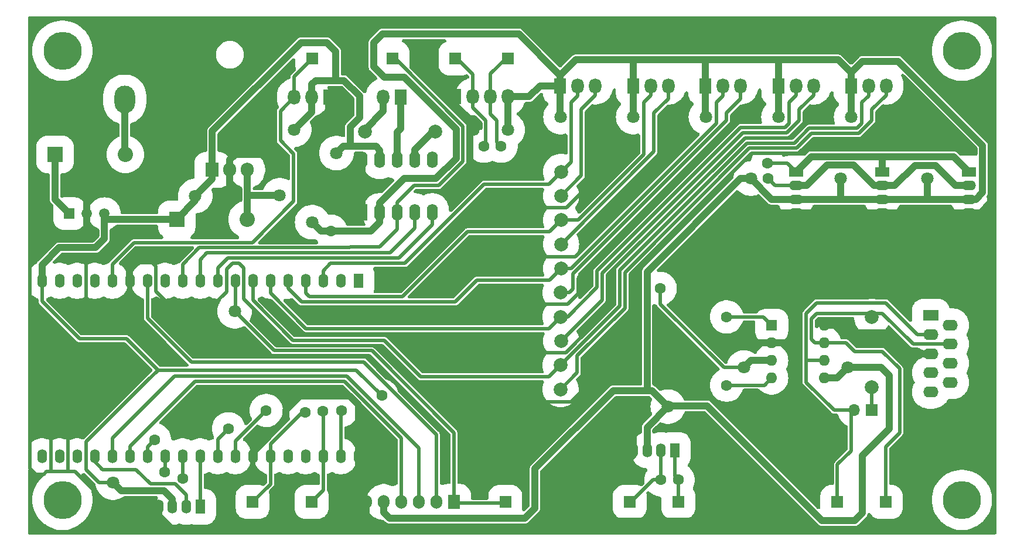
<source format=gbr>
G04 #@! TF.GenerationSoftware,KiCad,Pcbnew,8.0.6-1.fc40*
G04 #@! TF.CreationDate,2024-12-03T09:17:50+01:00*
G04 #@! TF.ProjectId,esp32_but2,65737033-325f-4627-9574-322e6b696361,rev?*
G04 #@! TF.SameCoordinates,Original*
G04 #@! TF.FileFunction,Copper,L2,Bot*
G04 #@! TF.FilePolarity,Positive*
%FSLAX46Y46*%
G04 Gerber Fmt 4.6, Leading zero omitted, Abs format (unit mm)*
G04 Created by KiCad (PCBNEW 8.0.6-1.fc40) date 2024-12-03 09:17:50*
%MOMM*%
%LPD*%
G01*
G04 APERTURE LIST*
G04 #@! TA.AperFunction,ComponentPad*
%ADD10R,1.700000X1.700000*%
G04 #@! TD*
G04 #@! TA.AperFunction,ComponentPad*
%ADD11C,2.000000*%
G04 #@! TD*
G04 #@! TA.AperFunction,ComponentPad*
%ADD12R,1.600000X1.600000*%
G04 #@! TD*
G04 #@! TA.AperFunction,ComponentPad*
%ADD13O,1.600000X1.600000*%
G04 #@! TD*
G04 #@! TA.AperFunction,ComponentPad*
%ADD14C,5.500000*%
G04 #@! TD*
G04 #@! TA.AperFunction,ComponentPad*
%ADD15C,1.800000*%
G04 #@! TD*
G04 #@! TA.AperFunction,ComponentPad*
%ADD16R,1.500000X1.500000*%
G04 #@! TD*
G04 #@! TA.AperFunction,ComponentPad*
%ADD17C,1.500000*%
G04 #@! TD*
G04 #@! TA.AperFunction,ComponentPad*
%ADD18R,2.200000X2.200000*%
G04 #@! TD*
G04 #@! TA.AperFunction,ComponentPad*
%ADD19O,2.200000X2.200000*%
G04 #@! TD*
G04 #@! TA.AperFunction,ComponentPad*
%ADD20R,2.000000X1.400000*%
G04 #@! TD*
G04 #@! TA.AperFunction,ComponentPad*
%ADD21O,2.000000X1.400000*%
G04 #@! TD*
G04 #@! TA.AperFunction,ComponentPad*
%ADD22R,1.800000X2.200000*%
G04 #@! TD*
G04 #@! TA.AperFunction,ComponentPad*
%ADD23O,1.800000X2.200000*%
G04 #@! TD*
G04 #@! TA.AperFunction,ComponentPad*
%ADD24R,3.000000X4.000000*%
G04 #@! TD*
G04 #@! TA.AperFunction,ComponentPad*
%ADD25O,3.000000X4.000000*%
G04 #@! TD*
G04 #@! TA.AperFunction,ComponentPad*
%ADD26R,1.400000X2.000000*%
G04 #@! TD*
G04 #@! TA.AperFunction,ComponentPad*
%ADD27O,1.400000X2.000000*%
G04 #@! TD*
G04 #@! TA.AperFunction,ComponentPad*
%ADD28R,1.905000X2.000000*%
G04 #@! TD*
G04 #@! TA.AperFunction,ComponentPad*
%ADD29O,1.905000X2.000000*%
G04 #@! TD*
G04 #@! TA.AperFunction,ComponentPad*
%ADD30R,1.700000X2.000000*%
G04 #@! TD*
G04 #@! TA.AperFunction,ComponentPad*
%ADD31O,1.700000X2.000000*%
G04 #@! TD*
G04 #@! TA.AperFunction,ComponentPad*
%ADD32O,2.200000X1.600000*%
G04 #@! TD*
G04 #@! TA.AperFunction,ComponentPad*
%ADD33R,2.200000X1.600000*%
G04 #@! TD*
G04 #@! TA.AperFunction,ComponentPad*
%ADD34O,4.000000X4.000000*%
G04 #@! TD*
G04 #@! TA.AperFunction,ComponentPad*
%ADD35O,1.700000X1.700000*%
G04 #@! TD*
G04 #@! TA.AperFunction,ComponentPad*
%ADD36R,1.600000X2.400000*%
G04 #@! TD*
G04 #@! TA.AperFunction,ComponentPad*
%ADD37O,1.600000X2.400000*%
G04 #@! TD*
G04 #@! TA.AperFunction,ViaPad*
%ADD38C,1.600000*%
G04 #@! TD*
G04 #@! TA.AperFunction,Conductor*
%ADD39C,1.000000*%
G04 #@! TD*
G04 #@! TA.AperFunction,Conductor*
%ADD40C,0.500000*%
G04 #@! TD*
G04 APERTURE END LIST*
D10*
X126500000Y-128300000D03*
X110800000Y-64100000D03*
D11*
X126000000Y-98000000D03*
X115840000Y-98000000D03*
D12*
X156500000Y-102735000D03*
D13*
X156500000Y-105275000D03*
X156500000Y-107815000D03*
X156500000Y-110355000D03*
X164120000Y-110355000D03*
X164120000Y-107815000D03*
X164120000Y-105275000D03*
X164120000Y-102735000D03*
D14*
X54000000Y-63000000D03*
D11*
X126000000Y-101500000D03*
X115840000Y-101500000D03*
X126080000Y-94500000D03*
X115920000Y-94500000D03*
X126080000Y-105000000D03*
X115920000Y-105000000D03*
X126080000Y-84000000D03*
X115920000Y-84000000D03*
D15*
X85400000Y-83900000D03*
X85400000Y-78900000D03*
X147000000Y-72580000D03*
X152000000Y-72580000D03*
D10*
X155000000Y-128300000D03*
D15*
X126000000Y-72580000D03*
X131000000Y-72580000D03*
D16*
X55000000Y-86557500D03*
D17*
X57540000Y-86557500D03*
X60080000Y-86557500D03*
D18*
X52920000Y-78000000D03*
D19*
X63080000Y-78000000D03*
D20*
X172500000Y-80500000D03*
D21*
X172500000Y-82500000D03*
X172500000Y-84500000D03*
X172500000Y-86500000D03*
D15*
X136500000Y-72580000D03*
X141500000Y-72580000D03*
D22*
X125950000Y-68065000D03*
D23*
X128490000Y-68065000D03*
X131030000Y-68065000D03*
D22*
X102900000Y-69700000D03*
D23*
X100360000Y-69700000D03*
D22*
X136500000Y-68080000D03*
D23*
X139040000Y-68080000D03*
X141580000Y-68080000D03*
D15*
X152500000Y-108855000D03*
X152500000Y-103855000D03*
D20*
X160000000Y-80500000D03*
D21*
X160000000Y-82500000D03*
X160000000Y-84500000D03*
X160000000Y-86500000D03*
D24*
X68080000Y-70000000D03*
D25*
X63000000Y-70000000D03*
D15*
X153500000Y-81500000D03*
X153500000Y-86500000D03*
D10*
X90000000Y-128300000D03*
D26*
X73900000Y-129000000D03*
D27*
X71900000Y-129000000D03*
X69900000Y-129000000D03*
X67900000Y-129000000D03*
D22*
X92580000Y-69700000D03*
D23*
X90040000Y-69700000D03*
X87500000Y-69700000D03*
D15*
X168000000Y-72580000D03*
X173000000Y-72580000D03*
D22*
X157500000Y-68080000D03*
D23*
X160040000Y-68080000D03*
X162580000Y-68080000D03*
D11*
X126000000Y-112000000D03*
X115840000Y-112000000D03*
D10*
X173000000Y-128300000D03*
X101700000Y-64100000D03*
X136000000Y-128300000D03*
D15*
X93600000Y-77800000D03*
X93600000Y-82800000D03*
X61300000Y-125500000D03*
X61300000Y-130500000D03*
D18*
X70520000Y-87400000D03*
D19*
X80680000Y-87400000D03*
D15*
X179000000Y-81500000D03*
X179000000Y-86500000D03*
D22*
X110767500Y-69632500D03*
D23*
X113307500Y-69632500D03*
X115847500Y-69632500D03*
X118387500Y-69632500D03*
D15*
X90100000Y-87800000D03*
X90100000Y-82800000D03*
D10*
X143000000Y-128300000D03*
D15*
X87500000Y-74400000D03*
X92500000Y-74400000D03*
D10*
X81500000Y-128300000D03*
D11*
X126080000Y-87500000D03*
X115920000Y-87500000D03*
D15*
X118352500Y-74447500D03*
X113352500Y-74447500D03*
D28*
X75660000Y-80230000D03*
D29*
X78200000Y-80230000D03*
X80740000Y-80230000D03*
D10*
X166000000Y-128300000D03*
D15*
X73200000Y-84000000D03*
X78200000Y-84000000D03*
X167500000Y-108855000D03*
X167500000Y-103855000D03*
X78900000Y-100700000D03*
X73900000Y-100700000D03*
D11*
X126080000Y-80500000D03*
X115920000Y-80500000D03*
D14*
X184000000Y-63000000D03*
X184000000Y-128000000D03*
D15*
X141500000Y-114500000D03*
X136500000Y-114500000D03*
D30*
X110580000Y-128300000D03*
D31*
X108040000Y-128300000D03*
X105500000Y-128300000D03*
X102960000Y-128300000D03*
X100420000Y-128300000D03*
X97880000Y-128300000D03*
D20*
X185000000Y-80500000D03*
D21*
X185000000Y-82500000D03*
X185000000Y-84500000D03*
X185000000Y-86500000D03*
D11*
X126080000Y-91000000D03*
X115920000Y-91000000D03*
D10*
X118400000Y-64100000D03*
X118000000Y-128300000D03*
D14*
X54000000Y-128000000D03*
D15*
X157500000Y-72580000D03*
X162500000Y-72580000D03*
D22*
X167960000Y-68080000D03*
D23*
X170500000Y-68080000D03*
X173040000Y-68080000D03*
D11*
X97700000Y-74700000D03*
X107860000Y-74700000D03*
D32*
X182340000Y-111000000D03*
X182340000Y-108230000D03*
X182340000Y-105460000D03*
X182340000Y-102690000D03*
X179500000Y-112385000D03*
X179500000Y-109615000D03*
X179500000Y-106845000D03*
X179500000Y-104075000D03*
D33*
X179500000Y-101305000D03*
D34*
X179800000Y-94345000D03*
X179800000Y-119345000D03*
D10*
X171000000Y-115000000D03*
D35*
X168460000Y-115000000D03*
D26*
X96760000Y-96300000D03*
D27*
X94220000Y-96300000D03*
X91680000Y-96300000D03*
X89140000Y-96300000D03*
X86600000Y-96300000D03*
X84060000Y-96300000D03*
X81520000Y-96300000D03*
X78980000Y-96300000D03*
X76440000Y-96300000D03*
X73900000Y-96300000D03*
X71360000Y-96300000D03*
X68820000Y-96300000D03*
X66280000Y-96300000D03*
X63740000Y-96300000D03*
X61200000Y-96300000D03*
X58660000Y-96300000D03*
X56120000Y-96300000D03*
X53580000Y-96300000D03*
X51040000Y-96300000D03*
X96760000Y-121700000D03*
X94220000Y-121700000D03*
X91680000Y-121700000D03*
X89140000Y-121700000D03*
X86600000Y-121700000D03*
X84060000Y-121700000D03*
X81520000Y-121700000D03*
X78980000Y-121700000D03*
X76440000Y-121700000D03*
X73900000Y-121700000D03*
X71360000Y-121700000D03*
X68820000Y-121700000D03*
X66280000Y-121700000D03*
X63740000Y-121700000D03*
X61200000Y-121700000D03*
X58660000Y-121700000D03*
X56120000Y-121700000D03*
X53580000Y-121700000D03*
X51040000Y-121700000D03*
D10*
X90100000Y-64100000D03*
D15*
X166500000Y-81500000D03*
X166500000Y-86500000D03*
D36*
X97300000Y-86400000D03*
D37*
X99840000Y-86400000D03*
X102380000Y-86400000D03*
X104920000Y-86400000D03*
X107460000Y-86400000D03*
X107460000Y-78780000D03*
X104920000Y-78780000D03*
X102380000Y-78780000D03*
X99840000Y-78780000D03*
X97300000Y-78780000D03*
D26*
X142500000Y-120800000D03*
D27*
X140500000Y-120800000D03*
X138500000Y-120800000D03*
X136500000Y-120800000D03*
D22*
X146950000Y-68065000D03*
D23*
X149490000Y-68065000D03*
X152030000Y-68065000D03*
D11*
X126000000Y-108500000D03*
X115840000Y-108500000D03*
X171000000Y-101500000D03*
X171000000Y-111660000D03*
D38*
X140400000Y-97400000D03*
X100180761Y-112919239D03*
X63700000Y-93700000D03*
X95400000Y-72000000D03*
X57500000Y-89900000D03*
X92800000Y-89100000D03*
X117400000Y-76800000D03*
X94300000Y-115050000D03*
X114900000Y-76800000D03*
X83450000Y-115050000D03*
X89100000Y-115300000D03*
X156000000Y-81500000D03*
X91600000Y-115200000D03*
X155900000Y-79300000D03*
X143000000Y-125100000D03*
X68796895Y-123950000D03*
X71360000Y-124900000D03*
X140500000Y-125100000D03*
X78000000Y-117700000D03*
X150000000Y-101500000D03*
X67300000Y-119300000D03*
X150000000Y-111400000D03*
D39*
X161700000Y-132300000D02*
X158255000Y-128855000D01*
X175600000Y-132300000D02*
X161700000Y-132300000D01*
X177700000Y-123105000D02*
X177700000Y-130200000D01*
X178345000Y-119345000D02*
X179800000Y-119345000D01*
X176000000Y-107500000D02*
X176000000Y-117000000D01*
X177500000Y-106845000D02*
X176655000Y-106845000D01*
X179500000Y-106845000D02*
X176345000Y-106845000D01*
X176655000Y-106845000D02*
X176000000Y-107500000D01*
X181460000Y-86540000D02*
X181500000Y-86500000D01*
X181460000Y-92685000D02*
X181460000Y-86540000D01*
X160000000Y-104000000D02*
X158725000Y-105275000D01*
X160000000Y-100400000D02*
X160000000Y-104000000D01*
D40*
X161500000Y-101000000D02*
X161500000Y-106500000D01*
X163000000Y-99500000D02*
X161500000Y-101000000D01*
D39*
X173355000Y-103855000D02*
X167500000Y-103855000D01*
D40*
X179500000Y-104075000D02*
X177575000Y-104075000D01*
D39*
X176345000Y-106845000D02*
X173355000Y-103855000D01*
X158255000Y-128855000D02*
X155555000Y-128855000D01*
D40*
X162775000Y-105275000D02*
X164120000Y-105275000D01*
X162250000Y-104750000D02*
X162775000Y-105275000D01*
X162250000Y-101750000D02*
X162250000Y-104750000D01*
D39*
X179800000Y-119345000D02*
X179800000Y-121005000D01*
X166055000Y-94345000D02*
X160000000Y-100400000D01*
D40*
X163000000Y-101000000D02*
X162250000Y-101750000D01*
D39*
X179800000Y-94345000D02*
X181460000Y-92685000D01*
X179800000Y-121005000D02*
X177700000Y-123105000D01*
D40*
X176960000Y-105460000D02*
X172500000Y-101000000D01*
D39*
X185740000Y-113405000D02*
X179800000Y-119345000D01*
D40*
X182340000Y-105460000D02*
X176960000Y-105460000D01*
D39*
X158725000Y-105275000D02*
X156500000Y-105275000D01*
X185740000Y-100285000D02*
X185740000Y-113405000D01*
X179800000Y-94345000D02*
X166055000Y-94345000D01*
X177700000Y-130200000D02*
X175600000Y-132300000D01*
X176000000Y-117000000D02*
X178345000Y-119345000D01*
D40*
X172500000Y-101000000D02*
X163000000Y-101000000D01*
X173000000Y-99500000D02*
X163000000Y-99500000D01*
X177575000Y-104075000D02*
X173000000Y-99500000D01*
D39*
X179800000Y-94345000D02*
X185740000Y-100285000D01*
X155555000Y-128855000D02*
X155000000Y-128300000D01*
D40*
X173000000Y-128300000D02*
X173000000Y-120300000D01*
X175000000Y-109000000D02*
X172500000Y-106500000D01*
X173000000Y-120300000D02*
X175000000Y-118300000D01*
X175000000Y-118300000D02*
X175000000Y-109000000D01*
X172500000Y-106500000D02*
X168500000Y-106500000D01*
X168500000Y-106500000D02*
X167275000Y-105275000D01*
X167275000Y-105275000D02*
X164120000Y-105275000D01*
D39*
X167500000Y-108855000D02*
X172355000Y-108855000D01*
X173500000Y-117700000D02*
X169600000Y-121600000D01*
X172355000Y-108855000D02*
X173500000Y-110000000D01*
X147200000Y-114400000D02*
X141600000Y-114400000D01*
X173500000Y-110000000D02*
X173500000Y-117700000D01*
X169600000Y-121600000D02*
X169600000Y-129900000D01*
X169600000Y-129900000D02*
X168500000Y-131000000D01*
X168500000Y-131000000D02*
X163800000Y-131000000D01*
X141600000Y-114400000D02*
X141500000Y-114500000D01*
X163800000Y-131000000D02*
X147200000Y-114400000D01*
D40*
X161500000Y-111000000D02*
X165500000Y-115000000D01*
X171000000Y-111660000D02*
X171000000Y-115000000D01*
X168000000Y-115460000D02*
X168000000Y-120900000D01*
X168000000Y-120900000D02*
X166000000Y-122900000D01*
X166000000Y-122900000D02*
X166000000Y-128300000D01*
X168460000Y-115000000D02*
X168000000Y-115460000D01*
X161500000Y-106500000D02*
X161500000Y-111000000D01*
X165500000Y-115000000D02*
X168460000Y-115000000D01*
D39*
X164120000Y-110355000D02*
X166000000Y-110355000D01*
X166000000Y-110355000D02*
X167500000Y-108855000D01*
X164120000Y-102735000D02*
X166380000Y-102735000D01*
X166380000Y-102735000D02*
X167500000Y-103855000D01*
D40*
X155455000Y-111400000D02*
X156500000Y-110355000D01*
D39*
X153540000Y-107815000D02*
X152500000Y-108855000D01*
X153920000Y-105275000D02*
X152500000Y-103855000D01*
X156500000Y-105275000D02*
X153920000Y-105275000D01*
D40*
X150000000Y-101500000D02*
X155265000Y-101500000D01*
D39*
X156500000Y-107815000D02*
X153540000Y-107815000D01*
D40*
X150000000Y-111400000D02*
X155455000Y-111400000D01*
X155265000Y-101500000D02*
X156500000Y-102735000D01*
X161685000Y-107815000D02*
X164120000Y-107815000D01*
X161500000Y-108000000D02*
X161685000Y-107815000D01*
X161500000Y-106500000D02*
X161500000Y-108000000D01*
X140400000Y-97400000D02*
X140400000Y-99650000D01*
X140400000Y-99650000D02*
X149605000Y-108855000D01*
X149605000Y-108855000D02*
X152500000Y-108855000D01*
D39*
X51040000Y-96300000D02*
X51040000Y-93960000D01*
X90040000Y-67860000D02*
X90600000Y-67300000D01*
X60080000Y-90220000D02*
X60080000Y-89000000D01*
X87500000Y-74400000D02*
X90000000Y-71900000D01*
X90000000Y-69740000D02*
X90040000Y-69700000D01*
X96950000Y-69550000D02*
X96950000Y-72650000D01*
X73200000Y-84000000D02*
X73200000Y-84720000D01*
X95600000Y-74000000D02*
X95600000Y-76830000D01*
X93500000Y-67300000D02*
X94700000Y-67300000D01*
X60080000Y-87500000D02*
X60080000Y-86557500D01*
D40*
X100180761Y-112919239D02*
X96461522Y-109200000D01*
X96461522Y-109200000D02*
X67800000Y-109200000D01*
D39*
X75660000Y-81540000D02*
X73200000Y-84000000D01*
X94700000Y-67300000D02*
X96950000Y-69550000D01*
X51040000Y-93960000D02*
X53500000Y-91500000D01*
X69900000Y-129000000D02*
X69900000Y-127900000D01*
D40*
X56500000Y-104700000D02*
X51040000Y-99240000D01*
X63300000Y-104700000D02*
X56500000Y-104700000D01*
D39*
X68700000Y-126700000D02*
X62500000Y-126700000D01*
X96950000Y-72650000D02*
X95600000Y-74000000D01*
X60180000Y-87400000D02*
X60080000Y-87500000D01*
X93500000Y-63100000D02*
X93500000Y-67300000D01*
D40*
X59300000Y-125500000D02*
X57400000Y-123600000D01*
D39*
X92200000Y-61800000D02*
X93500000Y-63100000D01*
X90000000Y-71900000D02*
X90000000Y-69740000D01*
D40*
X57400000Y-119600000D02*
X66250000Y-110750000D01*
D39*
X60080000Y-89000000D02*
X60080000Y-87500000D01*
D40*
X67800000Y-109200000D02*
X66250000Y-110750000D01*
D39*
X95600000Y-76830000D02*
X99290000Y-76830000D01*
X90600000Y-67300000D02*
X93500000Y-67300000D01*
X75660000Y-80230000D02*
X75660000Y-81540000D01*
X94570000Y-76830000D02*
X95600000Y-76830000D01*
X75660000Y-80230000D02*
X75660000Y-74640000D01*
X62500000Y-126700000D02*
X61300000Y-125500000D01*
D40*
X57400000Y-123600000D02*
X57400000Y-119600000D01*
D39*
X99290000Y-76830000D02*
X99840000Y-77380000D01*
X88500000Y-61800000D02*
X92200000Y-61800000D01*
D40*
X51040000Y-99240000D02*
X51040000Y-96300000D01*
D39*
X99840000Y-77380000D02*
X99840000Y-78780000D01*
D40*
X67800000Y-109200000D02*
X63300000Y-104700000D01*
D39*
X93600000Y-77800000D02*
X94570000Y-76830000D01*
X75660000Y-74640000D02*
X88500000Y-61800000D01*
X69900000Y-127900000D02*
X68700000Y-126700000D01*
X53500000Y-91500000D02*
X58800000Y-91500000D01*
D40*
X61300000Y-125500000D02*
X59300000Y-125500000D01*
D39*
X58800000Y-91500000D02*
X60080000Y-90220000D01*
X90040000Y-69700000D02*
X90040000Y-67860000D01*
X73200000Y-84720000D02*
X70520000Y-87400000D01*
X70520000Y-87400000D02*
X60180000Y-87400000D01*
X90100000Y-82800000D02*
X93600000Y-82800000D01*
X62800000Y-129000000D02*
X61300000Y-130500000D01*
X112900000Y-79500000D02*
X113900000Y-80500000D01*
X93600000Y-82800000D02*
X97300000Y-82800000D01*
X113352500Y-73452500D02*
X113352500Y-74447500D01*
D40*
X67500000Y-97800000D02*
X67500000Y-94200000D01*
X80180000Y-98880000D02*
X80180000Y-94380000D01*
X127500000Y-113800000D02*
X136050000Y-105250000D01*
D39*
X96760000Y-114260000D02*
X96760000Y-121700000D01*
D40*
X115840000Y-98000000D02*
X120000000Y-98000000D01*
X126739340Y-106700000D02*
X132800000Y-100639340D01*
X120500000Y-112000000D02*
X122300000Y-113800000D01*
D39*
X68080000Y-67580000D02*
X76360000Y-59300000D01*
X110767500Y-70867500D02*
X113352500Y-73452500D01*
X78200000Y-80230000D02*
X78200000Y-84000000D01*
X136500000Y-120800000D02*
X136500000Y-114500000D01*
D40*
X61300000Y-129400000D02*
X61300000Y-130500000D01*
D39*
X57540000Y-86557500D02*
X57540000Y-89860000D01*
D40*
X126819340Y-85700000D02*
X131000000Y-81519340D01*
X120100000Y-105000000D02*
X121800000Y-106700000D01*
D39*
X97880000Y-128300000D02*
X97880000Y-132080000D01*
D40*
X77700000Y-97900000D02*
X74900000Y-100700000D01*
D39*
X188250000Y-84850000D02*
X186500000Y-86600000D01*
X67900000Y-129000000D02*
X62800000Y-129000000D01*
D40*
X128580330Y-98119670D02*
X128580330Y-96480330D01*
X79550000Y-93750000D02*
X78550000Y-93750000D01*
X67000000Y-93700000D02*
X63700000Y-93700000D01*
D39*
X88300000Y-113000000D02*
X95500000Y-113000000D01*
D40*
X120000000Y-98000000D02*
X121700000Y-99700000D01*
X127000000Y-99700000D02*
X128580330Y-98119670D01*
D39*
X149745000Y-128855000D02*
X147500000Y-131100000D01*
D40*
X49300000Y-94285786D02*
X49300000Y-123500000D01*
D39*
X60500000Y-66000000D02*
X66500000Y-66000000D01*
D40*
X159480000Y-75600000D02*
X162500000Y-72580000D01*
X106100000Y-112000000D02*
X99750000Y-105650000D01*
D39*
X171367767Y-59300000D02*
X188250000Y-76182233D01*
X147500000Y-131100000D02*
X131700000Y-131100000D01*
X92500000Y-74400000D02*
X90100000Y-76800000D01*
X136500000Y-120800000D02*
X136500000Y-121500000D01*
D40*
X78550000Y-93750000D02*
X77700000Y-94600000D01*
X121600000Y-85700000D02*
X126819340Y-85700000D01*
D39*
X155000000Y-128300000D02*
X154445000Y-128855000D01*
X68080000Y-67580000D02*
X68080000Y-70000000D01*
X113900000Y-80500000D02*
X115920000Y-80500000D01*
D40*
X115840000Y-112000000D02*
X120500000Y-112000000D01*
X50100000Y-124300000D02*
X51300000Y-124300000D01*
X115920000Y-105000000D02*
X120100000Y-105000000D01*
X122300000Y-92800000D02*
X128133553Y-92800000D01*
D39*
X131700000Y-131100000D02*
X129100000Y-128500000D01*
X126700000Y-128500000D02*
X126500000Y-128300000D01*
X84500000Y-78000000D02*
X85400000Y-78900000D01*
D40*
X63200000Y-100500000D02*
X63740000Y-99960000D01*
D39*
X79000000Y-78000000D02*
X84500000Y-78000000D01*
X186400000Y-86500000D02*
X185000000Y-86500000D01*
X78200000Y-80230000D02*
X78200000Y-78800000D01*
X97300000Y-82800000D02*
X97300000Y-86400000D01*
X67900000Y-130300000D02*
X69700000Y-132100000D01*
D40*
X115920000Y-84000000D02*
X115920000Y-87500000D01*
X58900000Y-100500000D02*
X63200000Y-100500000D01*
D39*
X86300000Y-115000000D02*
X88300000Y-113000000D01*
X129100000Y-128500000D02*
X126700000Y-128500000D01*
X66500000Y-66000000D02*
X68080000Y-67580000D01*
X186500000Y-86600000D02*
X186400000Y-86500000D01*
X86300000Y-116285786D02*
X86300000Y-115000000D01*
X188250000Y-76182233D02*
X188250000Y-84850000D01*
D40*
X122300000Y-113800000D02*
X127500000Y-113800000D01*
D39*
X113352500Y-74447500D02*
X112900000Y-74900000D01*
X69700000Y-132100000D02*
X97900000Y-132100000D01*
X63700000Y-93700000D02*
X63700000Y-96260000D01*
D40*
X54780000Y-116520000D02*
X54800000Y-116500000D01*
D39*
X92500000Y-69780000D02*
X92580000Y-69700000D01*
X97300000Y-78780000D02*
X97300000Y-82800000D01*
D40*
X136050000Y-95374620D02*
X153574620Y-77850000D01*
X115840000Y-98000000D02*
X115840000Y-101500000D01*
D39*
X57540000Y-89860000D02*
X57500000Y-89900000D01*
X90100000Y-76800000D02*
X90100000Y-82800000D01*
D40*
X115840000Y-112000000D02*
X106100000Y-112000000D01*
D39*
X97900000Y-132100000D02*
X122900000Y-132100000D01*
D40*
X152000000Y-73060660D02*
X152000000Y-72580000D01*
X54700000Y-123900000D02*
X54780000Y-123820000D01*
X121800000Y-106700000D02*
X126739340Y-106700000D01*
X115920000Y-105000000D02*
X115920000Y-108420000D01*
X132800000Y-95442640D02*
X152642640Y-75600000D01*
X57500000Y-89900000D02*
X53685786Y-89900000D01*
X115920000Y-108420000D02*
X115840000Y-108500000D01*
D39*
X136500000Y-121500000D02*
X129500000Y-128500000D01*
X57540000Y-68960000D02*
X57540000Y-86557500D01*
X110767500Y-69632500D02*
X110767500Y-70867500D01*
X126500000Y-128500000D02*
X126500000Y-128300000D01*
X78200000Y-78800000D02*
X79000000Y-78000000D01*
D40*
X136050000Y-105250000D02*
X136050000Y-95374620D01*
X77700000Y-94600000D02*
X77700000Y-97900000D01*
X128133553Y-92800000D02*
X141500000Y-79433553D01*
X169880000Y-75700000D02*
X173000000Y-72580000D01*
D39*
X81520000Y-121065786D02*
X86300000Y-116285786D01*
D40*
X132800000Y-100639340D02*
X132800000Y-95442640D01*
X55800000Y-123900000D02*
X61300000Y-129400000D01*
X115920000Y-91000000D02*
X115920000Y-94500000D01*
X131000000Y-81519340D02*
X131000000Y-72580000D01*
D39*
X95500000Y-113000000D02*
X96760000Y-114260000D01*
X63700000Y-96260000D02*
X63740000Y-96300000D01*
D40*
X152642640Y-75600000D02*
X159480000Y-75600000D01*
X51700000Y-123900000D02*
X52300000Y-123900000D01*
D39*
X67900000Y-129000000D02*
X67900000Y-130300000D01*
D40*
X54780000Y-123820000D02*
X54780000Y-116520000D01*
D39*
X96760000Y-127180000D02*
X97880000Y-128300000D01*
X112900000Y-74900000D02*
X112900000Y-79500000D01*
X181500000Y-86500000D02*
X185000000Y-86500000D01*
D40*
X153574620Y-77850000D02*
X160411980Y-77850000D01*
X115920000Y-84000000D02*
X119900000Y-84000000D01*
X49300000Y-123500000D02*
X50100000Y-124300000D01*
D39*
X81520000Y-121700000D02*
X81520000Y-121065786D01*
D40*
X57400000Y-93100000D02*
X57400000Y-99000000D01*
X54700000Y-123900000D02*
X55800000Y-123900000D01*
D39*
X97880000Y-132080000D02*
X97900000Y-132100000D01*
X154445000Y-128855000D02*
X149745000Y-128855000D01*
D40*
X121700000Y-99700000D02*
X127000000Y-99700000D01*
X128580330Y-96480330D02*
X152000000Y-73060660D01*
X160411980Y-77850000D02*
X162561980Y-75700000D01*
D39*
X92580000Y-74320000D02*
X92500000Y-74400000D01*
D40*
X57400000Y-99000000D02*
X58900000Y-100500000D01*
X119900000Y-84000000D02*
X121600000Y-85700000D01*
X74900000Y-100700000D02*
X73900000Y-100700000D01*
X80180000Y-94380000D02*
X79550000Y-93750000D01*
D39*
X76360000Y-59300000D02*
X171367767Y-59300000D01*
X153500000Y-86500000D02*
X181500000Y-86500000D01*
D40*
X120500000Y-91000000D02*
X122300000Y-92800000D01*
X67500000Y-94200000D02*
X67000000Y-93700000D01*
X141500000Y-79433553D02*
X141500000Y-72580000D01*
D39*
X129500000Y-128500000D02*
X129100000Y-128500000D01*
D40*
X53685786Y-89900000D02*
X49300000Y-94285786D01*
X52300000Y-123900000D02*
X54700000Y-123900000D01*
X115920000Y-91000000D02*
X120500000Y-91000000D01*
X63740000Y-99960000D02*
X63740000Y-96300000D01*
D39*
X92500000Y-74400000D02*
X92500000Y-69780000D01*
X96760000Y-121700000D02*
X96760000Y-127180000D01*
D40*
X73900000Y-100700000D02*
X70400000Y-100700000D01*
X52300000Y-123900000D02*
X52300000Y-116300000D01*
X51300000Y-124300000D02*
X51700000Y-123900000D01*
X162561980Y-75700000D02*
X169880000Y-75700000D01*
D39*
X122900000Y-132100000D02*
X126500000Y-128500000D01*
D40*
X99750000Y-105650000D02*
X86950000Y-105650000D01*
D39*
X57540000Y-68960000D02*
X60500000Y-66000000D01*
D40*
X86950000Y-105650000D02*
X80180000Y-98880000D01*
X70400000Y-100700000D02*
X67500000Y-97800000D01*
D39*
X99840000Y-86400000D02*
X99840000Y-85060000D01*
X110900000Y-74314214D02*
X103385786Y-66800000D01*
X125950000Y-68065000D02*
X125950000Y-66550000D01*
X80740000Y-87340000D02*
X80680000Y-87400000D01*
X125870000Y-67985000D02*
X125950000Y-68065000D01*
X99840000Y-86400000D02*
X99840000Y-87860000D01*
X157500000Y-64400000D02*
X157600000Y-64300000D01*
X118387500Y-74412500D02*
X118352500Y-74447500D01*
X100500000Y-66800000D02*
X99000000Y-65300000D01*
X136500000Y-64400000D02*
X136600000Y-64300000D01*
X146950000Y-68065000D02*
X146950000Y-64350000D01*
X179000000Y-84500000D02*
X185000000Y-84500000D01*
X133600000Y-112200000D02*
X138500000Y-112200000D01*
X99000000Y-65300000D02*
X99000000Y-61800000D01*
X166500000Y-84500000D02*
X179000000Y-84500000D01*
X118387500Y-69632500D02*
X118387500Y-74412500D01*
X100420000Y-129820000D02*
X101300000Y-130700000D01*
X166100000Y-64300000D02*
X167960000Y-66160000D01*
X167960000Y-72540000D02*
X168000000Y-72580000D01*
X119950000Y-60550000D02*
X125950000Y-66550000D01*
X118387500Y-69632500D02*
X121467500Y-69632500D01*
X156500000Y-84500000D02*
X153500000Y-81500000D01*
X138500000Y-117500000D02*
X141500000Y-114500000D01*
X99000000Y-61800000D02*
X100250000Y-60550000D01*
X85400000Y-83900000D02*
X80740000Y-83900000D01*
X107985787Y-81499999D02*
X110900000Y-78585786D01*
X100250000Y-60550000D02*
X119950000Y-60550000D01*
X141500000Y-114500000D02*
X139200000Y-112200000D01*
X138500000Y-120800000D02*
X138500000Y-117500000D01*
X187000000Y-76700000D02*
X174800000Y-64500000D01*
X80740000Y-83900000D02*
X80740000Y-87340000D01*
X91400000Y-89100000D02*
X90100000Y-87800000D01*
X92800000Y-89100000D02*
X91400000Y-89100000D01*
X139200000Y-112200000D02*
X138500000Y-112200000D01*
X80740000Y-80230000D02*
X80740000Y-83900000D01*
X110900000Y-78585786D02*
X110900000Y-74314214D01*
X169620000Y-64500000D02*
X167960000Y-66160000D01*
X157500000Y-68080000D02*
X157500000Y-72580000D01*
X138500000Y-112200000D02*
X138500000Y-95000000D01*
X167960000Y-66160000D02*
X167960000Y-68080000D01*
X136500000Y-68080000D02*
X136500000Y-72580000D01*
X100420000Y-128300000D02*
X100420000Y-129820000D01*
X101300000Y-130700000D02*
X120800000Y-130700000D01*
X174800000Y-64500000D02*
X169620000Y-64500000D01*
X128200000Y-64300000D02*
X136600000Y-64300000D01*
X125950000Y-68065000D02*
X125950000Y-72530000D01*
X123035000Y-68065000D02*
X125950000Y-68065000D01*
X147000000Y-64300000D02*
X157600000Y-64300000D01*
X122300000Y-129200000D02*
X122300000Y-123500000D01*
X122300000Y-123500000D02*
X133600000Y-112200000D01*
X99840000Y-85060000D02*
X103400001Y-81499999D01*
X179000000Y-81500000D02*
X179000000Y-84500000D01*
X167960000Y-68080000D02*
X167960000Y-72540000D01*
X166500000Y-81500000D02*
X166500000Y-84500000D01*
X146950000Y-68065000D02*
X146950000Y-72530000D01*
X185000000Y-84500000D02*
X186000000Y-84500000D01*
X121467500Y-69632500D02*
X123035000Y-68065000D01*
X99840000Y-87860000D02*
X98600000Y-89100000D01*
X103400001Y-81499999D02*
X107985787Y-81499999D01*
X125950000Y-66550000D02*
X128200000Y-64300000D01*
X120800000Y-130700000D02*
X122300000Y-129200000D01*
X146950000Y-72530000D02*
X147000000Y-72580000D01*
X187000000Y-83500000D02*
X187000000Y-76700000D01*
X157600000Y-64300000D02*
X166100000Y-64300000D01*
X146950000Y-64350000D02*
X147000000Y-64300000D01*
X136600000Y-64300000D02*
X147000000Y-64300000D01*
X186000000Y-84500000D02*
X187000000Y-83500000D01*
X103385786Y-66800000D02*
X100500000Y-66800000D01*
X136500000Y-68080000D02*
X136500000Y-64400000D01*
X138500000Y-95000000D02*
X152000000Y-81500000D01*
X160000000Y-84500000D02*
X166500000Y-84500000D01*
X157500000Y-68080000D02*
X157500000Y-64400000D01*
X98600000Y-89100000D02*
X92800000Y-89100000D01*
X152000000Y-81500000D02*
X153500000Y-81500000D01*
X125950000Y-72530000D02*
X126000000Y-72580000D01*
X160000000Y-84500000D02*
X156500000Y-84500000D01*
X63000000Y-77920000D02*
X63080000Y-78000000D01*
X63000000Y-70000000D02*
X63000000Y-77920000D01*
X52920000Y-84477500D02*
X55000000Y-86557500D01*
X52920000Y-78000000D02*
X52920000Y-84477500D01*
X100360000Y-71740000D02*
X97700000Y-74400000D01*
X100360000Y-69700000D02*
X100360000Y-71740000D01*
X97700000Y-74400000D02*
X97700000Y-74700000D01*
X102380000Y-74820000D02*
X102900000Y-74300000D01*
X102380000Y-78780000D02*
X102380000Y-74820000D01*
X102900000Y-74300000D02*
X102900000Y-69700000D01*
D40*
X94220000Y-115130000D02*
X94220000Y-121700000D01*
X115847500Y-69632500D02*
X115847500Y-66352500D01*
X117400000Y-76800000D02*
X116800000Y-76200000D01*
X116800000Y-76200000D02*
X116800000Y-73100000D01*
X115847500Y-72147500D02*
X115847500Y-69632500D01*
X115847500Y-66352500D02*
X118100000Y-64100000D01*
X94300000Y-115050000D02*
X94220000Y-115130000D01*
X116800000Y-73100000D02*
X115847500Y-72147500D01*
X118100000Y-64100000D02*
X118400000Y-64100000D01*
X83450000Y-115050000D02*
X78980000Y-119520000D01*
X78980000Y-119520000D02*
X78980000Y-121700000D01*
X113307500Y-66402500D02*
X113307500Y-69632500D01*
X113307500Y-71207500D02*
X113307500Y-69632500D01*
X111005000Y-64100000D02*
X113307500Y-66402500D01*
X115200000Y-73100000D02*
X113307500Y-71207500D01*
X114900000Y-76800000D02*
X115200000Y-76500000D01*
X110800000Y-64100000D02*
X111005000Y-64100000D01*
X115200000Y-76500000D02*
X115200000Y-73100000D01*
X61200000Y-93900000D02*
X61200000Y-96300000D01*
X87500000Y-66700000D02*
X87500000Y-69700000D01*
X85500000Y-71700000D02*
X85500000Y-76000000D01*
X85500000Y-76000000D02*
X87400000Y-77900000D01*
X87500000Y-69700000D02*
X85500000Y-71700000D01*
X87400000Y-84800000D02*
X81450000Y-90750000D01*
X87400000Y-77900000D02*
X87400000Y-84800000D01*
X64350000Y-90750000D02*
X61200000Y-93900000D01*
X81450000Y-90750000D02*
X64350000Y-90750000D01*
X90100000Y-64100000D02*
X87500000Y-66700000D01*
D39*
X177200000Y-79600000D02*
X180200000Y-79600000D01*
D40*
X84060000Y-121700000D02*
X84060000Y-125740000D01*
D39*
X164550000Y-79550000D02*
X161600000Y-82500000D01*
D40*
X88700000Y-115300000D02*
X84060000Y-119940000D01*
D39*
X183100000Y-82500000D02*
X185000000Y-82500000D01*
X172500000Y-82500000D02*
X171300000Y-82500000D01*
X172500000Y-82500000D02*
X174300000Y-82500000D01*
X174300000Y-82500000D02*
X177200000Y-79600000D01*
X168350000Y-79550000D02*
X164550000Y-79550000D01*
D40*
X84060000Y-125740000D02*
X81500000Y-128300000D01*
X89100000Y-115300000D02*
X88700000Y-115300000D01*
D39*
X161600000Y-82500000D02*
X160000000Y-82500000D01*
X180200000Y-79600000D02*
X183100000Y-82500000D01*
D40*
X157000000Y-82500000D02*
X160000000Y-82500000D01*
X156000000Y-81500000D02*
X157000000Y-82500000D01*
D39*
X171300000Y-82500000D02*
X168350000Y-79550000D01*
D40*
X84060000Y-119940000D02*
X84060000Y-121700000D01*
D39*
X172500000Y-80500000D02*
X172500000Y-78400000D01*
D40*
X158800000Y-79300000D02*
X160000000Y-80500000D01*
X91600000Y-115200000D02*
X91680000Y-115280000D01*
D39*
X172600000Y-78300000D02*
X162200000Y-78300000D01*
X185000000Y-80500000D02*
X182800000Y-78300000D01*
D40*
X91680000Y-121700000D02*
X91680000Y-126620000D01*
D39*
X172500000Y-78400000D02*
X172600000Y-78300000D01*
D40*
X91680000Y-126620000D02*
X90000000Y-128300000D01*
X91680000Y-115280000D02*
X91680000Y-121700000D01*
D39*
X182800000Y-78300000D02*
X172600000Y-78300000D01*
X162200000Y-78300000D02*
X160000000Y-80500000D01*
D40*
X155900000Y-79300000D02*
X158800000Y-79300000D01*
X126080000Y-80500000D02*
X127500000Y-79080000D01*
X103500000Y-93750000D02*
X114950000Y-82300000D01*
X127500000Y-70500000D02*
X128490000Y-69510000D01*
X91680000Y-96300000D02*
X91680000Y-94820000D01*
X127500000Y-79080000D02*
X127500000Y-70500000D01*
X92750000Y-93750000D02*
X103500000Y-93750000D01*
X114950000Y-82300000D02*
X124280000Y-82300000D01*
X124280000Y-82300000D02*
X126080000Y-80500000D01*
X128490000Y-69510000D02*
X128490000Y-68065000D01*
X91680000Y-94820000D02*
X92750000Y-93750000D01*
X129000000Y-81080000D02*
X126080000Y-84000000D01*
X131030000Y-69470000D02*
X129000000Y-71500000D01*
X131030000Y-68065000D02*
X131030000Y-69470000D01*
X129000000Y-71500000D02*
X129000000Y-81080000D01*
X86600000Y-96300000D02*
X86600000Y-97403086D01*
X126080000Y-94500000D02*
X127494213Y-94500000D01*
X127494213Y-94500000D02*
X148500000Y-73494213D01*
X124380000Y-96200000D02*
X126080000Y-94500000D01*
X86600000Y-97403086D02*
X88546914Y-99350000D01*
X88546914Y-99350000D02*
X110750000Y-99350000D01*
X113900000Y-96200000D02*
X124380000Y-96200000D01*
X149490000Y-69510000D02*
X148500000Y-70500000D01*
X110750000Y-99350000D02*
X113900000Y-96200000D01*
X148500000Y-73494213D02*
X148500000Y-70500000D01*
X149490000Y-68065000D02*
X149490000Y-69510000D01*
X150000000Y-72000000D02*
X152030000Y-69970000D01*
X150000000Y-73054873D02*
X150000000Y-72000000D01*
X127804873Y-95250000D02*
X150000000Y-73054873D01*
X127300000Y-98000000D02*
X127804873Y-97495127D01*
X126000000Y-98000000D02*
X127300000Y-98000000D01*
X127804873Y-97495127D02*
X127804873Y-95250000D01*
X152030000Y-69970000D02*
X152030000Y-68065000D01*
X89140000Y-96300000D02*
X89140000Y-98040000D01*
X126080000Y-87500000D02*
X128519340Y-87500000D01*
X112500000Y-89200000D02*
X124380000Y-89200000D01*
X128519340Y-87500000D02*
X138000000Y-78019340D01*
X89140000Y-98040000D02*
X89700000Y-98600000D01*
X124380000Y-89200000D02*
X126080000Y-87500000D01*
X139040000Y-69460000D02*
X139040000Y-68080000D01*
X138000000Y-70500000D02*
X139040000Y-69460000D01*
X138000000Y-78019340D02*
X138000000Y-70500000D01*
X103100000Y-98600000D02*
X112500000Y-89200000D01*
X89700000Y-98600000D02*
X103100000Y-98600000D01*
X141580000Y-69920000D02*
X141580000Y-68080000D01*
X139500000Y-72000000D02*
X141580000Y-69920000D01*
X126080000Y-91000000D02*
X139500000Y-77580000D01*
X139500000Y-77580000D02*
X139500000Y-72000000D01*
X126080000Y-105000000D02*
X132000000Y-99080000D01*
X132000000Y-95181980D02*
X152331980Y-74850000D01*
X162580000Y-69420000D02*
X162580000Y-68080000D01*
X132000000Y-99080000D02*
X132000000Y-95181980D01*
X160500000Y-71500000D02*
X162580000Y-69420000D01*
X152331980Y-74850000D02*
X158710660Y-74850000D01*
X158710660Y-74850000D02*
X160500000Y-73060660D01*
X160500000Y-73060660D02*
X160500000Y-71500000D01*
X160040000Y-69460000D02*
X160040000Y-68080000D01*
X126000000Y-101500000D02*
X127000000Y-101500000D01*
X84060000Y-98060000D02*
X89200000Y-103200000D01*
X158400000Y-74100000D02*
X159000000Y-73500000D01*
X152021320Y-74100000D02*
X158400000Y-74100000D01*
X89200000Y-103200000D02*
X124300000Y-103200000D01*
X84060000Y-96300000D02*
X84060000Y-98060000D01*
X131250000Y-94871320D02*
X152021320Y-74100000D01*
X124300000Y-103200000D02*
X126000000Y-101500000D01*
X127000000Y-101500000D02*
X131250000Y-97250000D01*
X159000000Y-70500000D02*
X160040000Y-69460000D01*
X131250000Y-97250000D02*
X131250000Y-94871320D01*
X159000000Y-73500000D02*
X159000000Y-70500000D01*
X128400000Y-107160660D02*
X135300000Y-100260660D01*
X162251320Y-74950000D02*
X169110660Y-74950000D01*
X126000000Y-112000000D02*
X128400000Y-109600000D01*
X171000000Y-71500000D02*
X173040000Y-69460000D01*
X135300000Y-95063960D02*
X153263960Y-77100000D01*
X153263960Y-77100000D02*
X160101320Y-77100000D01*
X160101320Y-77100000D02*
X162251320Y-74950000D01*
X135300000Y-100260660D02*
X135300000Y-95063960D01*
X171000000Y-73060660D02*
X171000000Y-71500000D01*
X169110660Y-74950000D02*
X171000000Y-73060660D01*
X128400000Y-109600000D02*
X128400000Y-107160660D01*
X173040000Y-69460000D02*
X173040000Y-68080000D01*
X81520000Y-99120000D02*
X87300000Y-104900000D01*
X161940660Y-74200000D02*
X168800000Y-74200000D01*
X87300000Y-104900000D02*
X100500000Y-104900000D01*
X124300000Y-110200000D02*
X126000000Y-108500000D01*
X126000000Y-108500000D02*
X134550000Y-99950000D01*
X159790660Y-76350000D02*
X161940660Y-74200000D01*
X105800000Y-110200000D02*
X124300000Y-110200000D01*
X81520000Y-96300000D02*
X81520000Y-99120000D01*
X152953300Y-76350000D02*
X159790660Y-76350000D01*
X169500000Y-70500000D02*
X170500000Y-69500000D01*
X169500000Y-73500000D02*
X169500000Y-70500000D01*
X100500000Y-104900000D02*
X105800000Y-110200000D01*
X134550000Y-99950000D02*
X134550000Y-94753300D01*
X170500000Y-69500000D02*
X170500000Y-68080000D01*
X168800000Y-74200000D02*
X169500000Y-73500000D01*
X134550000Y-94753300D02*
X152953300Y-76350000D01*
X68820000Y-121700000D02*
X68820000Y-123926895D01*
X142500000Y-120800000D02*
X142500000Y-124600000D01*
X143000000Y-125100000D02*
X143000000Y-128500000D01*
X142500000Y-124600000D02*
X143000000Y-125100000D01*
X68820000Y-123926895D02*
X68796895Y-123950000D01*
X136700000Y-127800000D02*
X136000000Y-127800000D01*
X71360000Y-124900000D02*
X71360000Y-121700000D01*
X140500000Y-125100000D02*
X139400000Y-125100000D01*
X140500000Y-125100000D02*
X140500000Y-120800000D01*
X139400000Y-125100000D02*
X136700000Y-127800000D01*
X110580000Y-118280000D02*
X98700000Y-106400000D01*
X78980000Y-100620000D02*
X78900000Y-100700000D01*
X110580000Y-128300000D02*
X110780000Y-128500000D01*
X117800000Y-128500000D02*
X118000000Y-128300000D01*
X110580000Y-128300000D02*
X110580000Y-118280000D01*
X84600000Y-106400000D02*
X78900000Y-100700000D01*
X78980000Y-96300000D02*
X78980000Y-100620000D01*
X98700000Y-106400000D02*
X84600000Y-106400000D01*
X110780000Y-128500000D02*
X117800000Y-128500000D01*
X102960000Y-119045786D02*
X94764214Y-110850000D01*
X63740000Y-120260000D02*
X63740000Y-121700000D01*
X102960000Y-128300000D02*
X102960000Y-119045786D01*
X94764214Y-110850000D02*
X73150000Y-110850000D01*
X73150000Y-110850000D02*
X63740000Y-120260000D01*
X72650000Y-108050000D02*
X66280000Y-101680000D01*
X97550000Y-108050000D02*
X72650000Y-108050000D01*
X66280000Y-101680000D02*
X66280000Y-96300000D01*
X108040000Y-118540000D02*
X97550000Y-108050000D01*
X108040000Y-128300000D02*
X108040000Y-118540000D01*
X95074874Y-110100000D02*
X105500000Y-120525126D01*
X61200000Y-119100000D02*
X70200000Y-110100000D01*
X105500000Y-120525126D02*
X105500000Y-128300000D01*
X70200000Y-110100000D02*
X95074874Y-110100000D01*
X61200000Y-121700000D02*
X61200000Y-119100000D01*
X102380000Y-86400000D02*
X102380000Y-88820000D01*
X111900000Y-73900000D02*
X102100000Y-64100000D01*
X102380000Y-86400000D02*
X102380000Y-84920000D01*
X102100000Y-64100000D02*
X101700000Y-64100000D01*
X71360000Y-93940000D02*
X71360000Y-96300000D01*
X99800000Y-91400000D02*
X95600000Y-91400000D01*
X73800000Y-91500000D02*
X71360000Y-93940000D01*
X95600000Y-91400000D02*
X95500000Y-91500000D01*
X102380000Y-84920000D02*
X104800000Y-82500000D01*
X104800000Y-82500000D02*
X108400000Y-82500000D01*
X102380000Y-88820000D02*
X99800000Y-91400000D01*
X108400000Y-82500000D02*
X111900000Y-79000000D01*
X111900000Y-79000000D02*
X111900000Y-73900000D01*
X95500000Y-91500000D02*
X73800000Y-91500000D01*
X76440000Y-121700000D02*
X76440000Y-119260000D01*
X76440000Y-119260000D02*
X78000000Y-117700000D01*
X73900000Y-121700000D02*
X73900000Y-129000000D01*
X71900000Y-127300000D02*
X71900000Y-129000000D01*
X70299999Y-125699999D02*
X71900000Y-127300000D01*
X58660000Y-122460000D02*
X59800000Y-123600000D01*
X64600000Y-123600000D02*
X66699999Y-125699999D01*
X59800000Y-123600000D02*
X64600000Y-123600000D01*
X58660000Y-121700000D02*
X58660000Y-122460000D01*
X66699999Y-125699999D02*
X70299999Y-125699999D01*
X66280000Y-121700000D02*
X66280000Y-120320000D01*
X66280000Y-120320000D02*
X67300000Y-119300000D01*
X107460000Y-88140000D02*
X107460000Y-86400000D01*
X77900000Y-93000000D02*
X102600000Y-93000000D01*
X76440000Y-94460000D02*
X77900000Y-93000000D01*
X76440000Y-96300000D02*
X76440000Y-94460000D01*
X102600000Y-93000000D02*
X107460000Y-88140000D01*
X73900000Y-93200000D02*
X74850000Y-92250000D01*
X73900000Y-96300000D02*
X73900000Y-93200000D01*
X101350000Y-92250000D02*
X104920000Y-88680000D01*
X74850000Y-92250000D02*
X101350000Y-92250000D01*
X104920000Y-88680000D02*
X104920000Y-86400000D01*
D39*
X107560000Y-74700000D02*
X107860000Y-74700000D01*
X104920000Y-77340000D02*
X107560000Y-74700000D01*
X104920000Y-78780000D02*
X104920000Y-77340000D01*
G04 #@! TA.AperFunction,Conductor*
G36*
X188846288Y-58018954D02*
G01*
X188927070Y-58072930D01*
X188981046Y-58153712D01*
X189000000Y-58249000D01*
X189000000Y-132751000D01*
X188981046Y-132846288D01*
X188927070Y-132927070D01*
X188846288Y-132981046D01*
X188751000Y-133000000D01*
X49249000Y-133000000D01*
X49153712Y-132981046D01*
X49072930Y-132927070D01*
X49018954Y-132846288D01*
X49000000Y-132751000D01*
X49000000Y-123814539D01*
X49018954Y-123719251D01*
X49072930Y-123638469D01*
X49153712Y-123584493D01*
X49249000Y-123565539D01*
X49344288Y-123584493D01*
X49425070Y-123638469D01*
X49519916Y-123733315D01*
X49519926Y-123733324D01*
X49620983Y-123810867D01*
X49759168Y-123916900D01*
X49759177Y-123916905D01*
X50020326Y-124067680D01*
X50020329Y-124067681D01*
X50020332Y-124067683D01*
X50298942Y-124183087D01*
X50590232Y-124261138D01*
X50889217Y-124300500D01*
X50953601Y-124300500D01*
X51048889Y-124319454D01*
X51129671Y-124373430D01*
X51183647Y-124454212D01*
X51202601Y-124549500D01*
X51183647Y-124644788D01*
X51129671Y-124725570D01*
X51125431Y-124729710D01*
X50847822Y-124994409D01*
X50576406Y-125307639D01*
X50576389Y-125307662D01*
X50335988Y-125645257D01*
X50335969Y-125645287D01*
X50128742Y-126004214D01*
X50128735Y-126004228D01*
X49956558Y-126381242D01*
X49956553Y-126381254D01*
X49820994Y-126772926D01*
X49820991Y-126772937D01*
X49723275Y-127175727D01*
X49723275Y-127175728D01*
X49664288Y-127585996D01*
X49644567Y-128000000D01*
X49664288Y-128414003D01*
X49723275Y-128824271D01*
X49723275Y-128824272D01*
X49820991Y-129227062D01*
X49820994Y-129227073D01*
X49956553Y-129618745D01*
X49956558Y-129618757D01*
X50128735Y-129995771D01*
X50128742Y-129995785D01*
X50335969Y-130354712D01*
X50335988Y-130354742D01*
X50509288Y-130598107D01*
X50576398Y-130692350D01*
X50576402Y-130692354D01*
X50576406Y-130692360D01*
X50847822Y-131005590D01*
X50847825Y-131005593D01*
X51147798Y-131291617D01*
X51147802Y-131291620D01*
X51147803Y-131291621D01*
X51147806Y-131291624D01*
X51441278Y-131522412D01*
X51473601Y-131547831D01*
X51473606Y-131547834D01*
X51473621Y-131547845D01*
X51822274Y-131771910D01*
X51822288Y-131771918D01*
X52190687Y-131961841D01*
X52190704Y-131961848D01*
X52575461Y-132115882D01*
X52575472Y-132115886D01*
X52575477Y-132115888D01*
X52973168Y-132232660D01*
X53380157Y-132311101D01*
X53586458Y-132330800D01*
X53792749Y-132350499D01*
X53792758Y-132350500D01*
X53792760Y-132350500D01*
X54207242Y-132350500D01*
X54207250Y-132350499D01*
X54619843Y-132311101D01*
X55026832Y-132232660D01*
X55424523Y-132115888D01*
X55809312Y-131961841D01*
X56177717Y-131771916D01*
X56526399Y-131547831D01*
X56852202Y-131291617D01*
X57152175Y-131005593D01*
X57423602Y-130692350D01*
X57664023Y-130354725D01*
X57871263Y-129995775D01*
X58043444Y-129618751D01*
X58179007Y-129227067D01*
X58276725Y-128824271D01*
X58335711Y-128414010D01*
X58355433Y-128000000D01*
X58335711Y-127585990D01*
X58276725Y-127175729D01*
X58179007Y-126772933D01*
X58154166Y-126701160D01*
X58043446Y-126381254D01*
X58043441Y-126381242D01*
X57945259Y-126166254D01*
X57871263Y-126004225D01*
X57869493Y-126001160D01*
X57664030Y-125645287D01*
X57664029Y-125645285D01*
X57664023Y-125645275D01*
X57664017Y-125645267D01*
X57664011Y-125645257D01*
X57519770Y-125442700D01*
X57423602Y-125307650D01*
X57423596Y-125307643D01*
X57423593Y-125307639D01*
X57152177Y-124994409D01*
X57152175Y-124994407D01*
X56852202Y-124708383D01*
X56852196Y-124708378D01*
X56852193Y-124708375D01*
X56747252Y-124625849D01*
X56684067Y-124552047D01*
X56653934Y-124459683D01*
X56661441Y-124362819D01*
X56705446Y-124276201D01*
X56779248Y-124213016D01*
X56836729Y-124189606D01*
X56838624Y-124189098D01*
X56861058Y-124183087D01*
X57000246Y-124125433D01*
X57095526Y-124106481D01*
X57190814Y-124125434D01*
X57271596Y-124179410D01*
X58741612Y-125649426D01*
X58795588Y-125730208D01*
X58813219Y-125806273D01*
X58813332Y-125806259D01*
X58813470Y-125807356D01*
X58814050Y-125809856D01*
X58814311Y-125814016D01*
X58814312Y-125814021D01*
X58873267Y-126123070D01*
X58873270Y-126123083D01*
X58970495Y-126422311D01*
X58970497Y-126422315D01*
X59104463Y-126707007D01*
X59104465Y-126707010D01*
X59104466Y-126707012D01*
X59260748Y-126953274D01*
X59273053Y-126972663D01*
X59473610Y-127215094D01*
X59702970Y-127430478D01*
X59702973Y-127430480D01*
X59702975Y-127430482D01*
X59957503Y-127615407D01*
X59957507Y-127615410D01*
X59957516Y-127615416D01*
X60233234Y-127766994D01*
X60525775Y-127882819D01*
X60830527Y-127961066D01*
X61142682Y-128000500D01*
X61142687Y-128000500D01*
X61457313Y-128000500D01*
X61457318Y-128000500D01*
X61769473Y-127961066D01*
X62074225Y-127882819D01*
X62366766Y-127766994D01*
X62642484Y-127615416D01*
X62804019Y-127498053D01*
X62892247Y-127457380D01*
X62950376Y-127450500D01*
X67554862Y-127450500D01*
X67650150Y-127469454D01*
X67730932Y-127523430D01*
X67784908Y-127604212D01*
X67803862Y-127699500D01*
X67784908Y-127794788D01*
X67716913Y-127958942D01*
X67716912Y-127958945D01*
X67697866Y-128030025D01*
X67638862Y-128250232D01*
X67599500Y-128549217D01*
X67599500Y-129450783D01*
X67638862Y-129749768D01*
X67716913Y-130041058D01*
X67738698Y-130093652D01*
X67832314Y-130319662D01*
X67832319Y-130319673D01*
X67983094Y-130580822D01*
X67983100Y-130580832D01*
X68166675Y-130820073D01*
X68166684Y-130820083D01*
X68379916Y-131033315D01*
X68379926Y-131033324D01*
X68512728Y-131135226D01*
X68619168Y-131216900D01*
X68619177Y-131216905D01*
X68880326Y-131367680D01*
X68880329Y-131367681D01*
X68880332Y-131367683D01*
X69158942Y-131483087D01*
X69450232Y-131561138D01*
X69749217Y-131600500D01*
X70050783Y-131600500D01*
X70349768Y-131561138D01*
X70641058Y-131483087D01*
X70804712Y-131415299D01*
X70900000Y-131396345D01*
X70995288Y-131415299D01*
X71158942Y-131483087D01*
X71450232Y-131561138D01*
X71749217Y-131600500D01*
X72050783Y-131600500D01*
X72349768Y-131561138D01*
X72533381Y-131511938D01*
X72630322Y-131505584D01*
X72693115Y-131522410D01*
X72703889Y-131526873D01*
X72948852Y-131585683D01*
X73137118Y-131600500D01*
X73137119Y-131600500D01*
X74662881Y-131600500D01*
X74662882Y-131600500D01*
X74851148Y-131585683D01*
X75096111Y-131526873D01*
X75328859Y-131430466D01*
X75450974Y-131355633D01*
X75543652Y-131298841D01*
X75543654Y-131298839D01*
X75543653Y-131298839D01*
X75543659Y-131298836D01*
X75735224Y-131135224D01*
X75898836Y-130943659D01*
X75898839Y-130943653D01*
X75898841Y-130943652D01*
X75955633Y-130850974D01*
X76030466Y-130728859D01*
X76126873Y-130496111D01*
X76185683Y-130251148D01*
X76200500Y-130062882D01*
X76200500Y-127937118D01*
X76185683Y-127748852D01*
X76126873Y-127503889D01*
X76030466Y-127271141D01*
X75993463Y-127210757D01*
X75898841Y-127056347D01*
X75898839Y-127056345D01*
X75892441Y-127048854D01*
X75735224Y-126864776D01*
X75543659Y-126701164D01*
X75543657Y-126701163D01*
X75543654Y-126701160D01*
X75543652Y-126701158D01*
X75328864Y-126569537D01*
X75328858Y-126569533D01*
X75096116Y-126473129D01*
X75096108Y-126473126D01*
X74851145Y-126414316D01*
X74662893Y-126399500D01*
X74662882Y-126399500D01*
X74649500Y-126399500D01*
X74554212Y-126380546D01*
X74473430Y-126326570D01*
X74419454Y-126245788D01*
X74400500Y-126150500D01*
X74400500Y-124438608D01*
X74419454Y-124343320D01*
X74473430Y-124262538D01*
X74554212Y-124208562D01*
X74585052Y-124198093D01*
X74641058Y-124183087D01*
X74919668Y-124067683D01*
X75045500Y-123995033D01*
X75137497Y-123963803D01*
X75234444Y-123970157D01*
X75294498Y-123995032D01*
X75420332Y-124067683D01*
X75698942Y-124183087D01*
X75990232Y-124261138D01*
X76289217Y-124300500D01*
X76590783Y-124300500D01*
X76889768Y-124261138D01*
X77181058Y-124183087D01*
X77459668Y-124067683D01*
X77585500Y-123995033D01*
X77677497Y-123963803D01*
X77774444Y-123970157D01*
X77834498Y-123995032D01*
X77960332Y-124067683D01*
X78238942Y-124183087D01*
X78530232Y-124261138D01*
X78829217Y-124300500D01*
X79130783Y-124300500D01*
X79429768Y-124261138D01*
X79721058Y-124183087D01*
X79999668Y-124067683D01*
X80260832Y-123916900D01*
X80500080Y-123733319D01*
X80713319Y-123520080D01*
X80896900Y-123280832D01*
X81047683Y-123019668D01*
X81163087Y-122741058D01*
X81241138Y-122449768D01*
X81273130Y-122206762D01*
X81304360Y-122114764D01*
X81368418Y-122041719D01*
X81455554Y-121998749D01*
X81552501Y-121992394D01*
X81644500Y-122023624D01*
X81717545Y-122087682D01*
X81760515Y-122174818D01*
X81766869Y-122206761D01*
X81798862Y-122449768D01*
X81876913Y-122741058D01*
X81915127Y-122833315D01*
X81992314Y-123019662D01*
X81992319Y-123019673D01*
X82143094Y-123280822D01*
X82143100Y-123280832D01*
X82326675Y-123520073D01*
X82326684Y-123520083D01*
X82539916Y-123733315D01*
X82539926Y-123733324D01*
X82640983Y-123810867D01*
X82779168Y-123916900D01*
X82779177Y-123916905D01*
X83040326Y-124067680D01*
X83040329Y-124067681D01*
X83040332Y-124067683D01*
X83318942Y-124183087D01*
X83374944Y-124198092D01*
X83462079Y-124241061D01*
X83526139Y-124314106D01*
X83557369Y-124406104D01*
X83559500Y-124438608D01*
X83559500Y-125429546D01*
X83540546Y-125524834D01*
X83486570Y-125605616D01*
X83486569Y-125605616D01*
X83192114Y-125900070D01*
X83111333Y-125954046D01*
X83016045Y-125973000D01*
X82920757Y-125954046D01*
X82846117Y-125923129D01*
X82846110Y-125923126D01*
X82601145Y-125864316D01*
X82412893Y-125849500D01*
X82412882Y-125849500D01*
X80587118Y-125849500D01*
X80587106Y-125849500D01*
X80398854Y-125864316D01*
X80153891Y-125923126D01*
X80153883Y-125923129D01*
X79921141Y-126019533D01*
X79921135Y-126019537D01*
X79706347Y-126151158D01*
X79706345Y-126151160D01*
X79514779Y-126314773D01*
X79514773Y-126314779D01*
X79351160Y-126506345D01*
X79351158Y-126506347D01*
X79219537Y-126721135D01*
X79219533Y-126721141D01*
X79123129Y-126953883D01*
X79123126Y-126953891D01*
X79064316Y-127198854D01*
X79049500Y-127387106D01*
X79049500Y-129212893D01*
X79064316Y-129401145D01*
X79123126Y-129646108D01*
X79123129Y-129646116D01*
X79219533Y-129878858D01*
X79219537Y-129878864D01*
X79351158Y-130093652D01*
X79351160Y-130093654D01*
X79351163Y-130093657D01*
X79351164Y-130093659D01*
X79514776Y-130285224D01*
X79623890Y-130378416D01*
X79706345Y-130448839D01*
X79706347Y-130448841D01*
X79878971Y-130554624D01*
X79921141Y-130580466D01*
X80153889Y-130676873D01*
X80398852Y-130735683D01*
X80587118Y-130750500D01*
X80587119Y-130750500D01*
X82412881Y-130750500D01*
X82412882Y-130750500D01*
X82601148Y-130735683D01*
X82846111Y-130676873D01*
X83078859Y-130580466D01*
X83216505Y-130496116D01*
X83293652Y-130448841D01*
X83293654Y-130448839D01*
X83293653Y-130448839D01*
X83293659Y-130448836D01*
X83485224Y-130285224D01*
X83648836Y-130093659D01*
X83648839Y-130093653D01*
X83648841Y-130093652D01*
X83717431Y-129981722D01*
X83780466Y-129878859D01*
X83876873Y-129646111D01*
X83935683Y-129401148D01*
X83950500Y-129212882D01*
X83950500Y-127387118D01*
X83935683Y-127198852D01*
X83876873Y-126953889D01*
X83845953Y-126879241D01*
X83826999Y-126783953D01*
X83845953Y-126688665D01*
X83899929Y-126607884D01*
X83899930Y-126607883D01*
X84126560Y-126381254D01*
X84460500Y-126047314D01*
X84526392Y-125933186D01*
X84560500Y-125805892D01*
X84560500Y-125674107D01*
X84560500Y-124438608D01*
X84579454Y-124343320D01*
X84633430Y-124262538D01*
X84714212Y-124208562D01*
X84745052Y-124198093D01*
X84801058Y-124183087D01*
X85079668Y-124067683D01*
X85205500Y-123995033D01*
X85297497Y-123963803D01*
X85394444Y-123970157D01*
X85454498Y-123995032D01*
X85580332Y-124067683D01*
X85858942Y-124183087D01*
X86150232Y-124261138D01*
X86449217Y-124300500D01*
X86750783Y-124300500D01*
X87049768Y-124261138D01*
X87341058Y-124183087D01*
X87619668Y-124067683D01*
X87745500Y-123995033D01*
X87837497Y-123963803D01*
X87934444Y-123970157D01*
X87994498Y-123995032D01*
X88120332Y-124067683D01*
X88398942Y-124183087D01*
X88690232Y-124261138D01*
X88989217Y-124300500D01*
X89290783Y-124300500D01*
X89589768Y-124261138D01*
X89881058Y-124183087D01*
X90159668Y-124067683D01*
X90285500Y-123995033D01*
X90377497Y-123963803D01*
X90474444Y-123970157D01*
X90534498Y-123995032D01*
X90660332Y-124067683D01*
X90938942Y-124183087D01*
X90994944Y-124198092D01*
X91082079Y-124241061D01*
X91146139Y-124314106D01*
X91177369Y-124406104D01*
X91179500Y-124438608D01*
X91179500Y-125601116D01*
X91160546Y-125696404D01*
X91106570Y-125777186D01*
X91025788Y-125831162D01*
X90930500Y-125850116D01*
X90917769Y-125849617D01*
X90917767Y-125849692D01*
X90912882Y-125849500D01*
X89087118Y-125849500D01*
X89087106Y-125849500D01*
X88898854Y-125864316D01*
X88653891Y-125923126D01*
X88653883Y-125923129D01*
X88421141Y-126019533D01*
X88421135Y-126019537D01*
X88206347Y-126151158D01*
X88206345Y-126151160D01*
X88014779Y-126314773D01*
X88014773Y-126314779D01*
X87851160Y-126506345D01*
X87851158Y-126506347D01*
X87719537Y-126721135D01*
X87719533Y-126721141D01*
X87623129Y-126953883D01*
X87623126Y-126953891D01*
X87564316Y-127198854D01*
X87549500Y-127387106D01*
X87549500Y-129212893D01*
X87564316Y-129401145D01*
X87623126Y-129646108D01*
X87623129Y-129646116D01*
X87719533Y-129878858D01*
X87719537Y-129878864D01*
X87851158Y-130093652D01*
X87851160Y-130093654D01*
X87851163Y-130093657D01*
X87851164Y-130093659D01*
X88014776Y-130285224D01*
X88123890Y-130378416D01*
X88206345Y-130448839D01*
X88206347Y-130448841D01*
X88378971Y-130554624D01*
X88421141Y-130580466D01*
X88653889Y-130676873D01*
X88898852Y-130735683D01*
X89087118Y-130750500D01*
X89087119Y-130750500D01*
X90912881Y-130750500D01*
X90912882Y-130750500D01*
X91101148Y-130735683D01*
X91346111Y-130676873D01*
X91578859Y-130580466D01*
X91716505Y-130496116D01*
X91793652Y-130448841D01*
X91793654Y-130448839D01*
X91793653Y-130448839D01*
X91793659Y-130448836D01*
X91985224Y-130285224D01*
X92148836Y-130093659D01*
X92148839Y-130093653D01*
X92148841Y-130093652D01*
X92217431Y-129981722D01*
X92280466Y-129878859D01*
X92376873Y-129646111D01*
X92435683Y-129401148D01*
X92450500Y-129212882D01*
X92450500Y-127387118D01*
X92435683Y-127198852D01*
X92376873Y-126953889D01*
X92280466Y-126721141D01*
X92238568Y-126652769D01*
X92217192Y-126617886D01*
X92183565Y-126526735D01*
X92180500Y-126487785D01*
X92180500Y-124438608D01*
X92199454Y-124343320D01*
X92253430Y-124262538D01*
X92334212Y-124208562D01*
X92365052Y-124198093D01*
X92421058Y-124183087D01*
X92699668Y-124067683D01*
X92825500Y-123995033D01*
X92917497Y-123963803D01*
X93014444Y-123970157D01*
X93074498Y-123995032D01*
X93200332Y-124067683D01*
X93478942Y-124183087D01*
X93770232Y-124261138D01*
X94069217Y-124300500D01*
X94370783Y-124300500D01*
X94669768Y-124261138D01*
X94961058Y-124183087D01*
X95239668Y-124067683D01*
X95500832Y-123916900D01*
X95740080Y-123733319D01*
X95953319Y-123520080D01*
X96136900Y-123280832D01*
X96287683Y-123019668D01*
X96403087Y-122741058D01*
X96481138Y-122449768D01*
X96520500Y-122150783D01*
X96520500Y-121249217D01*
X96481138Y-120950232D01*
X96403087Y-120658942D01*
X96287683Y-120380332D01*
X96277680Y-120363007D01*
X96140051Y-120124626D01*
X96136900Y-120119168D01*
X96039847Y-119992686D01*
X95953324Y-119879926D01*
X95953315Y-119879916D01*
X95740083Y-119666684D01*
X95740073Y-119666675D01*
X95500832Y-119483100D01*
X95500822Y-119483094D01*
X95239673Y-119332319D01*
X95239662Y-119332314D01*
X95068855Y-119261564D01*
X94961058Y-119216913D01*
X94961055Y-119216912D01*
X94961050Y-119216910D01*
X94905051Y-119201905D01*
X94817916Y-119158933D01*
X94753858Y-119085887D01*
X94722630Y-118993888D01*
X94720500Y-118961390D01*
X94720500Y-117613540D01*
X94739454Y-117518252D01*
X94793430Y-117437470D01*
X94874212Y-117383494D01*
X94907577Y-117372363D01*
X94973889Y-117355336D01*
X95043262Y-117337525D01*
X95324104Y-117226332D01*
X95588795Y-117080816D01*
X95833162Y-116903274D01*
X96053349Y-116696504D01*
X96245885Y-116463768D01*
X96407733Y-116208736D01*
X96536341Y-115935430D01*
X96629681Y-115648160D01*
X96669903Y-115437311D01*
X96686277Y-115351475D01*
X96686277Y-115351468D01*
X96686280Y-115351457D01*
X96705246Y-115050000D01*
X96686280Y-114748543D01*
X96686278Y-114748533D01*
X96686277Y-114748524D01*
X96638868Y-114500000D01*
X96629681Y-114451840D01*
X96536341Y-114164570D01*
X96407733Y-113891264D01*
X96407729Y-113891258D01*
X96404401Y-113884185D01*
X96405516Y-113883659D01*
X96378883Y-113799435D01*
X96387269Y-113702643D01*
X96432058Y-113616428D01*
X96506431Y-113553916D01*
X96599065Y-113524623D01*
X96695857Y-113533009D01*
X96782072Y-113577798D01*
X96802450Y-113596050D01*
X102386570Y-119180170D01*
X102440546Y-119260952D01*
X102459500Y-119356240D01*
X102459500Y-125552614D01*
X102440546Y-125647902D01*
X102386570Y-125728684D01*
X102305788Y-125782660D01*
X102287118Y-125789194D01*
X102287140Y-125789255D01*
X102280548Y-125791561D01*
X102280546Y-125791562D01*
X102268469Y-125795788D01*
X102020762Y-125882463D01*
X101798037Y-125989722D01*
X101703961Y-126013989D01*
X101607760Y-126000408D01*
X101581963Y-125989722D01*
X101359237Y-125882463D01*
X101099455Y-125791562D01*
X101099434Y-125791556D01*
X100831124Y-125730317D01*
X100831125Y-125730317D01*
X100557629Y-125699500D01*
X100557617Y-125699500D01*
X100282383Y-125699500D01*
X100282370Y-125699500D01*
X100008874Y-125730317D01*
X99740565Y-125791556D01*
X99740544Y-125791562D01*
X99480762Y-125882463D01*
X99232793Y-126001879D01*
X99232788Y-126001881D01*
X99232779Y-126001886D01*
X99232772Y-126001890D01*
X99232769Y-126001892D01*
X98999732Y-126148319D01*
X98999725Y-126148324D01*
X98784548Y-126319922D01*
X98784540Y-126319929D01*
X98589929Y-126514540D01*
X98589922Y-126514548D01*
X98418324Y-126729725D01*
X98418319Y-126729732D01*
X98277471Y-126953891D01*
X98271886Y-126962779D01*
X98271881Y-126962788D01*
X98271879Y-126962793D01*
X98152463Y-127210762D01*
X98061562Y-127470544D01*
X98061556Y-127470565D01*
X98000317Y-127738874D01*
X97969500Y-128012370D01*
X97969500Y-128587629D01*
X98000317Y-128861125D01*
X98061556Y-129129434D01*
X98061562Y-129129455D01*
X98152463Y-129389237D01*
X98152466Y-129389243D01*
X98271886Y-129637221D01*
X98418319Y-129870268D01*
X98589925Y-130085455D01*
X98784545Y-130280075D01*
X98999732Y-130451681D01*
X99232779Y-130598114D01*
X99480757Y-130717534D01*
X99480760Y-130717535D01*
X99480762Y-130717536D01*
X99598917Y-130758880D01*
X99740546Y-130808438D01*
X99740553Y-130808439D01*
X99740565Y-130808443D01*
X100008875Y-130869682D01*
X100008879Y-130869683D01*
X100141352Y-130884609D01*
X100282370Y-130900499D01*
X100282383Y-130900500D01*
X100335992Y-130900500D01*
X100431280Y-130919454D01*
X100512061Y-130973430D01*
X100673852Y-131135220D01*
X100821584Y-131282952D01*
X100874387Y-131318233D01*
X100944505Y-131365084D01*
X101081087Y-131421658D01*
X101226080Y-131450499D01*
X101226081Y-131450500D01*
X101226082Y-131450500D01*
X120873919Y-131450500D01*
X120873919Y-131450499D01*
X121018913Y-131421658D01*
X121155495Y-131365084D01*
X121225613Y-131318233D01*
X121278416Y-131282952D01*
X122882951Y-129678416D01*
X122965084Y-129555495D01*
X123021658Y-129418913D01*
X123050500Y-129273918D01*
X123050500Y-129126083D01*
X123050500Y-123914007D01*
X123069454Y-123818719D01*
X123123430Y-123737937D01*
X133837937Y-113023430D01*
X133918719Y-112969454D01*
X134014007Y-112950500D01*
X138426082Y-112950500D01*
X138573918Y-112950500D01*
X138785992Y-112950500D01*
X138881280Y-112969454D01*
X138962062Y-113023430D01*
X139157411Y-113218779D01*
X139211387Y-113299561D01*
X139230341Y-113394849D01*
X139211387Y-113490137D01*
X139206644Y-113500865D01*
X139170498Y-113577680D01*
X139170497Y-113577684D01*
X139073270Y-113876916D01*
X139073267Y-113876929D01*
X139014314Y-114185966D01*
X139014312Y-114185982D01*
X138994556Y-114500000D01*
X139014312Y-114814017D01*
X139014314Y-114814033D01*
X139073267Y-115123070D01*
X139073270Y-115123083D01*
X139170497Y-115422315D01*
X139170498Y-115422319D01*
X139206643Y-115499131D01*
X139230065Y-115593421D01*
X139215620Y-115689496D01*
X139165508Y-115772730D01*
X139157411Y-115781218D01*
X137917052Y-117021578D01*
X137917051Y-117021579D01*
X137917048Y-117021584D01*
X137877474Y-117080812D01*
X137867812Y-117095272D01*
X137834917Y-117144502D01*
X137834915Y-117144507D01*
X137778341Y-117281088D01*
X137749500Y-117426079D01*
X137749500Y-118154447D01*
X137730546Y-118249735D01*
X137676570Y-118330517D01*
X137595788Y-118384493D01*
X137480337Y-118432314D01*
X137480326Y-118432319D01*
X137219177Y-118583094D01*
X137219167Y-118583100D01*
X136979926Y-118766675D01*
X136979916Y-118766684D01*
X136766684Y-118979916D01*
X136766675Y-118979926D01*
X136583100Y-119219167D01*
X136583094Y-119219177D01*
X136432319Y-119480326D01*
X136432314Y-119480337D01*
X136341621Y-119699292D01*
X136316913Y-119758942D01*
X136238862Y-120050232D01*
X136238861Y-120050236D01*
X136238861Y-120050238D01*
X136216800Y-120217809D01*
X136199500Y-120349217D01*
X136199500Y-121250783D01*
X136238862Y-121549768D01*
X136316913Y-121841058D01*
X136345829Y-121910868D01*
X136432314Y-122119662D01*
X136432319Y-122119673D01*
X136583094Y-122380822D01*
X136583100Y-122380832D01*
X136766675Y-122620073D01*
X136766684Y-122620083D01*
X136979916Y-122833315D01*
X136979926Y-122833324D01*
X137115641Y-122937461D01*
X137219168Y-123016900D01*
X137249723Y-123034541D01*
X137480326Y-123167680D01*
X137480329Y-123167681D01*
X137480332Y-123167683D01*
X137758942Y-123283087D01*
X138050232Y-123361138D01*
X138050236Y-123361138D01*
X138050238Y-123361139D01*
X138112012Y-123369271D01*
X138318903Y-123396509D01*
X138410899Y-123427737D01*
X138483944Y-123491796D01*
X138526915Y-123578931D01*
X138533270Y-123675878D01*
X138502041Y-123767877D01*
X138496639Y-123776797D01*
X138392271Y-123941256D01*
X138263657Y-124214573D01*
X138170320Y-124501835D01*
X138170317Y-124501848D01*
X138113722Y-124798524D01*
X138113720Y-124798540D01*
X138094754Y-125100000D01*
X138113720Y-125401459D01*
X138113721Y-125401466D01*
X138133392Y-125504586D01*
X138132628Y-125601738D01*
X138094744Y-125691202D01*
X138064872Y-125727312D01*
X137833536Y-125958648D01*
X137752754Y-126012624D01*
X137657466Y-126031578D01*
X137562179Y-126012624D01*
X137346121Y-125923130D01*
X137346108Y-125923126D01*
X137101145Y-125864316D01*
X136912893Y-125849500D01*
X136912882Y-125849500D01*
X135087118Y-125849500D01*
X135087106Y-125849500D01*
X134898854Y-125864316D01*
X134653891Y-125923126D01*
X134653883Y-125923129D01*
X134421141Y-126019533D01*
X134421135Y-126019537D01*
X134206347Y-126151158D01*
X134206345Y-126151160D01*
X134014779Y-126314773D01*
X134014773Y-126314779D01*
X133851160Y-126506345D01*
X133851158Y-126506347D01*
X133719537Y-126721135D01*
X133719533Y-126721141D01*
X133623129Y-126953883D01*
X133623126Y-126953891D01*
X133564316Y-127198854D01*
X133549500Y-127387106D01*
X133549500Y-129212893D01*
X133564316Y-129401145D01*
X133623126Y-129646108D01*
X133623129Y-129646116D01*
X133719533Y-129878858D01*
X133719537Y-129878864D01*
X133851158Y-130093652D01*
X133851160Y-130093654D01*
X133851163Y-130093657D01*
X133851164Y-130093659D01*
X134014776Y-130285224D01*
X134123890Y-130378416D01*
X134206345Y-130448839D01*
X134206347Y-130448841D01*
X134378971Y-130554624D01*
X134421141Y-130580466D01*
X134653889Y-130676873D01*
X134898852Y-130735683D01*
X135087118Y-130750500D01*
X135087119Y-130750500D01*
X136912881Y-130750500D01*
X136912882Y-130750500D01*
X137101148Y-130735683D01*
X137346111Y-130676873D01*
X137578859Y-130580466D01*
X137716505Y-130496116D01*
X137793652Y-130448841D01*
X137793654Y-130448839D01*
X137793653Y-130448839D01*
X137793659Y-130448836D01*
X137985224Y-130285224D01*
X138148836Y-130093659D01*
X138148839Y-130093653D01*
X138148841Y-130093652D01*
X138217431Y-129981722D01*
X138280466Y-129878859D01*
X138376873Y-129646111D01*
X138435683Y-129401148D01*
X138450500Y-129212882D01*
X138450500Y-127387118D01*
X138435683Y-127198852D01*
X138399672Y-127048854D01*
X138399327Y-127047417D01*
X138395513Y-126950337D01*
X138429140Y-126859187D01*
X138495089Y-126787844D01*
X138583319Y-126747169D01*
X138680399Y-126743355D01*
X138771549Y-126776982D01*
X138811893Y-126807771D01*
X138966838Y-126953274D01*
X139211205Y-127130816D01*
X139466443Y-127271135D01*
X139475898Y-127276333D01*
X139523479Y-127295171D01*
X139756738Y-127387525D01*
X139756750Y-127387528D01*
X140002011Y-127450500D01*
X140049302Y-127462642D01*
X140331712Y-127498319D01*
X140423869Y-127529066D01*
X140497249Y-127592741D01*
X140540675Y-127679651D01*
X140549500Y-127745355D01*
X140549500Y-129212893D01*
X140564316Y-129401145D01*
X140623126Y-129646108D01*
X140623129Y-129646116D01*
X140719533Y-129878858D01*
X140719537Y-129878864D01*
X140851158Y-130093652D01*
X140851160Y-130093654D01*
X140851163Y-130093657D01*
X140851164Y-130093659D01*
X141014776Y-130285224D01*
X141123890Y-130378416D01*
X141206345Y-130448839D01*
X141206347Y-130448841D01*
X141378971Y-130554624D01*
X141421141Y-130580466D01*
X141653889Y-130676873D01*
X141898852Y-130735683D01*
X142087118Y-130750500D01*
X142087119Y-130750500D01*
X143912881Y-130750500D01*
X143912882Y-130750500D01*
X144101148Y-130735683D01*
X144346111Y-130676873D01*
X144578859Y-130580466D01*
X144716505Y-130496116D01*
X144793652Y-130448841D01*
X144793654Y-130448839D01*
X144793653Y-130448839D01*
X144793659Y-130448836D01*
X144985224Y-130285224D01*
X145148836Y-130093659D01*
X145148839Y-130093653D01*
X145148841Y-130093652D01*
X145217431Y-129981722D01*
X145280466Y-129878859D01*
X145376873Y-129646111D01*
X145435683Y-129401148D01*
X145450500Y-129212882D01*
X145450500Y-127387118D01*
X145435683Y-127198852D01*
X145376873Y-126953889D01*
X145280466Y-126721141D01*
X145254624Y-126678971D01*
X145148841Y-126506347D01*
X145143089Y-126498431D01*
X145144707Y-126497255D01*
X145104153Y-126424834D01*
X145092736Y-126328352D01*
X145115666Y-126241877D01*
X145151949Y-126164773D01*
X145236341Y-125985430D01*
X145329681Y-125698160D01*
X145386280Y-125401457D01*
X145405246Y-125100000D01*
X145386280Y-124798543D01*
X145386278Y-124798533D01*
X145386277Y-124798524D01*
X145339258Y-124552047D01*
X145329681Y-124501840D01*
X145236341Y-124214570D01*
X145107733Y-123941264D01*
X145003359Y-123776797D01*
X144945886Y-123686233D01*
X144753349Y-123453496D01*
X144533161Y-123246725D01*
X144464766Y-123197034D01*
X144398817Y-123125691D01*
X144365190Y-123034541D01*
X144369004Y-122937461D01*
X144409678Y-122849230D01*
X144421770Y-122833890D01*
X144498836Y-122743659D01*
X144498839Y-122743653D01*
X144498841Y-122743652D01*
X144555633Y-122650974D01*
X144630466Y-122528859D01*
X144726873Y-122296111D01*
X144785683Y-122051148D01*
X144800500Y-121862882D01*
X144800500Y-119737118D01*
X144785683Y-119548852D01*
X144726873Y-119303889D01*
X144630466Y-119071141D01*
X144580869Y-118990206D01*
X144498841Y-118856347D01*
X144498839Y-118856345D01*
X144493807Y-118850453D01*
X144335224Y-118664776D01*
X144143659Y-118501164D01*
X144143657Y-118501163D01*
X144143654Y-118501160D01*
X144143652Y-118501158D01*
X143928864Y-118369537D01*
X143928858Y-118369533D01*
X143696116Y-118273129D01*
X143696108Y-118273126D01*
X143451145Y-118214316D01*
X143262893Y-118199500D01*
X143262882Y-118199500D01*
X141737118Y-118199500D01*
X141737106Y-118199500D01*
X141548854Y-118214316D01*
X141401324Y-118249735D01*
X141303889Y-118273127D01*
X141303887Y-118273127D01*
X141303886Y-118273128D01*
X141293103Y-118277594D01*
X141197814Y-118296544D01*
X141133381Y-118288060D01*
X140949767Y-118238861D01*
X140650783Y-118199500D01*
X140349217Y-118199500D01*
X140050238Y-118238861D01*
X140050236Y-118238861D01*
X140050232Y-118238862D01*
X139922350Y-118273128D01*
X139758947Y-118316911D01*
X139758942Y-118316912D01*
X139758942Y-118316913D01*
X139640694Y-118365893D01*
X139595287Y-118384701D01*
X139499999Y-118403654D01*
X139404754Y-118384717D01*
X139404254Y-118384510D01*
X139323463Y-118330549D01*
X139269471Y-118249777D01*
X139250500Y-118154492D01*
X139250500Y-117914006D01*
X139269454Y-117818718D01*
X139323430Y-117737937D01*
X139763195Y-117298172D01*
X140218101Y-116843264D01*
X140298883Y-116789288D01*
X140394171Y-116770334D01*
X140485834Y-116787820D01*
X140725762Y-116882814D01*
X140725775Y-116882819D01*
X141030527Y-116961066D01*
X141342682Y-117000500D01*
X141342687Y-117000500D01*
X141657313Y-117000500D01*
X141657318Y-117000500D01*
X141969473Y-116961066D01*
X142274225Y-116882819D01*
X142566766Y-116766994D01*
X142842484Y-116615416D01*
X143097030Y-116430478D01*
X143326390Y-116215094D01*
X143526947Y-115972663D01*
X143695537Y-115707007D01*
X143829503Y-115422315D01*
X143861917Y-115322555D01*
X143909389Y-115237788D01*
X143985686Y-115177639D01*
X144079194Y-115151268D01*
X144098730Y-115150500D01*
X146785992Y-115150500D01*
X146881280Y-115169454D01*
X146962062Y-115223430D01*
X163217049Y-131478416D01*
X163217048Y-131478416D01*
X163286457Y-131547824D01*
X163321584Y-131582951D01*
X163444505Y-131665084D01*
X163581087Y-131721658D01*
X163726080Y-131750499D01*
X163726081Y-131750500D01*
X163726082Y-131750500D01*
X168573919Y-131750500D01*
X168573919Y-131750499D01*
X168718913Y-131721658D01*
X168805039Y-131685983D01*
X168855491Y-131665086D01*
X168855492Y-131665085D01*
X168855495Y-131665084D01*
X168904729Y-131632186D01*
X168978416Y-131582952D01*
X170182952Y-130378416D01*
X170239827Y-130293295D01*
X170265084Y-130255495D01*
X170321658Y-130118913D01*
X170331093Y-130071480D01*
X170368272Y-129981724D01*
X170436970Y-129913024D01*
X170526730Y-129875845D01*
X170623885Y-129875844D01*
X170713644Y-129913024D01*
X170782344Y-129981722D01*
X170787615Y-129989958D01*
X170851158Y-130093652D01*
X170851160Y-130093654D01*
X170851163Y-130093657D01*
X170851164Y-130093659D01*
X171014776Y-130285224D01*
X171123890Y-130378416D01*
X171206345Y-130448839D01*
X171206347Y-130448841D01*
X171378971Y-130554624D01*
X171421141Y-130580466D01*
X171653889Y-130676873D01*
X171898852Y-130735683D01*
X172087118Y-130750500D01*
X172087119Y-130750500D01*
X173912881Y-130750500D01*
X173912882Y-130750500D01*
X174101148Y-130735683D01*
X174346111Y-130676873D01*
X174578859Y-130580466D01*
X174716505Y-130496116D01*
X174793652Y-130448841D01*
X174793654Y-130448839D01*
X174793653Y-130448839D01*
X174793659Y-130448836D01*
X174985224Y-130285224D01*
X175148836Y-130093659D01*
X175148839Y-130093653D01*
X175148841Y-130093652D01*
X175217431Y-129981722D01*
X175280466Y-129878859D01*
X175376873Y-129646111D01*
X175435683Y-129401148D01*
X175450500Y-129212882D01*
X175450500Y-128000000D01*
X179644567Y-128000000D01*
X179664288Y-128414003D01*
X179723275Y-128824271D01*
X179723275Y-128824272D01*
X179820991Y-129227062D01*
X179820994Y-129227073D01*
X179956553Y-129618745D01*
X179956558Y-129618757D01*
X180128735Y-129995771D01*
X180128742Y-129995785D01*
X180335969Y-130354712D01*
X180335988Y-130354742D01*
X180509288Y-130598107D01*
X180576398Y-130692350D01*
X180576402Y-130692354D01*
X180576406Y-130692360D01*
X180847822Y-131005590D01*
X180847825Y-131005593D01*
X181147798Y-131291617D01*
X181147802Y-131291620D01*
X181147803Y-131291621D01*
X181147806Y-131291624D01*
X181441278Y-131522412D01*
X181473601Y-131547831D01*
X181473606Y-131547834D01*
X181473621Y-131547845D01*
X181822274Y-131771910D01*
X181822288Y-131771918D01*
X182190687Y-131961841D01*
X182190704Y-131961848D01*
X182575461Y-132115882D01*
X182575472Y-132115886D01*
X182575477Y-132115888D01*
X182973168Y-132232660D01*
X183380157Y-132311101D01*
X183586458Y-132330800D01*
X183792749Y-132350499D01*
X183792758Y-132350500D01*
X183792760Y-132350500D01*
X184207242Y-132350500D01*
X184207250Y-132350499D01*
X184619843Y-132311101D01*
X185026832Y-132232660D01*
X185424523Y-132115888D01*
X185809312Y-131961841D01*
X186177717Y-131771916D01*
X186526399Y-131547831D01*
X186852202Y-131291617D01*
X187152175Y-131005593D01*
X187423602Y-130692350D01*
X187664023Y-130354725D01*
X187871263Y-129995775D01*
X188043444Y-129618751D01*
X188179007Y-129227067D01*
X188276725Y-128824271D01*
X188335711Y-128414010D01*
X188355433Y-128000000D01*
X188335711Y-127585990D01*
X188276725Y-127175729D01*
X188179007Y-126772933D01*
X188154166Y-126701160D01*
X188043446Y-126381254D01*
X188043441Y-126381242D01*
X187945259Y-126166254D01*
X187871263Y-126004225D01*
X187869493Y-126001160D01*
X187664030Y-125645287D01*
X187664029Y-125645285D01*
X187664023Y-125645275D01*
X187664017Y-125645267D01*
X187664011Y-125645257D01*
X187519770Y-125442700D01*
X187423602Y-125307650D01*
X187423596Y-125307643D01*
X187423593Y-125307639D01*
X187152177Y-124994409D01*
X187152175Y-124994407D01*
X186852202Y-124708383D01*
X186852196Y-124708378D01*
X186852193Y-124708375D01*
X186526404Y-124452173D01*
X186526399Y-124452169D01*
X186278717Y-124292993D01*
X186177716Y-124228083D01*
X186177712Y-124228081D01*
X185809312Y-124038158D01*
X185809295Y-124038151D01*
X185424538Y-123884117D01*
X185424527Y-123884113D01*
X185026846Y-123767344D01*
X185026825Y-123767338D01*
X184619850Y-123688900D01*
X184619831Y-123688897D01*
X184207250Y-123649500D01*
X184207240Y-123649500D01*
X183792760Y-123649500D01*
X183792749Y-123649500D01*
X183380168Y-123688897D01*
X183380149Y-123688900D01*
X182973174Y-123767338D01*
X182973153Y-123767344D01*
X182575472Y-123884113D01*
X182575461Y-123884117D01*
X182190704Y-124038151D01*
X182190687Y-124038158D01*
X181822288Y-124228081D01*
X181822274Y-124228089D01*
X181473621Y-124452154D01*
X181473592Y-124452175D01*
X181147806Y-124708375D01*
X181147803Y-124708378D01*
X180847822Y-124994409D01*
X180576406Y-125307639D01*
X180576389Y-125307662D01*
X180335988Y-125645257D01*
X180335969Y-125645287D01*
X180128742Y-126004214D01*
X180128735Y-126004228D01*
X179956558Y-126381242D01*
X179956553Y-126381254D01*
X179820994Y-126772926D01*
X179820991Y-126772937D01*
X179723275Y-127175727D01*
X179723275Y-127175728D01*
X179664288Y-127585996D01*
X179644567Y-128000000D01*
X175450500Y-128000000D01*
X175450500Y-127387118D01*
X175435683Y-127198852D01*
X175376873Y-126953889D01*
X175280466Y-126721141D01*
X175254624Y-126678971D01*
X175148841Y-126506347D01*
X175148839Y-126506345D01*
X175142080Y-126498431D01*
X174985224Y-126314776D01*
X174793659Y-126151164D01*
X174793657Y-126151163D01*
X174793654Y-126151160D01*
X174793652Y-126151158D01*
X174578864Y-126019537D01*
X174578858Y-126019533D01*
X174346116Y-125923129D01*
X174346108Y-125923126D01*
X174101145Y-125864316D01*
X173912893Y-125849500D01*
X173912882Y-125849500D01*
X173749500Y-125849500D01*
X173654212Y-125830546D01*
X173573430Y-125776570D01*
X173519454Y-125695788D01*
X173500500Y-125600500D01*
X173500500Y-120610453D01*
X173519454Y-120515165D01*
X173573427Y-120434386D01*
X175400500Y-118607314D01*
X175466392Y-118493186D01*
X175500500Y-118365893D01*
X175500500Y-118234108D01*
X175500500Y-108934108D01*
X175490179Y-108895591D01*
X175466393Y-108806818D01*
X175466392Y-108806814D01*
X175400500Y-108692686D01*
X175400499Y-108692685D01*
X175400498Y-108692683D01*
X175307314Y-108599499D01*
X175307314Y-108599500D01*
X172807314Y-106099500D01*
X172693186Y-106033608D01*
X172693183Y-106033607D01*
X172693181Y-106033606D01*
X172565892Y-105999500D01*
X168810454Y-105999500D01*
X168715166Y-105980546D01*
X168634384Y-105926570D01*
X168122314Y-105414500D01*
X167582314Y-104874500D01*
X167468186Y-104808608D01*
X167468183Y-104808607D01*
X167468181Y-104808606D01*
X167340892Y-104774500D01*
X166662322Y-104774500D01*
X166567034Y-104755546D01*
X166486252Y-104701570D01*
X166432276Y-104620788D01*
X166425509Y-104602446D01*
X166402834Y-104532662D01*
X166356341Y-104389570D01*
X166227733Y-104116264D01*
X166158591Y-104007314D01*
X166065886Y-103861233D01*
X165873349Y-103628496D01*
X165653161Y-103421725D01*
X165408799Y-103244187D01*
X165408795Y-103244184D01*
X165224709Y-103142981D01*
X165144101Y-103098666D01*
X164958429Y-103025154D01*
X164863262Y-102987475D01*
X164863255Y-102987473D01*
X164863249Y-102987471D01*
X164570705Y-102912359D01*
X164570694Y-102912357D01*
X164452354Y-102897407D01*
X164271027Y-102874500D01*
X163968973Y-102874500D01*
X163804257Y-102895308D01*
X163669305Y-102912357D01*
X163669294Y-102912359D01*
X163376750Y-102987471D01*
X163376740Y-102987474D01*
X163376738Y-102987475D01*
X163376733Y-102987477D01*
X163091162Y-103100542D01*
X162995588Y-103117996D01*
X162900610Y-103097548D01*
X162820686Y-103042309D01*
X162767985Y-102960689D01*
X162750500Y-102869027D01*
X162750500Y-102060454D01*
X162769454Y-101965166D01*
X162823430Y-101884384D01*
X163134384Y-101573430D01*
X163215166Y-101519454D01*
X163310454Y-101500500D01*
X168160384Y-101500500D01*
X168255672Y-101519454D01*
X168336454Y-101573430D01*
X168390430Y-101654212D01*
X168408929Y-101734462D01*
X168411933Y-101784119D01*
X168413743Y-101814040D01*
X168470449Y-102123469D01*
X168470455Y-102123494D01*
X168564044Y-102423831D01*
X168693164Y-102710724D01*
X168855918Y-102979951D01*
X169049931Y-103227592D01*
X169049936Y-103227597D01*
X169049940Y-103227602D01*
X169272398Y-103450060D01*
X169272402Y-103450063D01*
X169272407Y-103450068D01*
X169520048Y-103644081D01*
X169789275Y-103806835D01*
X169789277Y-103806836D01*
X169789279Y-103806837D01*
X170076165Y-103935954D01*
X170076167Y-103935954D01*
X170076168Y-103935955D01*
X170376505Y-104029544D01*
X170376509Y-104029544D01*
X170376522Y-104029549D01*
X170593340Y-104069282D01*
X170685959Y-104086256D01*
X170685960Y-104086256D01*
X170685971Y-104086258D01*
X171000000Y-104105253D01*
X171314029Y-104086258D01*
X171623478Y-104029549D01*
X171923835Y-103935954D01*
X172210721Y-103806837D01*
X172479952Y-103644081D01*
X172727602Y-103450060D01*
X172950060Y-103227602D01*
X173144081Y-102979952D01*
X173216287Y-102860508D01*
X173281800Y-102788772D01*
X173369783Y-102747564D01*
X173466838Y-102743163D01*
X173558190Y-102776238D01*
X173605444Y-102813258D01*
X176559500Y-105767314D01*
X176559499Y-105767314D01*
X176618756Y-105826570D01*
X176652686Y-105860500D01*
X176762385Y-105923835D01*
X176766814Y-105926392D01*
X176774808Y-105928534D01*
X176894103Y-105960500D01*
X176894107Y-105960500D01*
X176894108Y-105960500D01*
X177627111Y-105960500D01*
X177722399Y-105979454D01*
X177782360Y-106014824D01*
X177808711Y-106035838D01*
X178036994Y-106179279D01*
X178036997Y-106179280D01*
X178037003Y-106179284D01*
X178279921Y-106296267D01*
X178279926Y-106296268D01*
X178279929Y-106296270D01*
X178324301Y-106311796D01*
X178534409Y-106385316D01*
X178797268Y-106445312D01*
X179065178Y-106475499D01*
X179065191Y-106475500D01*
X179708228Y-106475500D01*
X179803516Y-106494454D01*
X179884298Y-106548430D01*
X179932570Y-106616465D01*
X179935709Y-106622985D01*
X179935713Y-106622991D01*
X179935716Y-106622997D01*
X179991969Y-106712523D01*
X179991970Y-106712524D01*
X180026617Y-106803291D01*
X180023892Y-106900408D01*
X179991970Y-106977474D01*
X179935716Y-107067003D01*
X179935715Y-107067005D01*
X179935709Y-107067014D01*
X179932570Y-107073535D01*
X179874150Y-107151164D01*
X179790469Y-107200526D01*
X179708228Y-107214500D01*
X179065178Y-107214500D01*
X178797268Y-107244687D01*
X178597413Y-107290303D01*
X178534409Y-107304684D01*
X178534406Y-107304684D01*
X178534406Y-107304685D01*
X178279929Y-107393729D01*
X178279915Y-107393735D01*
X178037001Y-107510717D01*
X178036994Y-107510720D01*
X177808711Y-107654161D01*
X177597918Y-107822263D01*
X177597910Y-107822270D01*
X177407270Y-108012910D01*
X177407263Y-108012918D01*
X177239161Y-108223711D01*
X177095720Y-108451994D01*
X177095717Y-108452001D01*
X176978735Y-108694915D01*
X176978729Y-108694929D01*
X176889685Y-108949406D01*
X176829687Y-109212268D01*
X176799500Y-109480178D01*
X176799500Y-109749821D01*
X176829687Y-110017731D01*
X176843879Y-110079908D01*
X176889684Y-110280591D01*
X176889685Y-110280593D01*
X176978729Y-110535070D01*
X176978735Y-110535084D01*
X177083478Y-110752585D01*
X177095716Y-110777997D01*
X177140644Y-110849500D01*
X177151970Y-110867524D01*
X177186617Y-110958291D01*
X177183892Y-111055408D01*
X177151970Y-111132474D01*
X177128519Y-111169797D01*
X177095715Y-111222004D01*
X176978735Y-111464915D01*
X176978729Y-111464929D01*
X176901384Y-111685971D01*
X176889684Y-111719409D01*
X176881597Y-111754839D01*
X176829687Y-111982268D01*
X176799500Y-112250178D01*
X176799500Y-112519821D01*
X176829687Y-112787731D01*
X176841015Y-112837359D01*
X176889684Y-113050591D01*
X176895997Y-113068633D01*
X176978729Y-113305070D01*
X176978735Y-113305084D01*
X177021964Y-113394849D01*
X177095716Y-113547997D01*
X177095717Y-113547998D01*
X177095720Y-113548005D01*
X177239161Y-113776288D01*
X177261794Y-113804669D01*
X177407266Y-113987085D01*
X177597915Y-114177734D01*
X177759803Y-114306835D01*
X177808711Y-114345838D01*
X178036994Y-114489279D01*
X178036997Y-114489280D01*
X178037003Y-114489284D01*
X178279921Y-114606267D01*
X178279926Y-114606268D01*
X178279929Y-114606270D01*
X178324301Y-114621796D01*
X178534409Y-114695316D01*
X178797268Y-114755312D01*
X179065178Y-114785499D01*
X179065191Y-114785500D01*
X179934809Y-114785500D01*
X179934821Y-114785499D01*
X180137780Y-114762630D01*
X180202732Y-114755312D01*
X180465591Y-114695316D01*
X180720079Y-114606267D01*
X180962997Y-114489284D01*
X181191289Y-114345838D01*
X181402085Y-114177734D01*
X181592734Y-113987085D01*
X181760838Y-113776289D01*
X181904284Y-113547997D01*
X181907430Y-113541465D01*
X181965850Y-113463836D01*
X182049531Y-113414474D01*
X182131772Y-113400500D01*
X182774809Y-113400500D01*
X182774821Y-113400499D01*
X182977780Y-113377630D01*
X183042732Y-113370312D01*
X183305591Y-113310316D01*
X183560079Y-113221267D01*
X183802997Y-113104284D01*
X184031289Y-112960838D01*
X184242085Y-112792734D01*
X184432734Y-112602085D01*
X184600838Y-112391289D01*
X184744284Y-112162997D01*
X184861267Y-111920079D01*
X184950316Y-111665591D01*
X185010312Y-111402732D01*
X185025611Y-111266948D01*
X185040499Y-111134821D01*
X185040500Y-111134808D01*
X185040500Y-110865191D01*
X185040499Y-110865178D01*
X185010312Y-110597268D01*
X185000518Y-110554358D01*
X184950316Y-110334409D01*
X184861267Y-110079921D01*
X184831318Y-110017732D01*
X184744290Y-109837016D01*
X184744284Y-109837003D01*
X184688029Y-109747474D01*
X184653382Y-109656711D01*
X184656107Y-109559594D01*
X184688028Y-109482525D01*
X184744284Y-109392997D01*
X184861267Y-109150079D01*
X184950316Y-108895591D01*
X185010312Y-108632732D01*
X185023421Y-108516392D01*
X185040499Y-108364821D01*
X185040500Y-108364808D01*
X185040500Y-108095191D01*
X185040499Y-108095178D01*
X185010312Y-107827268D01*
X185007512Y-107815000D01*
X184950316Y-107564409D01*
X184861267Y-107309921D01*
X184858745Y-107304685D01*
X184763219Y-107106323D01*
X184744284Y-107067003D01*
X184688029Y-106977474D01*
X184653382Y-106886711D01*
X184656107Y-106789594D01*
X184688030Y-106712524D01*
X184744284Y-106622997D01*
X184861267Y-106380079D01*
X184950316Y-106125591D01*
X185010312Y-105862732D01*
X185035558Y-105638668D01*
X185040499Y-105594821D01*
X185040500Y-105594808D01*
X185040500Y-105325191D01*
X185040499Y-105325178D01*
X185010312Y-105057268D01*
X184997241Y-105000000D01*
X184950316Y-104794409D01*
X184861267Y-104539921D01*
X184831762Y-104478654D01*
X184744290Y-104297016D01*
X184744284Y-104297003D01*
X184688029Y-104207474D01*
X184653382Y-104116711D01*
X184656107Y-104019594D01*
X184688028Y-103942525D01*
X184744284Y-103852997D01*
X184861267Y-103610079D01*
X184950316Y-103355591D01*
X185010312Y-103092732D01*
X185023020Y-102979951D01*
X185040499Y-102824821D01*
X185040500Y-102824808D01*
X185040500Y-102555191D01*
X185040499Y-102555178D01*
X185010312Y-102287268D01*
X184950316Y-102024409D01*
X184861267Y-101769921D01*
X184744284Y-101527003D01*
X184744280Y-101526997D01*
X184744279Y-101526994D01*
X184600838Y-101298711D01*
X184520954Y-101198540D01*
X184432734Y-101087915D01*
X184242085Y-100897266D01*
X184119836Y-100799776D01*
X184031288Y-100729161D01*
X183803005Y-100585720D01*
X183802999Y-100585717D01*
X183802997Y-100585716D01*
X183634419Y-100504533D01*
X183560084Y-100468735D01*
X183560070Y-100468729D01*
X183323598Y-100385985D01*
X183305591Y-100379684D01*
X183196969Y-100354891D01*
X183042731Y-100319687D01*
X182774821Y-100289500D01*
X182774809Y-100289500D01*
X182390537Y-100289500D01*
X182295249Y-100270546D01*
X182214467Y-100216570D01*
X182160491Y-100135788D01*
X182148417Y-100098628D01*
X182145441Y-100086233D01*
X182126873Y-100008889D01*
X182030466Y-99776141D01*
X182000721Y-99727602D01*
X181898841Y-99561347D01*
X181898839Y-99561345D01*
X181893332Y-99554897D01*
X181735224Y-99369776D01*
X181543659Y-99206164D01*
X181543657Y-99206163D01*
X181543654Y-99206160D01*
X181543652Y-99206158D01*
X181328864Y-99074537D01*
X181328858Y-99074533D01*
X181096116Y-98978129D01*
X181096108Y-98978126D01*
X180851145Y-98919316D01*
X180662893Y-98904500D01*
X180662882Y-98904500D01*
X178337118Y-98904500D01*
X178337106Y-98904500D01*
X178148854Y-98919316D01*
X177903891Y-98978126D01*
X177903883Y-98978129D01*
X177671141Y-99074533D01*
X177671135Y-99074537D01*
X177456347Y-99206158D01*
X177456345Y-99206160D01*
X177264779Y-99369773D01*
X177264773Y-99369779D01*
X177101160Y-99561345D01*
X177101158Y-99561347D01*
X176969537Y-99776135D01*
X176969533Y-99776141D01*
X176873129Y-100008883D01*
X176873126Y-100008891D01*
X176814316Y-100253854D01*
X176799500Y-100442106D01*
X176799500Y-101990546D01*
X176780546Y-102085834D01*
X176726570Y-102166616D01*
X176645788Y-102220592D01*
X176550500Y-102239546D01*
X176455212Y-102220592D01*
X176374430Y-102166616D01*
X174843972Y-100636158D01*
X173307314Y-99099500D01*
X173193186Y-99033608D01*
X173193183Y-99033607D01*
X173193181Y-99033606D01*
X173065892Y-98999500D01*
X171754598Y-98999500D01*
X171680521Y-98988226D01*
X171623484Y-98970452D01*
X171623469Y-98970449D01*
X171314040Y-98913743D01*
X171314031Y-98913742D01*
X171314029Y-98913742D01*
X171000000Y-98894747D01*
X170685971Y-98913742D01*
X170685968Y-98913742D01*
X170685959Y-98913743D01*
X170376530Y-98970449D01*
X170376515Y-98970452D01*
X170319479Y-98988226D01*
X170245402Y-98999500D01*
X163065892Y-98999500D01*
X162934107Y-98999500D01*
X162808799Y-99033076D01*
X162808792Y-99033078D01*
X162808791Y-99033077D01*
X162806817Y-99033606D01*
X162806809Y-99033610D01*
X162692689Y-99099497D01*
X162692686Y-99099500D01*
X162692685Y-99099501D01*
X161192686Y-100599500D01*
X161192685Y-100599499D01*
X161099502Y-100692683D01*
X161099501Y-100692683D01*
X161053437Y-100772470D01*
X161037672Y-100799776D01*
X161033606Y-100806818D01*
X160999500Y-100934107D01*
X160999500Y-111065892D01*
X161033606Y-111193181D01*
X161033607Y-111193183D01*
X161033608Y-111193186D01*
X161099500Y-111307314D01*
X165099498Y-115307311D01*
X165099500Y-115307314D01*
X165192686Y-115400500D01*
X165256450Y-115437314D01*
X165306814Y-115466392D01*
X165353404Y-115478875D01*
X165434104Y-115500500D01*
X165434107Y-115500500D01*
X165434108Y-115500500D01*
X165865105Y-115500500D01*
X165960393Y-115519454D01*
X166041175Y-115573430D01*
X166095151Y-115654212D01*
X166101918Y-115672555D01*
X166177077Y-115903872D01*
X166308365Y-116182872D01*
X166308371Y-116182883D01*
X166473582Y-116443214D01*
X166473583Y-116443215D01*
X166670122Y-116680789D01*
X166670129Y-116680797D01*
X166670131Y-116680799D01*
X166894904Y-116891876D01*
X166894907Y-116891878D01*
X166894909Y-116891880D01*
X167144347Y-117073107D01*
X167144351Y-117073110D01*
X167144360Y-117073116D01*
X167370458Y-117197414D01*
X167444827Y-117259929D01*
X167489613Y-117346146D01*
X167499500Y-117415614D01*
X167499500Y-120589546D01*
X167480546Y-120684834D01*
X167426570Y-120765616D01*
X165692686Y-122499500D01*
X165692685Y-122499499D01*
X165599502Y-122592683D01*
X165599501Y-122592683D01*
X165533606Y-122706818D01*
X165499500Y-122834107D01*
X165499500Y-125600500D01*
X165480546Y-125695788D01*
X165426570Y-125776570D01*
X165345788Y-125830546D01*
X165250500Y-125849500D01*
X165087106Y-125849500D01*
X164898854Y-125864316D01*
X164653891Y-125923126D01*
X164653883Y-125923129D01*
X164421141Y-126019533D01*
X164421135Y-126019537D01*
X164206347Y-126151158D01*
X164206345Y-126151160D01*
X164014779Y-126314773D01*
X164014773Y-126314779D01*
X163851160Y-126506345D01*
X163851158Y-126506347D01*
X163719537Y-126721135D01*
X163719533Y-126721141D01*
X163623129Y-126953883D01*
X163623126Y-126953891D01*
X163564316Y-127198854D01*
X163549500Y-127387106D01*
X163549500Y-129086993D01*
X163530546Y-129182281D01*
X163476570Y-129263063D01*
X163395788Y-129317039D01*
X163300500Y-129335993D01*
X163205212Y-129317039D01*
X163124430Y-129263063D01*
X155699304Y-121837937D01*
X147678416Y-113817048D01*
X147596990Y-113762642D01*
X147555495Y-113734916D01*
X147418913Y-113678342D01*
X147418911Y-113678341D01*
X147273920Y-113649500D01*
X147273918Y-113649500D01*
X144021317Y-113649500D01*
X143926029Y-113630546D01*
X143845247Y-113576570D01*
X143796015Y-113506520D01*
X143783513Y-113479952D01*
X143695537Y-113292993D01*
X143526947Y-113027337D01*
X143326390Y-112784906D01*
X143097030Y-112569522D01*
X143097027Y-112569519D01*
X143097024Y-112569517D01*
X142842496Y-112384592D01*
X142842485Y-112384585D01*
X142842486Y-112384585D01*
X142842484Y-112384584D01*
X142677255Y-112293748D01*
X142566769Y-112233007D01*
X142498142Y-112205836D01*
X142274225Y-112117181D01*
X142274218Y-112117179D01*
X142274215Y-112117178D01*
X142083002Y-112068083D01*
X141969473Y-112038934D01*
X141657318Y-111999500D01*
X141342682Y-111999500D01*
X141030527Y-112038934D01*
X140725784Y-112117178D01*
X140725777Y-112117180D01*
X140725775Y-112117181D01*
X140725770Y-112117183D01*
X140485834Y-112212180D01*
X140390260Y-112229634D01*
X140295282Y-112209186D01*
X140218105Y-112156737D01*
X139678416Y-111617048D01*
X139678412Y-111617045D01*
X139678410Y-111617043D01*
X139678411Y-111617043D01*
X139604732Y-111567815D01*
X139604729Y-111567812D01*
X139604729Y-111567813D01*
X139555495Y-111534916D01*
X139418913Y-111478342D01*
X139418912Y-111478341D01*
X139407612Y-111473661D01*
X139408722Y-111470979D01*
X139341504Y-111435036D01*
X139279882Y-111359924D01*
X139251695Y-111266948D01*
X139250500Y-111242583D01*
X139250500Y-99893076D01*
X139269454Y-99797788D01*
X139323430Y-99717006D01*
X139404212Y-99663030D01*
X139499500Y-99644076D01*
X139591161Y-99661561D01*
X139656738Y-99687525D01*
X139774902Y-99717864D01*
X139862479Y-99759918D01*
X139927300Y-99832287D01*
X139928616Y-99834540D01*
X139999497Y-99957310D01*
X139999498Y-99957311D01*
X139999500Y-99957314D01*
X144475792Y-104433606D01*
X148928492Y-108886306D01*
X148982468Y-108967088D01*
X149001422Y-109062376D01*
X148982468Y-109157664D01*
X148928492Y-109238446D01*
X148872381Y-109280575D01*
X148711203Y-109369185D01*
X148466838Y-109546725D01*
X148246650Y-109753496D01*
X148054113Y-109986233D01*
X147892270Y-110241258D01*
X147763657Y-110514573D01*
X147670320Y-110801835D01*
X147670317Y-110801848D01*
X147613722Y-111098524D01*
X147613720Y-111098540D01*
X147594754Y-111400000D01*
X147613720Y-111701459D01*
X147613722Y-111701475D01*
X147670317Y-111998151D01*
X147670320Y-111998164D01*
X147763657Y-112285426D01*
X147763658Y-112285428D01*
X147763659Y-112285430D01*
X147892267Y-112558736D01*
X147892269Y-112558739D01*
X147892270Y-112558741D01*
X148054113Y-112813766D01*
X148230796Y-113027339D01*
X148246651Y-113046504D01*
X148466838Y-113253274D01*
X148711205Y-113430816D01*
X148975896Y-113576332D01*
X148975898Y-113576333D01*
X149023479Y-113595171D01*
X149256738Y-113687525D01*
X149256750Y-113687528D01*
X149441311Y-113734915D01*
X149549302Y-113762642D01*
X149848973Y-113800500D01*
X149848979Y-113800500D01*
X150151021Y-113800500D01*
X150151027Y-113800500D01*
X150450698Y-113762642D01*
X150743262Y-113687525D01*
X151024104Y-113576332D01*
X151288795Y-113430816D01*
X151533162Y-113253274D01*
X151753349Y-113046504D01*
X151945885Y-112813768D01*
X152107733Y-112558736D01*
X152236341Y-112285430D01*
X152305509Y-112072554D01*
X152352981Y-111987787D01*
X152429279Y-111927639D01*
X152522786Y-111901268D01*
X152542322Y-111900500D01*
X154545922Y-111900500D01*
X154641210Y-111919454D01*
X154721992Y-111973430D01*
X154737777Y-111990778D01*
X154743888Y-111998164D01*
X154746651Y-112001504D01*
X154966838Y-112208274D01*
X155211205Y-112385816D01*
X155452031Y-112518212D01*
X155475898Y-112531333D01*
X155521783Y-112549500D01*
X155756738Y-112642525D01*
X156049302Y-112717642D01*
X156348973Y-112755500D01*
X156348979Y-112755500D01*
X156651021Y-112755500D01*
X156651027Y-112755500D01*
X156950698Y-112717642D01*
X157243262Y-112642525D01*
X157524104Y-112531332D01*
X157788795Y-112385816D01*
X158033162Y-112208274D01*
X158253349Y-112001504D01*
X158445885Y-111768768D01*
X158607733Y-111513736D01*
X158736341Y-111240430D01*
X158829681Y-110953160D01*
X158875261Y-110714220D01*
X158886277Y-110656475D01*
X158886277Y-110656468D01*
X158886280Y-110656457D01*
X158905246Y-110355000D01*
X158886280Y-110053543D01*
X158886278Y-110053533D01*
X158886277Y-110053524D01*
X158836614Y-109793185D01*
X158829681Y-109756840D01*
X158736341Y-109469570D01*
X158607733Y-109196264D01*
X158607727Y-109196255D01*
X158605264Y-109191020D01*
X158581842Y-109096730D01*
X158596286Y-109000655D01*
X158605264Y-108978980D01*
X158607727Y-108973744D01*
X158607733Y-108973736D01*
X158736341Y-108700430D01*
X158829681Y-108413160D01*
X158883059Y-108133342D01*
X158886277Y-108116475D01*
X158886277Y-108116468D01*
X158886280Y-108116457D01*
X158905246Y-107815000D01*
X158886280Y-107513543D01*
X158886278Y-107513533D01*
X158886277Y-107513524D01*
X158855560Y-107352504D01*
X158829681Y-107216840D01*
X158736341Y-106929570D01*
X158607733Y-106656264D01*
X158537123Y-106545000D01*
X158445886Y-106401233D01*
X158253349Y-106168496D01*
X158033161Y-105961725D01*
X157788799Y-105784187D01*
X157788795Y-105784184D01*
X157604709Y-105682981D01*
X157524101Y-105638666D01*
X157436065Y-105603811D01*
X157354445Y-105551110D01*
X157299206Y-105471186D01*
X157278758Y-105376208D01*
X157296212Y-105280634D01*
X157348913Y-105199014D01*
X157428837Y-105143775D01*
X157508187Y-105124064D01*
X157551148Y-105120683D01*
X157796111Y-105061873D01*
X158028859Y-104965466D01*
X158177302Y-104874500D01*
X158243652Y-104833841D01*
X158243654Y-104833839D01*
X158243653Y-104833839D01*
X158243659Y-104833836D01*
X158435224Y-104670224D01*
X158598836Y-104478659D01*
X158598839Y-104478653D01*
X158598841Y-104478652D01*
X158661436Y-104376505D01*
X158730466Y-104263859D01*
X158826873Y-104031111D01*
X158885683Y-103786148D01*
X158900500Y-103597882D01*
X158900500Y-101872118D01*
X158885683Y-101683852D01*
X158826873Y-101438889D01*
X158730466Y-101206141D01*
X158658014Y-101087910D01*
X158598841Y-100991347D01*
X158598839Y-100991345D01*
X158589616Y-100980546D01*
X158435224Y-100799776D01*
X158243659Y-100636164D01*
X158243657Y-100636163D01*
X158243654Y-100636160D01*
X158243652Y-100636158D01*
X158028864Y-100504537D01*
X158028858Y-100504533D01*
X157796116Y-100408129D01*
X157796108Y-100408126D01*
X157551145Y-100349316D01*
X157362893Y-100334500D01*
X157362882Y-100334500D01*
X155637118Y-100334500D01*
X155637106Y-100334500D01*
X155448854Y-100349316D01*
X155203891Y-100408126D01*
X155203883Y-100408129D01*
X154971141Y-100504533D01*
X154971135Y-100504537D01*
X154756347Y-100636158D01*
X154756345Y-100636160D01*
X154564779Y-100799773D01*
X154564773Y-100799779D01*
X154525478Y-100845788D01*
X154477610Y-100901835D01*
X154468746Y-100912213D01*
X154392448Y-100972361D01*
X154298941Y-100998732D01*
X154279405Y-100999500D01*
X152542322Y-100999500D01*
X152447034Y-100980546D01*
X152366252Y-100926570D01*
X152312276Y-100845788D01*
X152305509Y-100827446D01*
X152264099Y-100700000D01*
X152236341Y-100614570D01*
X152107733Y-100341264D01*
X152051924Y-100253323D01*
X151945886Y-100086233D01*
X151753349Y-99853496D01*
X151533161Y-99646725D01*
X151303616Y-99479952D01*
X151288795Y-99469184D01*
X151104709Y-99367981D01*
X151024101Y-99323666D01*
X150780799Y-99227337D01*
X150743262Y-99212475D01*
X150743255Y-99212473D01*
X150743249Y-99212471D01*
X150450705Y-99137359D01*
X150450694Y-99137357D01*
X150332354Y-99122407D01*
X150151027Y-99099500D01*
X149848973Y-99099500D01*
X149684257Y-99120308D01*
X149549305Y-99137357D01*
X149549294Y-99137359D01*
X149256750Y-99212471D01*
X149256740Y-99212474D01*
X149256738Y-99212475D01*
X149256733Y-99212477D01*
X148975898Y-99323666D01*
X148711200Y-99469187D01*
X148466838Y-99646725D01*
X148246650Y-99853496D01*
X148054113Y-100086233D01*
X147892270Y-100341258D01*
X147892267Y-100341262D01*
X147892267Y-100341264D01*
X147871232Y-100385966D01*
X147763657Y-100614573D01*
X147670320Y-100901835D01*
X147670317Y-100901848D01*
X147613722Y-101198524D01*
X147613720Y-101198540D01*
X147594754Y-101500000D01*
X147613720Y-101801459D01*
X147613722Y-101801475D01*
X147670317Y-102098151D01*
X147670320Y-102098164D01*
X147763657Y-102385426D01*
X147763658Y-102385428D01*
X147763659Y-102385430D01*
X147892267Y-102658736D01*
X147892269Y-102658739D01*
X147892270Y-102658741D01*
X148054113Y-102913766D01*
X148208628Y-103100542D01*
X148246651Y-103146504D01*
X148466838Y-103353274D01*
X148711205Y-103530816D01*
X148957817Y-103666393D01*
X148975898Y-103676333D01*
X149023479Y-103695171D01*
X149256738Y-103787525D01*
X149549302Y-103862642D01*
X149848973Y-103900500D01*
X149848979Y-103900500D01*
X150151021Y-103900500D01*
X150151027Y-103900500D01*
X150450698Y-103862642D01*
X150743262Y-103787525D01*
X151024104Y-103676332D01*
X151288795Y-103530816D01*
X151533162Y-103353274D01*
X151753349Y-103146504D01*
X151945885Y-102913768D01*
X152107733Y-102658736D01*
X152236341Y-102385430D01*
X152291949Y-102214285D01*
X152305509Y-102172554D01*
X152352981Y-102087787D01*
X152429279Y-102027639D01*
X152522786Y-102001268D01*
X152542322Y-102000500D01*
X153850500Y-102000500D01*
X153945788Y-102019454D01*
X154026570Y-102073430D01*
X154080546Y-102154212D01*
X154099500Y-102249500D01*
X154099500Y-103597893D01*
X154114316Y-103786145D01*
X154173126Y-104031108D01*
X154173129Y-104031116D01*
X154269533Y-104263858D01*
X154269537Y-104263864D01*
X154401158Y-104478652D01*
X154401160Y-104478654D01*
X154401163Y-104478657D01*
X154401164Y-104478659D01*
X154564776Y-104670224D01*
X154726803Y-104808608D01*
X154756345Y-104833839D01*
X154756347Y-104833841D01*
X154928971Y-104939624D01*
X154971141Y-104965466D01*
X155203889Y-105061873D01*
X155448852Y-105120683D01*
X155491810Y-105124063D01*
X155585314Y-105150435D01*
X155661612Y-105210582D01*
X155709085Y-105295349D01*
X155720505Y-105391831D01*
X155694133Y-105485338D01*
X155633986Y-105561636D01*
X155563935Y-105603810D01*
X155475902Y-105638664D01*
X155211200Y-105784187D01*
X154966838Y-105961725D01*
X154746650Y-106168496D01*
X154554113Y-106401233D01*
X154392268Y-106656261D01*
X154351129Y-106743685D01*
X154293406Y-106821834D01*
X154210171Y-106871944D01*
X154114096Y-106886387D01*
X154019807Y-106862965D01*
X153979470Y-106839109D01*
X153842496Y-106739592D01*
X153842485Y-106739585D01*
X153842486Y-106739585D01*
X153842484Y-106739584D01*
X153729581Y-106677515D01*
X153566769Y-106588007D01*
X153466808Y-106548430D01*
X153274225Y-106472181D01*
X153274218Y-106472179D01*
X153274215Y-106472178D01*
X153083002Y-106423083D01*
X152969473Y-106393934D01*
X152657318Y-106354500D01*
X152342682Y-106354500D01*
X152030527Y-106393934D01*
X151725784Y-106472178D01*
X151725778Y-106472180D01*
X151725775Y-106472181D01*
X151706148Y-106479952D01*
X151433230Y-106588007D01*
X151157514Y-106739585D01*
X151157503Y-106739592D01*
X150902975Y-106924517D01*
X150673609Y-107139907D01*
X150473051Y-107382339D01*
X150304466Y-107647987D01*
X150170496Y-107932686D01*
X150104775Y-108134954D01*
X150057303Y-108219721D01*
X149981005Y-108279869D01*
X149887497Y-108306240D01*
X149791016Y-108294821D01*
X149706249Y-108247349D01*
X149691892Y-108234078D01*
X141406981Y-99949167D01*
X141353005Y-99868385D01*
X141334051Y-99773097D01*
X141353005Y-99677809D01*
X141406981Y-99597027D01*
X141463094Y-99554897D01*
X141476889Y-99547313D01*
X141688795Y-99430816D01*
X141933162Y-99253274D01*
X142153349Y-99046504D01*
X142345885Y-98813768D01*
X142507733Y-98558736D01*
X142636341Y-98285430D01*
X142729681Y-97998160D01*
X142786280Y-97701457D01*
X142805246Y-97400000D01*
X142786280Y-97098543D01*
X142786278Y-97098533D01*
X142786277Y-97098524D01*
X142730620Y-96806763D01*
X142729681Y-96801840D01*
X142636341Y-96514570D01*
X142507733Y-96241264D01*
X142359449Y-96007605D01*
X142345886Y-95986233D01*
X142153349Y-95753496D01*
X141933161Y-95546725D01*
X141698757Y-95376422D01*
X141688795Y-95369184D01*
X141488267Y-95258942D01*
X141424101Y-95223666D01*
X141212335Y-95139823D01*
X141143262Y-95112475D01*
X141143255Y-95112473D01*
X141143249Y-95112471D01*
X140850705Y-95037359D01*
X140850694Y-95037357D01*
X140732354Y-95022407D01*
X140551027Y-94999500D01*
X140248973Y-94999500D01*
X140208130Y-95004659D01*
X140184047Y-95007702D01*
X140087135Y-95000839D01*
X140000226Y-94957413D01*
X139936551Y-94884033D01*
X139905804Y-94791871D01*
X139912667Y-94694959D01*
X139956093Y-94608050D01*
X139976763Y-94584602D01*
X151334177Y-83227188D01*
X151414956Y-83173215D01*
X151510244Y-83154261D01*
X151605532Y-83173215D01*
X151680693Y-83221745D01*
X151902970Y-83430478D01*
X151902973Y-83430480D01*
X151902975Y-83430482D01*
X152157503Y-83615407D01*
X152157507Y-83615410D01*
X152157516Y-83615416D01*
X152433234Y-83766994D01*
X152725775Y-83882819D01*
X153030527Y-83961066D01*
X153342682Y-84000500D01*
X153342687Y-84000500D01*
X153657313Y-84000500D01*
X153657318Y-84000500D01*
X153969473Y-83961066D01*
X154274225Y-83882819D01*
X154514167Y-83787819D01*
X154609738Y-83770365D01*
X154704716Y-83790813D01*
X154781897Y-83843264D01*
X155917049Y-84978416D01*
X155917048Y-84978416D01*
X155985705Y-85047072D01*
X156021584Y-85082951D01*
X156144505Y-85165084D01*
X156155209Y-85169517D01*
X156164752Y-85173471D01*
X156281088Y-85221659D01*
X156281091Y-85221660D01*
X156397237Y-85244763D01*
X156397245Y-85244763D01*
X156426080Y-85250499D01*
X156426081Y-85250500D01*
X156426082Y-85250500D01*
X156426083Y-85250500D01*
X156573918Y-85250500D01*
X157354447Y-85250500D01*
X157449735Y-85269454D01*
X157530517Y-85323430D01*
X157584493Y-85404212D01*
X157632314Y-85519662D01*
X157632319Y-85519673D01*
X157783094Y-85780822D01*
X157783100Y-85780832D01*
X157966675Y-86020073D01*
X157966684Y-86020083D01*
X158179916Y-86233315D01*
X158179926Y-86233324D01*
X158305326Y-86329546D01*
X158419168Y-86416900D01*
X158419177Y-86416905D01*
X158680326Y-86567680D01*
X158680329Y-86567681D01*
X158680332Y-86567683D01*
X158958942Y-86683087D01*
X159250232Y-86761138D01*
X159549217Y-86800500D01*
X160450783Y-86800500D01*
X160749768Y-86761138D01*
X161041058Y-86683087D01*
X161319668Y-86567683D01*
X161580832Y-86416900D01*
X161820080Y-86233319D01*
X162033319Y-86020080D01*
X162216900Y-85780832D01*
X162367683Y-85519668D01*
X162389584Y-85466794D01*
X162415507Y-85404212D01*
X162469484Y-85323430D01*
X162550265Y-85269454D01*
X162645553Y-85250500D01*
X166426082Y-85250500D01*
X166573918Y-85250500D01*
X169854447Y-85250500D01*
X169949735Y-85269454D01*
X170030517Y-85323430D01*
X170084493Y-85404212D01*
X170132314Y-85519662D01*
X170132319Y-85519673D01*
X170283094Y-85780822D01*
X170283100Y-85780832D01*
X170466675Y-86020073D01*
X170466684Y-86020083D01*
X170679916Y-86233315D01*
X170679926Y-86233324D01*
X170805326Y-86329546D01*
X170919168Y-86416900D01*
X170919177Y-86416905D01*
X171180326Y-86567680D01*
X171180329Y-86567681D01*
X171180332Y-86567683D01*
X171458942Y-86683087D01*
X171750232Y-86761138D01*
X172049217Y-86800500D01*
X172950783Y-86800500D01*
X173249768Y-86761138D01*
X173541058Y-86683087D01*
X173819668Y-86567683D01*
X174080832Y-86416900D01*
X174320080Y-86233319D01*
X174533319Y-86020080D01*
X174716900Y-85780832D01*
X174867683Y-85519668D01*
X174889584Y-85466794D01*
X174915507Y-85404212D01*
X174969484Y-85323430D01*
X175050265Y-85269454D01*
X175145553Y-85250500D01*
X178926082Y-85250500D01*
X179073918Y-85250500D01*
X182354447Y-85250500D01*
X182449735Y-85269454D01*
X182530517Y-85323430D01*
X182584493Y-85404212D01*
X182632314Y-85519662D01*
X182632319Y-85519673D01*
X182783094Y-85780822D01*
X182783100Y-85780832D01*
X182966675Y-86020073D01*
X182966684Y-86020083D01*
X183179916Y-86233315D01*
X183179926Y-86233324D01*
X183305326Y-86329546D01*
X183419168Y-86416900D01*
X183419177Y-86416905D01*
X183680326Y-86567680D01*
X183680329Y-86567681D01*
X183680332Y-86567683D01*
X183958942Y-86683087D01*
X184250232Y-86761138D01*
X184549217Y-86800500D01*
X185450783Y-86800500D01*
X185749768Y-86761138D01*
X186041058Y-86683087D01*
X186319668Y-86567683D01*
X186580832Y-86416900D01*
X186820080Y-86233319D01*
X187033319Y-86020080D01*
X187216900Y-85780832D01*
X187367683Y-85519668D01*
X187483087Y-85241058D01*
X187561138Y-84949768D01*
X187600500Y-84650783D01*
X187600500Y-84349217D01*
X187569062Y-84110421D01*
X187575416Y-84013477D01*
X187608899Y-83939582D01*
X187623955Y-83917049D01*
X187665084Y-83855495D01*
X187701742Y-83766994D01*
X187721659Y-83718912D01*
X187750500Y-83573917D01*
X187750500Y-83426082D01*
X187750500Y-76626082D01*
X187721658Y-76481087D01*
X187665084Y-76344505D01*
X187582951Y-76221584D01*
X187532502Y-76171135D01*
X187478416Y-76117048D01*
X187478416Y-76117049D01*
X175278416Y-63917048D01*
X175178818Y-63850500D01*
X175155495Y-63834916D01*
X175155493Y-63834915D01*
X175155487Y-63834912D01*
X175018914Y-63778342D01*
X175018911Y-63778341D01*
X174873920Y-63749500D01*
X174873918Y-63749500D01*
X169546082Y-63749500D01*
X169546074Y-63749500D01*
X169517239Y-63755236D01*
X169401089Y-63778339D01*
X169366462Y-63792684D01*
X169366457Y-63792686D01*
X169264505Y-63834915D01*
X169182374Y-63889792D01*
X169182373Y-63889794D01*
X169168716Y-63898919D01*
X169141584Y-63917048D01*
X169141582Y-63917050D01*
X168136068Y-64922562D01*
X168055287Y-64976538D01*
X167959999Y-64995492D01*
X167864710Y-64976538D01*
X167783929Y-64922562D01*
X167318056Y-64456689D01*
X166578416Y-63717048D01*
X166578412Y-63717045D01*
X166578410Y-63717043D01*
X166578411Y-63717043D01*
X166504732Y-63667815D01*
X166504729Y-63667812D01*
X166504729Y-63667813D01*
X166455495Y-63634916D01*
X166318913Y-63578342D01*
X166318911Y-63578341D01*
X166173920Y-63549500D01*
X166173918Y-63549500D01*
X157673918Y-63549500D01*
X147073918Y-63549500D01*
X136673918Y-63549500D01*
X128126082Y-63549500D01*
X128126074Y-63549500D01*
X128097244Y-63555234D01*
X128097245Y-63555235D01*
X127981090Y-63578340D01*
X127901081Y-63611479D01*
X127901082Y-63611480D01*
X127844504Y-63634915D01*
X127795272Y-63667812D01*
X127779513Y-63678342D01*
X127779512Y-63678343D01*
X127721585Y-63717047D01*
X126147062Y-65291570D01*
X126066280Y-65345546D01*
X125970992Y-65364500D01*
X125929007Y-65364500D01*
X125833719Y-65345546D01*
X125752937Y-65291570D01*
X123461367Y-63000000D01*
X179644567Y-63000000D01*
X179664288Y-63414003D01*
X179723275Y-63824271D01*
X179723275Y-63824272D01*
X179820991Y-64227062D01*
X179820994Y-64227073D01*
X179956553Y-64618745D01*
X179956558Y-64618757D01*
X180128735Y-64995771D01*
X180128742Y-64995785D01*
X180335969Y-65354712D01*
X180335988Y-65354742D01*
X180486568Y-65566201D01*
X180576398Y-65692350D01*
X180576402Y-65692354D01*
X180576406Y-65692360D01*
X180847822Y-66005590D01*
X180847825Y-66005593D01*
X181147798Y-66291617D01*
X181147802Y-66291620D01*
X181147803Y-66291621D01*
X181147806Y-66291624D01*
X181459681Y-66536884D01*
X181473601Y-66547831D01*
X181473606Y-66547834D01*
X181473621Y-66547845D01*
X181822274Y-66771910D01*
X181822288Y-66771918D01*
X182190687Y-66961841D01*
X182190704Y-66961848D01*
X182575461Y-67115882D01*
X182575472Y-67115886D01*
X182575477Y-67115888D01*
X182973168Y-67232660D01*
X183380157Y-67311101D01*
X183491762Y-67321758D01*
X183792749Y-67350499D01*
X183792758Y-67350500D01*
X183792760Y-67350500D01*
X184207242Y-67350500D01*
X184207250Y-67350499D01*
X184619843Y-67311101D01*
X185026832Y-67232660D01*
X185424523Y-67115888D01*
X185510949Y-67081288D01*
X185809295Y-66961848D01*
X185809312Y-66961841D01*
X185887369Y-66921600D01*
X186177717Y-66771916D01*
X186526399Y-66547831D01*
X186852202Y-66291617D01*
X187152175Y-66005593D01*
X187423602Y-65692350D01*
X187664023Y-65354725D01*
X187871263Y-64995775D01*
X188043444Y-64618751D01*
X188179007Y-64227067D01*
X188276725Y-63824271D01*
X188335711Y-63414010D01*
X188355433Y-63000000D01*
X188335711Y-62585990D01*
X188276725Y-62175729D01*
X188179007Y-61772933D01*
X188178669Y-61771957D01*
X188043446Y-61381254D01*
X188043441Y-61381242D01*
X187930948Y-61134917D01*
X187871263Y-61004225D01*
X187664023Y-60645275D01*
X187664017Y-60645267D01*
X187664011Y-60645257D01*
X187519770Y-60442700D01*
X187423602Y-60307650D01*
X187423596Y-60307643D01*
X187423593Y-60307639D01*
X187152177Y-59994409D01*
X187123476Y-59967043D01*
X186852202Y-59708383D01*
X186852196Y-59708378D01*
X186852193Y-59708375D01*
X186526404Y-59452173D01*
X186526399Y-59452169D01*
X186177725Y-59228089D01*
X186177716Y-59228083D01*
X186177712Y-59228081D01*
X185809312Y-59038158D01*
X185809295Y-59038151D01*
X185424538Y-58884117D01*
X185424527Y-58884113D01*
X185026846Y-58767344D01*
X185026825Y-58767338D01*
X184619850Y-58688900D01*
X184619831Y-58688897D01*
X184207250Y-58649500D01*
X184207240Y-58649500D01*
X183792760Y-58649500D01*
X183792749Y-58649500D01*
X183380168Y-58688897D01*
X183380149Y-58688900D01*
X182973174Y-58767338D01*
X182973153Y-58767344D01*
X182575472Y-58884113D01*
X182575461Y-58884117D01*
X182190704Y-59038151D01*
X182190687Y-59038158D01*
X181822288Y-59228081D01*
X181822274Y-59228089D01*
X181473621Y-59452154D01*
X181473592Y-59452175D01*
X181147806Y-59708375D01*
X181147803Y-59708378D01*
X180847822Y-59994409D01*
X180576406Y-60307639D01*
X180576389Y-60307662D01*
X180335988Y-60645257D01*
X180335969Y-60645287D01*
X180128742Y-61004214D01*
X180128735Y-61004228D01*
X179956558Y-61381242D01*
X179956553Y-61381254D01*
X179820994Y-61772926D01*
X179820991Y-61772937D01*
X179723275Y-62175727D01*
X179723275Y-62175728D01*
X179664288Y-62585996D01*
X179644567Y-63000000D01*
X123461367Y-63000000D01*
X123144670Y-62683303D01*
X120428416Y-59967048D01*
X120428412Y-59967045D01*
X120428410Y-59967043D01*
X120428411Y-59967043D01*
X120354732Y-59917815D01*
X120354729Y-59917812D01*
X120354729Y-59917813D01*
X120305495Y-59884916D01*
X120168913Y-59828342D01*
X120168911Y-59828341D01*
X120023920Y-59799500D01*
X120023918Y-59799500D01*
X100176082Y-59799500D01*
X100176079Y-59799500D01*
X100031088Y-59828341D01*
X99894507Y-59884915D01*
X99894502Y-59884917D01*
X99845271Y-59917811D01*
X99845270Y-59917813D01*
X99808427Y-59942430D01*
X99771582Y-59967049D01*
X98417046Y-61321586D01*
X98401101Y-61345450D01*
X98377182Y-61381249D01*
X98334919Y-61444500D01*
X98334913Y-61444510D01*
X98278341Y-61581088D01*
X98249500Y-61726079D01*
X98249500Y-65373920D01*
X98278341Y-65518911D01*
X98334913Y-65655489D01*
X98334914Y-65655492D01*
X98334916Y-65655495D01*
X98352346Y-65681581D01*
X98352347Y-65681584D01*
X98352348Y-65681584D01*
X98417048Y-65778416D01*
X99065630Y-66426998D01*
X99439113Y-66800480D01*
X99493089Y-66881262D01*
X99512043Y-66976550D01*
X99493089Y-67071838D01*
X99439113Y-67152620D01*
X99371081Y-67200891D01*
X99148553Y-67308056D01*
X99148546Y-67308059D01*
X98910752Y-67457476D01*
X98691178Y-67632581D01*
X98691170Y-67632588D01*
X98492588Y-67831170D01*
X98492581Y-67831178D01*
X98317476Y-68050752D01*
X98168059Y-68288546D01*
X98168056Y-68288552D01*
X98046201Y-68541586D01*
X98046195Y-68541600D01*
X97977059Y-68739182D01*
X97953440Y-68806682D01*
X97943048Y-68852214D01*
X97926327Y-68925472D01*
X97886644Y-69014153D01*
X97816045Y-69080898D01*
X97725278Y-69115545D01*
X97628161Y-69112820D01*
X97539480Y-69073137D01*
X97507500Y-69046133D01*
X96444619Y-67983252D01*
X95178416Y-66717048D01*
X95178412Y-66717045D01*
X95178410Y-66717043D01*
X95178411Y-66717043D01*
X95104732Y-66667815D01*
X95104729Y-66667812D01*
X95104729Y-66667813D01*
X95055495Y-66634916D01*
X94918913Y-66578342D01*
X94918911Y-66578341D01*
X94773920Y-66549500D01*
X94773918Y-66549500D01*
X94499500Y-66549500D01*
X94404212Y-66530546D01*
X94323430Y-66476570D01*
X94269454Y-66395788D01*
X94250500Y-66300500D01*
X94250500Y-63026081D01*
X94250499Y-63026079D01*
X94244764Y-62997247D01*
X94244764Y-62997242D01*
X94221659Y-62881090D01*
X94221659Y-62881088D01*
X94212626Y-62859280D01*
X94169762Y-62755801D01*
X94166454Y-62746555D01*
X94082955Y-62621589D01*
X94082949Y-62621582D01*
X93978416Y-62517048D01*
X93978416Y-62517049D01*
X92678416Y-61217048D01*
X92678412Y-61217045D01*
X92678410Y-61217043D01*
X92678411Y-61217043D01*
X92604732Y-61167815D01*
X92604729Y-61167812D01*
X92604729Y-61167813D01*
X92555495Y-61134916D01*
X92418913Y-61078342D01*
X92418911Y-61078341D01*
X92273920Y-61049500D01*
X92273918Y-61049500D01*
X88426082Y-61049500D01*
X88426079Y-61049500D01*
X88281088Y-61078341D01*
X88144507Y-61134915D01*
X88144503Y-61134917D01*
X88095271Y-61167813D01*
X88024525Y-61215084D01*
X88021600Y-61217038D01*
X88021581Y-61217051D01*
X81536424Y-67702208D01*
X75077048Y-74161584D01*
X75046493Y-74207314D01*
X75046492Y-74207316D01*
X75046491Y-74207315D01*
X74994918Y-74284502D01*
X74994913Y-74284510D01*
X74938341Y-74421088D01*
X74909500Y-74566079D01*
X74909500Y-77380500D01*
X74890546Y-77475788D01*
X74836570Y-77556570D01*
X74755788Y-77610546D01*
X74660500Y-77629500D01*
X74644606Y-77629500D01*
X74456354Y-77644316D01*
X74211391Y-77703126D01*
X74211383Y-77703129D01*
X73978641Y-77799533D01*
X73978635Y-77799537D01*
X73763847Y-77931158D01*
X73763845Y-77931160D01*
X73572279Y-78094773D01*
X73572273Y-78094779D01*
X73408660Y-78286345D01*
X73408658Y-78286347D01*
X73277037Y-78501135D01*
X73277033Y-78501141D01*
X73180629Y-78733883D01*
X73180626Y-78733891D01*
X73121816Y-78978854D01*
X73107000Y-79167106D01*
X73107000Y-81271851D01*
X73088046Y-81367139D01*
X73034070Y-81447921D01*
X72953288Y-81501897D01*
X72889208Y-81518888D01*
X72730526Y-81538934D01*
X72425784Y-81617178D01*
X72425778Y-81617180D01*
X72425775Y-81617181D01*
X72344447Y-81649381D01*
X72133230Y-81733007D01*
X71857514Y-81884585D01*
X71857503Y-81884592D01*
X71602975Y-82069517D01*
X71373609Y-82284907D01*
X71173051Y-82527339D01*
X71004466Y-82792987D01*
X71004463Y-82792991D01*
X71004463Y-82792993D01*
X70993786Y-82815683D01*
X70870495Y-83077688D01*
X70773270Y-83376916D01*
X70773267Y-83376929D01*
X70714314Y-83685966D01*
X70714312Y-83685982D01*
X70694556Y-84000000D01*
X70714312Y-84314017D01*
X70714314Y-84314033D01*
X70731447Y-84403842D01*
X70730685Y-84500994D01*
X70692801Y-84590458D01*
X70623565Y-84658616D01*
X70533516Y-84695089D01*
X70486858Y-84699500D01*
X69357106Y-84699500D01*
X69168854Y-84714316D01*
X68923891Y-84773126D01*
X68923883Y-84773129D01*
X68691141Y-84869533D01*
X68691135Y-84869537D01*
X68476347Y-85001158D01*
X68476345Y-85001160D01*
X68284779Y-85164773D01*
X68284773Y-85164779D01*
X68121160Y-85356345D01*
X68121158Y-85356347D01*
X67989537Y-85571135D01*
X67989533Y-85571141D01*
X67893129Y-85803883D01*
X67893126Y-85803891D01*
X67834316Y-86048854D01*
X67819500Y-86237106D01*
X67819500Y-86400500D01*
X67800546Y-86495788D01*
X67746570Y-86576570D01*
X67665788Y-86630546D01*
X67570500Y-86649500D01*
X62674787Y-86649500D01*
X62579499Y-86630546D01*
X62498717Y-86576570D01*
X62444741Y-86495788D01*
X62426320Y-86416785D01*
X62425253Y-86400500D01*
X62415391Y-86250040D01*
X62355280Y-85947841D01*
X62355278Y-85947836D01*
X62355278Y-85947833D01*
X62286291Y-85744606D01*
X62256238Y-85656073D01*
X62256234Y-85656066D01*
X62256232Y-85656059D01*
X62119965Y-85379739D01*
X62119964Y-85379738D01*
X62119960Y-85379729D01*
X61948778Y-85123536D01*
X61745620Y-84891880D01*
X61513964Y-84688722D01*
X61257772Y-84517540D01*
X61257767Y-84517537D01*
X61257761Y-84517534D01*
X60981440Y-84381267D01*
X60981428Y-84381262D01*
X60981427Y-84381262D01*
X60968969Y-84377033D01*
X60689666Y-84282221D01*
X60689659Y-84282220D01*
X60387470Y-84222110D01*
X60387458Y-84222108D01*
X60080000Y-84201957D01*
X59772541Y-84222108D01*
X59772529Y-84222110D01*
X59470340Y-84282220D01*
X59470333Y-84282221D01*
X59178578Y-84381260D01*
X59178559Y-84381267D01*
X58902239Y-84517534D01*
X58902222Y-84517544D01*
X58646040Y-84688719D01*
X58646036Y-84688722D01*
X58414380Y-84891880D01*
X58211222Y-85123536D01*
X58211220Y-85123538D01*
X58211219Y-85123540D01*
X58040044Y-85379722D01*
X58040034Y-85379739D01*
X57903767Y-85656059D01*
X57903760Y-85656078D01*
X57835285Y-85857798D01*
X57786708Y-85941937D01*
X57709629Y-86001081D01*
X57615785Y-86026226D01*
X57519461Y-86013544D01*
X57435322Y-85964967D01*
X57376178Y-85887888D01*
X57351033Y-85794044D01*
X57350500Y-85777759D01*
X57350500Y-85744619D01*
X57350499Y-85744606D01*
X57343530Y-85656059D01*
X57335683Y-85556352D01*
X57276873Y-85311389D01*
X57180466Y-85078641D01*
X57132988Y-85001164D01*
X57048841Y-84863847D01*
X57048839Y-84863845D01*
X57048836Y-84863841D01*
X56885224Y-84672276D01*
X56693659Y-84508664D01*
X56693657Y-84508663D01*
X56693654Y-84508660D01*
X56693652Y-84508658D01*
X56478864Y-84377037D01*
X56478858Y-84377033D01*
X56246116Y-84280629D01*
X56246108Y-84280626D01*
X56001145Y-84221816D01*
X55812893Y-84207000D01*
X55812882Y-84207000D01*
X54187118Y-84207000D01*
X54187106Y-84207000D01*
X53998859Y-84221815D01*
X53998851Y-84221817D01*
X53977624Y-84226913D01*
X53880544Y-84230726D01*
X53789394Y-84197097D01*
X53718052Y-84131147D01*
X53677379Y-84042916D01*
X53670500Y-83984792D01*
X53670500Y-80949500D01*
X53689454Y-80854212D01*
X53743430Y-80773430D01*
X53824212Y-80719454D01*
X53919500Y-80700500D01*
X54082881Y-80700500D01*
X54082882Y-80700500D01*
X54271148Y-80685683D01*
X54516111Y-80626873D01*
X54748859Y-80530466D01*
X54899534Y-80438132D01*
X54963652Y-80398841D01*
X54963654Y-80398839D01*
X54963653Y-80398839D01*
X54963659Y-80398836D01*
X55155224Y-80235224D01*
X55318836Y-80043659D01*
X55318839Y-80043653D01*
X55318841Y-80043652D01*
X55387089Y-79932280D01*
X55450466Y-79828859D01*
X55546873Y-79596111D01*
X55605683Y-79351148D01*
X55620500Y-79162882D01*
X55620500Y-76837118D01*
X55605683Y-76648852D01*
X55546873Y-76403889D01*
X55450466Y-76171141D01*
X55397621Y-76084906D01*
X55318841Y-75956347D01*
X55318839Y-75956345D01*
X55287937Y-75920163D01*
X55155224Y-75764776D01*
X54963659Y-75601164D01*
X54963657Y-75601163D01*
X54963654Y-75601160D01*
X54963652Y-75601158D01*
X54748864Y-75469537D01*
X54748858Y-75469533D01*
X54516116Y-75373129D01*
X54516108Y-75373126D01*
X54271145Y-75314316D01*
X54082893Y-75299500D01*
X54082882Y-75299500D01*
X51757118Y-75299500D01*
X51757106Y-75299500D01*
X51568854Y-75314316D01*
X51323891Y-75373126D01*
X51323883Y-75373129D01*
X51091141Y-75469533D01*
X51091135Y-75469537D01*
X50876347Y-75601158D01*
X50876345Y-75601160D01*
X50684779Y-75764773D01*
X50684773Y-75764779D01*
X50521160Y-75956345D01*
X50521158Y-75956347D01*
X50389537Y-76171135D01*
X50389533Y-76171141D01*
X50293129Y-76403883D01*
X50293126Y-76403891D01*
X50234316Y-76648854D01*
X50219500Y-76837106D01*
X50219500Y-79162893D01*
X50234316Y-79351145D01*
X50293126Y-79596108D01*
X50293129Y-79596116D01*
X50389533Y-79828858D01*
X50389537Y-79828864D01*
X50521158Y-80043652D01*
X50521160Y-80043654D01*
X50521163Y-80043657D01*
X50521164Y-80043659D01*
X50684776Y-80235224D01*
X50872488Y-80395545D01*
X50876345Y-80398839D01*
X50876347Y-80398841D01*
X51041425Y-80500000D01*
X51091141Y-80530466D01*
X51323889Y-80626873D01*
X51568852Y-80685683D01*
X51757118Y-80700500D01*
X51920500Y-80700500D01*
X52015788Y-80719454D01*
X52096570Y-80773430D01*
X52150546Y-80854212D01*
X52169500Y-80949500D01*
X52169500Y-84551420D01*
X52198341Y-84696411D01*
X52199621Y-84699500D01*
X52254916Y-84832995D01*
X52254917Y-84832996D01*
X52269950Y-84855495D01*
X52269951Y-84855497D01*
X52337045Y-84955912D01*
X52337047Y-84955915D01*
X52618598Y-85237467D01*
X52672574Y-85318248D01*
X52691528Y-85413536D01*
X52684649Y-85471660D01*
X52682659Y-85479951D01*
X52664316Y-85556357D01*
X52664315Y-85556359D01*
X52649500Y-85744606D01*
X52649500Y-87370393D01*
X52664316Y-87558645D01*
X52723126Y-87803608D01*
X52723129Y-87803616D01*
X52819533Y-88036358D01*
X52819537Y-88036364D01*
X52951158Y-88251152D01*
X52951160Y-88251154D01*
X52951163Y-88251157D01*
X52951164Y-88251159D01*
X53114776Y-88442724D01*
X53306341Y-88606336D01*
X53306345Y-88606339D01*
X53306347Y-88606341D01*
X53439971Y-88688225D01*
X53521141Y-88737966D01*
X53753889Y-88834373D01*
X53998852Y-88893183D01*
X54187118Y-88908000D01*
X54187119Y-88908000D01*
X55812881Y-88908000D01*
X55812882Y-88908000D01*
X56001148Y-88893183D01*
X56246111Y-88834373D01*
X56478859Y-88737966D01*
X56610528Y-88657279D01*
X56693652Y-88606341D01*
X56693654Y-88606339D01*
X56693653Y-88606339D01*
X56693659Y-88606336D01*
X56885224Y-88442724D01*
X57048836Y-88251159D01*
X57048839Y-88251153D01*
X57048841Y-88251152D01*
X57127079Y-88123478D01*
X57180466Y-88036359D01*
X57276873Y-87803611D01*
X57335683Y-87558648D01*
X57350500Y-87370382D01*
X57350500Y-87337240D01*
X57369454Y-87241952D01*
X57423430Y-87161170D01*
X57504212Y-87107194D01*
X57599500Y-87088240D01*
X57694788Y-87107194D01*
X57775570Y-87161170D01*
X57829546Y-87241952D01*
X57835285Y-87257201D01*
X57903760Y-87458922D01*
X57903767Y-87458940D01*
X58040034Y-87735261D01*
X58040037Y-87735267D01*
X58040040Y-87735272D01*
X58211222Y-87991464D01*
X58414380Y-88223120D01*
X58646036Y-88426278D01*
X58902228Y-88597460D01*
X58902237Y-88597464D01*
X58902238Y-88597465D01*
X59185884Y-88737344D01*
X59185145Y-88738842D01*
X59256542Y-88786533D01*
X59310531Y-88867306D01*
X59329500Y-88962592D01*
X59329500Y-89805992D01*
X59310546Y-89901280D01*
X59256570Y-89982062D01*
X58562062Y-90676570D01*
X58481280Y-90730546D01*
X58385992Y-90749500D01*
X53426079Y-90749500D01*
X53281088Y-90778341D01*
X53144507Y-90834915D01*
X53144503Y-90834917D01*
X53021587Y-90917046D01*
X50457046Y-93481586D01*
X50425002Y-93529546D01*
X50425000Y-93529549D01*
X50374917Y-93604503D01*
X50374916Y-93604504D01*
X50323916Y-93727629D01*
X50269939Y-93808410D01*
X50189159Y-93862386D01*
X50020332Y-93932316D01*
X50020326Y-93932319D01*
X49759177Y-94083094D01*
X49759167Y-94083100D01*
X49519926Y-94266675D01*
X49519916Y-94266684D01*
X49425070Y-94361531D01*
X49344288Y-94415507D01*
X49249000Y-94434461D01*
X49153712Y-94415507D01*
X49072930Y-94361531D01*
X49018954Y-94280749D01*
X49000000Y-94185461D01*
X49000000Y-69325867D01*
X59899500Y-69325867D01*
X59899500Y-70674132D01*
X59938491Y-71020172D01*
X60015982Y-71359681D01*
X60130995Y-71688373D01*
X60260318Y-71956916D01*
X60282094Y-72002133D01*
X60282098Y-72002139D01*
X60282100Y-72002143D01*
X60467369Y-72296996D01*
X60559131Y-72412062D01*
X60684494Y-72569263D01*
X60930737Y-72815506D01*
X61203003Y-73032630D01*
X61497867Y-73217906D01*
X61811621Y-73369002D01*
X61811624Y-73369003D01*
X61811626Y-73369004D01*
X62082739Y-73463870D01*
X62166420Y-73513232D01*
X62224841Y-73590859D01*
X62249108Y-73684935D01*
X62249500Y-73698897D01*
X62249500Y-75251386D01*
X62230546Y-75346674D01*
X62176570Y-75427456D01*
X62102693Y-75478449D01*
X61822717Y-75604456D01*
X61543141Y-75773466D01*
X61285970Y-75974946D01*
X61054946Y-76205970D01*
X60853466Y-76463141D01*
X60684456Y-76742717D01*
X60550375Y-77040633D01*
X60453179Y-77352545D01*
X60453177Y-77352554D01*
X60394291Y-77673884D01*
X60394290Y-77673893D01*
X60394290Y-77673896D01*
X60374564Y-78000000D01*
X60391424Y-78278731D01*
X60394291Y-78326115D01*
X60453177Y-78647445D01*
X60453179Y-78647454D01*
X60480113Y-78733889D01*
X60546091Y-78945620D01*
X60550375Y-78959366D01*
X60684456Y-79257282D01*
X60853466Y-79536858D01*
X61054946Y-79794029D01*
X61054948Y-79794031D01*
X61054952Y-79794036D01*
X61285964Y-80025048D01*
X61285968Y-80025051D01*
X61285970Y-80025053D01*
X61543141Y-80226533D01*
X61822717Y-80395543D01*
X61822719Y-80395544D01*
X61822721Y-80395545D01*
X62120639Y-80529627D01*
X62432547Y-80626821D01*
X62753885Y-80685708D01*
X62753886Y-80685708D01*
X62753896Y-80685710D01*
X63080000Y-80705436D01*
X63406104Y-80685710D01*
X63727453Y-80626821D01*
X64039361Y-80529627D01*
X64337279Y-80395545D01*
X64616863Y-80226530D01*
X64874036Y-80025048D01*
X65105048Y-79794036D01*
X65306530Y-79536863D01*
X65475545Y-79257279D01*
X65609627Y-78959361D01*
X65706821Y-78647453D01*
X65765710Y-78326104D01*
X65785436Y-78000000D01*
X65765710Y-77673896D01*
X65763457Y-77661604D01*
X65722217Y-77436563D01*
X65706821Y-77352547D01*
X65609627Y-77040639D01*
X65475545Y-76742721D01*
X65456306Y-76710896D01*
X65306533Y-76463141D01*
X65105053Y-76205970D01*
X65105051Y-76205968D01*
X65105048Y-76205964D01*
X64874036Y-75974952D01*
X64874031Y-75974948D01*
X64874029Y-75974946D01*
X64616858Y-75773466D01*
X64337282Y-75604456D01*
X64039359Y-75470372D01*
X63925421Y-75434867D01*
X63840086Y-75388423D01*
X63779021Y-75312857D01*
X63751522Y-75219675D01*
X63750500Y-75197142D01*
X63750500Y-73698897D01*
X63769454Y-73603609D01*
X63823430Y-73522827D01*
X63904212Y-73468851D01*
X63917261Y-73463870D01*
X63998438Y-73435464D01*
X64188379Y-73369002D01*
X64502133Y-73217906D01*
X64796997Y-73032630D01*
X65069263Y-72815506D01*
X65315506Y-72569263D01*
X65532630Y-72296997D01*
X65717906Y-72002133D01*
X65869002Y-71688379D01*
X65984018Y-71359681D01*
X66061509Y-71020171D01*
X66094114Y-70730797D01*
X66100499Y-70674132D01*
X66100500Y-70674119D01*
X66100500Y-69325880D01*
X66100499Y-69325867D01*
X66085697Y-69194505D01*
X66061509Y-68979829D01*
X65984018Y-68640319D01*
X65869002Y-68311621D01*
X65717906Y-67997867D01*
X65532630Y-67703003D01*
X65315506Y-67430737D01*
X65069263Y-67184494D01*
X64836794Y-66999107D01*
X64796996Y-66967369D01*
X64502143Y-66782100D01*
X64502139Y-66782098D01*
X64502133Y-66782094D01*
X64502123Y-66782089D01*
X64502119Y-66782087D01*
X64188373Y-66630995D01*
X63950681Y-66547824D01*
X63859681Y-66515982D01*
X63859683Y-66515982D01*
X63520172Y-66438491D01*
X63174132Y-66399500D01*
X63174120Y-66399500D01*
X62825880Y-66399500D01*
X62825867Y-66399500D01*
X62479827Y-66438491D01*
X62140318Y-66515982D01*
X61811626Y-66630995D01*
X61497880Y-66782087D01*
X61497856Y-66782100D01*
X61203003Y-66967369D01*
X60930740Y-67184491D01*
X60684491Y-67430740D01*
X60467369Y-67703003D01*
X60282100Y-67997856D01*
X60282087Y-67997880D01*
X60130995Y-68311626D01*
X60015982Y-68640318D01*
X59938491Y-68979827D01*
X59899500Y-69325867D01*
X49000000Y-69325867D01*
X49000000Y-63000000D01*
X49644567Y-63000000D01*
X49664288Y-63414003D01*
X49723275Y-63824271D01*
X49723275Y-63824272D01*
X49820991Y-64227062D01*
X49820994Y-64227073D01*
X49956553Y-64618745D01*
X49956558Y-64618757D01*
X50128735Y-64995771D01*
X50128742Y-64995785D01*
X50335969Y-65354712D01*
X50335988Y-65354742D01*
X50486568Y-65566201D01*
X50576398Y-65692350D01*
X50576402Y-65692354D01*
X50576406Y-65692360D01*
X50847822Y-66005590D01*
X50847825Y-66005593D01*
X51147798Y-66291617D01*
X51147802Y-66291620D01*
X51147803Y-66291621D01*
X51147806Y-66291624D01*
X51459681Y-66536884D01*
X51473601Y-66547831D01*
X51473606Y-66547834D01*
X51473621Y-66547845D01*
X51822274Y-66771910D01*
X51822288Y-66771918D01*
X52190687Y-66961841D01*
X52190704Y-66961848D01*
X52575461Y-67115882D01*
X52575472Y-67115886D01*
X52575477Y-67115888D01*
X52973168Y-67232660D01*
X53380157Y-67311101D01*
X53491762Y-67321758D01*
X53792749Y-67350499D01*
X53792758Y-67350500D01*
X53792760Y-67350500D01*
X54207242Y-67350500D01*
X54207250Y-67350499D01*
X54619843Y-67311101D01*
X55026832Y-67232660D01*
X55424523Y-67115888D01*
X55510949Y-67081288D01*
X55809295Y-66961848D01*
X55809312Y-66961841D01*
X55887369Y-66921600D01*
X56177717Y-66771916D01*
X56526399Y-66547831D01*
X56852202Y-66291617D01*
X57152175Y-66005593D01*
X57423602Y-65692350D01*
X57664023Y-65354725D01*
X57871263Y-64995775D01*
X58043444Y-64618751D01*
X58179007Y-64227067D01*
X58276725Y-63824271D01*
X58332135Y-63438880D01*
X76199500Y-63438880D01*
X76199500Y-63701119D01*
X76233729Y-63961112D01*
X76301601Y-64214417D01*
X76401953Y-64456689D01*
X76401955Y-64456693D01*
X76533073Y-64683798D01*
X76533082Y-64683812D01*
X76692713Y-64891845D01*
X76692718Y-64891851D01*
X76878149Y-65077282D01*
X76878153Y-65077285D01*
X76878154Y-65077286D01*
X77086187Y-65236917D01*
X77086192Y-65236920D01*
X77086197Y-65236924D01*
X77313303Y-65368043D01*
X77313308Y-65368045D01*
X77313310Y-65368046D01*
X77351561Y-65383890D01*
X77555581Y-65468398D01*
X77808884Y-65536270D01*
X78068880Y-65570500D01*
X78331120Y-65570500D01*
X78591116Y-65536270D01*
X78844419Y-65468398D01*
X79086697Y-65368043D01*
X79313803Y-65236924D01*
X79521851Y-65077282D01*
X79707282Y-64891851D01*
X79866924Y-64683803D01*
X79998043Y-64456697D01*
X80098398Y-64214419D01*
X80166270Y-63961116D01*
X80200500Y-63701120D01*
X80200500Y-63438880D01*
X80166270Y-63178884D01*
X80098398Y-62925581D01*
X79998043Y-62683303D01*
X79866924Y-62456197D01*
X79866920Y-62456192D01*
X79866917Y-62456187D01*
X79707286Y-62248154D01*
X79707285Y-62248153D01*
X79707282Y-62248149D01*
X79521851Y-62062718D01*
X79521846Y-62062714D01*
X79521845Y-62062713D01*
X79313812Y-61903082D01*
X79313798Y-61903073D01*
X79169101Y-61819533D01*
X79086697Y-61771957D01*
X79086695Y-61771956D01*
X79086693Y-61771955D01*
X79086689Y-61771953D01*
X78844417Y-61671601D01*
X78734730Y-61642211D01*
X78591116Y-61603730D01*
X78591111Y-61603729D01*
X78591114Y-61603729D01*
X78331120Y-61569500D01*
X78068880Y-61569500D01*
X77808887Y-61603729D01*
X77555582Y-61671601D01*
X77313310Y-61771953D01*
X77313306Y-61771955D01*
X77086201Y-61903073D01*
X77086187Y-61903082D01*
X76878154Y-62062713D01*
X76692713Y-62248154D01*
X76533082Y-62456187D01*
X76533073Y-62456201D01*
X76401955Y-62683306D01*
X76401953Y-62683310D01*
X76301601Y-62925582D01*
X76233729Y-63178887D01*
X76199500Y-63438880D01*
X58332135Y-63438880D01*
X58335711Y-63414010D01*
X58355433Y-63000000D01*
X58335711Y-62585990D01*
X58276725Y-62175729D01*
X58179007Y-61772933D01*
X58178669Y-61771957D01*
X58043446Y-61381254D01*
X58043441Y-61381242D01*
X57930948Y-61134917D01*
X57871263Y-61004225D01*
X57664023Y-60645275D01*
X57664017Y-60645267D01*
X57664011Y-60645257D01*
X57519770Y-60442700D01*
X57423602Y-60307650D01*
X57423596Y-60307643D01*
X57423593Y-60307639D01*
X57152177Y-59994409D01*
X57123476Y-59967043D01*
X56852202Y-59708383D01*
X56852196Y-59708378D01*
X56852193Y-59708375D01*
X56526404Y-59452173D01*
X56526399Y-59452169D01*
X56177725Y-59228089D01*
X56177716Y-59228083D01*
X56177712Y-59228081D01*
X55809312Y-59038158D01*
X55809295Y-59038151D01*
X55424538Y-58884117D01*
X55424527Y-58884113D01*
X55026846Y-58767344D01*
X55026825Y-58767338D01*
X54619850Y-58688900D01*
X54619831Y-58688897D01*
X54207250Y-58649500D01*
X54207240Y-58649500D01*
X53792760Y-58649500D01*
X53792749Y-58649500D01*
X53380168Y-58688897D01*
X53380149Y-58688900D01*
X52973174Y-58767338D01*
X52973153Y-58767344D01*
X52575472Y-58884113D01*
X52575461Y-58884117D01*
X52190704Y-59038151D01*
X52190687Y-59038158D01*
X51822288Y-59228081D01*
X51822274Y-59228089D01*
X51473621Y-59452154D01*
X51473592Y-59452175D01*
X51147806Y-59708375D01*
X51147803Y-59708378D01*
X50847822Y-59994409D01*
X50576406Y-60307639D01*
X50576389Y-60307662D01*
X50335988Y-60645257D01*
X50335969Y-60645287D01*
X50128742Y-61004214D01*
X50128735Y-61004228D01*
X49956558Y-61381242D01*
X49956553Y-61381254D01*
X49820994Y-61772926D01*
X49820991Y-61772937D01*
X49723275Y-62175727D01*
X49723275Y-62175728D01*
X49664288Y-62585996D01*
X49644567Y-63000000D01*
X49000000Y-63000000D01*
X49000000Y-58249000D01*
X49018954Y-58153712D01*
X49072930Y-58072930D01*
X49153712Y-58018954D01*
X49249000Y-58000000D01*
X188751000Y-58000000D01*
X188846288Y-58018954D01*
G37*
G04 #@! TD.AperFunction*
G04 #@! TA.AperFunction,Conductor*
G36*
X151034984Y-80254171D02*
G01*
X151115766Y-80308147D01*
X151169742Y-80388929D01*
X151188696Y-80484217D01*
X151172326Y-80570050D01*
X151172915Y-80570242D01*
X151171401Y-80574900D01*
X151171219Y-80575857D01*
X151170502Y-80577668D01*
X151073270Y-80876916D01*
X151073267Y-80876929D01*
X151014313Y-81185975D01*
X151014312Y-81185982D01*
X151014312Y-81185985D01*
X151008127Y-81284284D01*
X151004218Y-81346418D01*
X150979317Y-81440328D01*
X150931779Y-81506852D01*
X137917046Y-94521586D01*
X137887442Y-94565893D01*
X137834917Y-94644504D01*
X137834913Y-94644510D01*
X137778341Y-94781088D01*
X137749500Y-94926079D01*
X137749500Y-111200500D01*
X137730546Y-111295788D01*
X137676570Y-111376570D01*
X137595788Y-111430546D01*
X137500500Y-111449500D01*
X133526079Y-111449500D01*
X133381088Y-111478341D01*
X133244507Y-111534915D01*
X133244503Y-111534917D01*
X133121587Y-111617046D01*
X121717045Y-123021587D01*
X121688342Y-123064545D01*
X121669206Y-123093186D01*
X121634919Y-123144500D01*
X121634913Y-123144510D01*
X121578341Y-123281088D01*
X121549500Y-123426079D01*
X121549500Y-128785992D01*
X121530546Y-128881280D01*
X121476570Y-128962062D01*
X121476569Y-128962062D01*
X120861531Y-129577099D01*
X120780750Y-129631075D01*
X120685462Y-129650029D01*
X120590174Y-129631075D01*
X120509392Y-129577098D01*
X120455416Y-129496317D01*
X120436462Y-129401029D01*
X120437230Y-129381492D01*
X120440811Y-129335993D01*
X120450500Y-129212882D01*
X120450500Y-127387118D01*
X120435683Y-127198852D01*
X120376873Y-126953889D01*
X120280466Y-126721141D01*
X120254624Y-126678971D01*
X120148841Y-126506347D01*
X120148839Y-126506345D01*
X120142080Y-126498431D01*
X119985224Y-126314776D01*
X119793659Y-126151164D01*
X119793657Y-126151163D01*
X119793654Y-126151160D01*
X119793652Y-126151158D01*
X119578864Y-126019537D01*
X119578858Y-126019533D01*
X119346116Y-125923129D01*
X119346108Y-125923126D01*
X119101145Y-125864316D01*
X118912893Y-125849500D01*
X118912882Y-125849500D01*
X117087118Y-125849500D01*
X117087106Y-125849500D01*
X116898854Y-125864316D01*
X116653891Y-125923126D01*
X116653883Y-125923129D01*
X116421141Y-126019533D01*
X116421135Y-126019537D01*
X116206347Y-126151158D01*
X116206345Y-126151160D01*
X116014779Y-126314773D01*
X116014773Y-126314779D01*
X115851160Y-126506345D01*
X115851158Y-126506347D01*
X115719537Y-126721135D01*
X115719533Y-126721141D01*
X115623129Y-126953883D01*
X115623126Y-126953891D01*
X115564316Y-127198854D01*
X115549500Y-127387106D01*
X115549500Y-127750500D01*
X115530546Y-127845788D01*
X115476570Y-127926570D01*
X115395788Y-127980546D01*
X115300500Y-127999500D01*
X113279500Y-127999500D01*
X113184212Y-127980546D01*
X113103430Y-127926570D01*
X113049454Y-127845788D01*
X113030500Y-127750500D01*
X113030500Y-127237119D01*
X113030499Y-127237106D01*
X113028425Y-127210757D01*
X113015683Y-127048852D01*
X112956873Y-126803889D01*
X112860466Y-126571141D01*
X112820759Y-126506345D01*
X112728841Y-126356347D01*
X112728839Y-126356345D01*
X112697737Y-126319929D01*
X112565224Y-126164776D01*
X112373659Y-126001164D01*
X112373657Y-126001163D01*
X112373654Y-126001160D01*
X112373652Y-126001158D01*
X112158864Y-125869537D01*
X112158858Y-125869533D01*
X111926116Y-125773129D01*
X111926108Y-125773126D01*
X111681145Y-125714316D01*
X111492893Y-125699500D01*
X111492882Y-125699500D01*
X111329500Y-125699500D01*
X111234212Y-125680546D01*
X111153430Y-125626570D01*
X111099454Y-125545788D01*
X111080500Y-125450500D01*
X111080500Y-118214107D01*
X111070936Y-118178415D01*
X111070935Y-118178412D01*
X111046392Y-118086814D01*
X110997111Y-118001457D01*
X110980500Y-117972686D01*
X99007314Y-105999500D01*
X98893186Y-105933608D01*
X98893183Y-105933607D01*
X98893181Y-105933606D01*
X98765892Y-105899500D01*
X84910453Y-105899500D01*
X84815165Y-105880546D01*
X84734383Y-105826570D01*
X81127610Y-102219797D01*
X81073634Y-102139015D01*
X81054680Y-102043727D01*
X81073634Y-101948439D01*
X81093443Y-101910306D01*
X81095537Y-101907007D01*
X81229503Y-101622315D01*
X81326731Y-101323079D01*
X81385688Y-101014015D01*
X81405444Y-100700000D01*
X81385688Y-100385985D01*
X81374115Y-100325316D01*
X81374877Y-100228164D01*
X81412761Y-100138699D01*
X81481997Y-100070541D01*
X81572045Y-100034068D01*
X81669197Y-100034830D01*
X81758662Y-100072714D01*
X81794768Y-100102582D01*
X86899500Y-105207314D01*
X86899499Y-105207314D01*
X86992683Y-105300497D01*
X86992686Y-105300500D01*
X87016115Y-105314027D01*
X87016119Y-105314029D01*
X87106814Y-105366392D01*
X87234107Y-105400500D01*
X87234108Y-105400500D01*
X100189546Y-105400500D01*
X100284834Y-105419454D01*
X100365616Y-105473430D01*
X105492686Y-110600500D01*
X105606814Y-110666392D01*
X105734108Y-110700500D01*
X105865893Y-110700500D01*
X123347997Y-110700500D01*
X123443285Y-110719454D01*
X123524067Y-110773430D01*
X123578043Y-110854212D01*
X123596997Y-110949500D01*
X123578043Y-111044788D01*
X123575071Y-111051667D01*
X123568670Y-111065892D01*
X123564043Y-111076172D01*
X123470455Y-111376505D01*
X123470449Y-111376530D01*
X123413743Y-111685959D01*
X123413742Y-111685968D01*
X123413742Y-111685971D01*
X123394747Y-112000000D01*
X123412515Y-112293748D01*
X123413743Y-112314040D01*
X123470449Y-112623469D01*
X123470455Y-112623494D01*
X123564044Y-112923831D01*
X123693164Y-113210724D01*
X123855918Y-113479951D01*
X124049931Y-113727592D01*
X124049936Y-113727597D01*
X124049940Y-113727602D01*
X124272398Y-113950060D01*
X124272402Y-113950063D01*
X124272407Y-113950068D01*
X124520048Y-114144081D01*
X124789275Y-114306835D01*
X124789277Y-114306836D01*
X124789279Y-114306837D01*
X125076165Y-114435954D01*
X125076167Y-114435954D01*
X125076168Y-114435955D01*
X125376505Y-114529544D01*
X125376509Y-114529544D01*
X125376522Y-114529549D01*
X125574020Y-114565742D01*
X125685959Y-114586256D01*
X125685960Y-114586256D01*
X125685971Y-114586258D01*
X126000000Y-114605253D01*
X126314029Y-114586258D01*
X126623478Y-114529549D01*
X126923835Y-114435954D01*
X127210721Y-114306837D01*
X127479952Y-114144081D01*
X127727602Y-113950060D01*
X127950060Y-113727602D01*
X128144081Y-113479952D01*
X128306837Y-113210721D01*
X128435954Y-112923835D01*
X128529549Y-112623478D01*
X128586258Y-112314029D01*
X128605253Y-112000000D01*
X128586258Y-111685971D01*
X128581498Y-111659999D01*
X128554695Y-111513741D01*
X128529549Y-111376522D01*
X128522998Y-111355500D01*
X128435955Y-111076168D01*
X128431330Y-111065892D01*
X128306837Y-110789279D01*
X128306834Y-110789275D01*
X128306831Y-110789267D01*
X128261462Y-110714220D01*
X128228385Y-110622869D01*
X128232785Y-110525814D01*
X128273991Y-110437830D01*
X128298473Y-110409339D01*
X128800500Y-109907314D01*
X128800789Y-109906814D01*
X128866392Y-109793186D01*
X128900500Y-109665892D01*
X128900500Y-107471113D01*
X128919454Y-107375825D01*
X128973427Y-107295046D01*
X135700500Y-100567974D01*
X135766392Y-100453846D01*
X135800500Y-100326552D01*
X135800500Y-100194767D01*
X135800500Y-95374414D01*
X135819454Y-95279126D01*
X135873430Y-95198344D01*
X143310850Y-87760924D01*
X150763629Y-80308144D01*
X150844408Y-80254171D01*
X150939696Y-80235217D01*
X151034984Y-80254171D01*
G37*
G04 #@! TD.AperFunction*
G04 #@! TA.AperFunction,Conductor*
G36*
X75234444Y-98570157D02*
G01*
X75294498Y-98595032D01*
X75420332Y-98667683D01*
X75698942Y-98783087D01*
X75990232Y-98861138D01*
X76289217Y-98900500D01*
X76590782Y-98900500D01*
X76590783Y-98900500D01*
X76596896Y-98899695D01*
X76693842Y-98906047D01*
X76780979Y-98949015D01*
X76845040Y-99022058D01*
X76876272Y-99114056D01*
X76869920Y-99211003D01*
X76839641Y-99279984D01*
X76704468Y-99492983D01*
X76704464Y-99492991D01*
X76704463Y-99492993D01*
X76675333Y-99554897D01*
X76570495Y-99777688D01*
X76473270Y-100076916D01*
X76473267Y-100076929D01*
X76414314Y-100385966D01*
X76414312Y-100385982D01*
X76394556Y-100700000D01*
X76414312Y-101014017D01*
X76414314Y-101014033D01*
X76473267Y-101323070D01*
X76473270Y-101323083D01*
X76570495Y-101622311D01*
X76570497Y-101622315D01*
X76704463Y-101907007D01*
X76704465Y-101907010D01*
X76704466Y-101907012D01*
X76841834Y-102123469D01*
X76873053Y-102172663D01*
X77073610Y-102415094D01*
X77302970Y-102630478D01*
X77302973Y-102630480D01*
X77302975Y-102630482D01*
X77557503Y-102815407D01*
X77557507Y-102815410D01*
X77557516Y-102815416D01*
X77833234Y-102966994D01*
X78125775Y-103082819D01*
X78430527Y-103161066D01*
X78742682Y-103200500D01*
X78742687Y-103200500D01*
X79057313Y-103200500D01*
X79057318Y-103200500D01*
X79369473Y-103161066D01*
X79674225Y-103082819D01*
X79966766Y-102966994D01*
X80120674Y-102882381D01*
X80213303Y-102853086D01*
X80310096Y-102861468D01*
X80396313Y-102906253D01*
X80416699Y-102924512D01*
X84199498Y-106707311D01*
X84199500Y-106707314D01*
X84292686Y-106800500D01*
X84380655Y-106851289D01*
X84406814Y-106866392D01*
X84534107Y-106900500D01*
X84534108Y-106900500D01*
X98389546Y-106900500D01*
X98484834Y-106919454D01*
X98565616Y-106973430D01*
X110006570Y-118414384D01*
X110060546Y-118495166D01*
X110079500Y-118590454D01*
X110079500Y-125450500D01*
X110060546Y-125545788D01*
X110006570Y-125626570D01*
X109925788Y-125680546D01*
X109830500Y-125699500D01*
X109667106Y-125699500D01*
X109478854Y-125714316D01*
X109233891Y-125773126D01*
X109233889Y-125773127D01*
X109062000Y-125844325D01*
X108966711Y-125863278D01*
X108884474Y-125849305D01*
X108783638Y-125814021D01*
X108719454Y-125791562D01*
X108719451Y-125791561D01*
X108712860Y-125789255D01*
X108713259Y-125788114D01*
X108634220Y-125747266D01*
X108571550Y-125673026D01*
X108542061Y-125580454D01*
X108540500Y-125552614D01*
X108540500Y-118474108D01*
X108534174Y-118450500D01*
X108534173Y-118450497D01*
X108506392Y-118346814D01*
X108505860Y-118345892D01*
X108440500Y-118232686D01*
X108440498Y-118232684D01*
X108440497Y-118232682D01*
X108338619Y-118130805D01*
X108338618Y-118130805D01*
X102543830Y-112336017D01*
X102489854Y-112255235D01*
X102483087Y-112236891D01*
X102417103Y-112033811D01*
X102395315Y-111987509D01*
X102288494Y-111760503D01*
X102217619Y-111648821D01*
X102126647Y-111505472D01*
X101934110Y-111272735D01*
X101713922Y-111065964D01*
X101469560Y-110888426D01*
X101469556Y-110888423D01*
X101268693Y-110777997D01*
X101204862Y-110742905D01*
X100986562Y-110656475D01*
X100924023Y-110631714D01*
X100924020Y-110631713D01*
X100924017Y-110631712D01*
X100876316Y-110619465D01*
X100788736Y-110577409D01*
X100762171Y-110554358D01*
X99342197Y-109134384D01*
X97857314Y-107649500D01*
X97743186Y-107583608D01*
X97743183Y-107583607D01*
X97743181Y-107583606D01*
X97615892Y-107549500D01*
X72960454Y-107549500D01*
X72865166Y-107530546D01*
X72784384Y-107476570D01*
X66853430Y-101545616D01*
X66799454Y-101464834D01*
X66780500Y-101369546D01*
X66780500Y-99038608D01*
X66799454Y-98943320D01*
X66853430Y-98862538D01*
X66934212Y-98808562D01*
X66965052Y-98798093D01*
X67021058Y-98783087D01*
X67299668Y-98667683D01*
X67425500Y-98595033D01*
X67517497Y-98563803D01*
X67614444Y-98570157D01*
X67674498Y-98595032D01*
X67800332Y-98667683D01*
X68078942Y-98783087D01*
X68370232Y-98861138D01*
X68669217Y-98900500D01*
X68970783Y-98900500D01*
X69269768Y-98861138D01*
X69561058Y-98783087D01*
X69839668Y-98667683D01*
X69965500Y-98595033D01*
X70057497Y-98563803D01*
X70154444Y-98570157D01*
X70214498Y-98595032D01*
X70340332Y-98667683D01*
X70618942Y-98783087D01*
X70910232Y-98861138D01*
X71209217Y-98900500D01*
X71510783Y-98900500D01*
X71809768Y-98861138D01*
X72101058Y-98783087D01*
X72379668Y-98667683D01*
X72505500Y-98595033D01*
X72597497Y-98563803D01*
X72694444Y-98570157D01*
X72754498Y-98595032D01*
X72880332Y-98667683D01*
X73158942Y-98783087D01*
X73450232Y-98861138D01*
X73749217Y-98900500D01*
X74050783Y-98900500D01*
X74349768Y-98861138D01*
X74641058Y-98783087D01*
X74919668Y-98667683D01*
X75045500Y-98595033D01*
X75137497Y-98563803D01*
X75234444Y-98570157D01*
G37*
G04 #@! TD.AperFunction*
G04 #@! TA.AperFunction,Conductor*
G36*
X94549048Y-111369454D02*
G01*
X94629830Y-111423430D01*
X95765979Y-112559579D01*
X95819955Y-112640361D01*
X95838909Y-112735649D01*
X95819955Y-112830937D01*
X95765979Y-112911719D01*
X95685197Y-112965695D01*
X95589909Y-112984649D01*
X95494621Y-112965695D01*
X95469952Y-112953849D01*
X95324104Y-112873668D01*
X95324099Y-112873666D01*
X95043262Y-112762475D01*
X95043255Y-112762473D01*
X95043249Y-112762471D01*
X94750705Y-112687359D01*
X94750694Y-112687357D01*
X94632354Y-112672407D01*
X94451027Y-112649500D01*
X94148973Y-112649500D01*
X93984257Y-112670308D01*
X93849305Y-112687357D01*
X93849294Y-112687359D01*
X93556750Y-112762471D01*
X93556740Y-112762474D01*
X93556738Y-112762475D01*
X93556733Y-112762477D01*
X93275894Y-112873668D01*
X93011204Y-113019183D01*
X92968788Y-113050000D01*
X92880557Y-113090674D01*
X92783476Y-113094487D01*
X92702476Y-113066753D01*
X92654138Y-113040179D01*
X92624101Y-113023666D01*
X92379675Y-112926892D01*
X92343262Y-112912475D01*
X92343255Y-112912473D01*
X92343249Y-112912471D01*
X92050705Y-112837359D01*
X92050694Y-112837357D01*
X91932354Y-112822407D01*
X91751027Y-112799500D01*
X91448973Y-112799500D01*
X91284257Y-112820308D01*
X91149305Y-112837357D01*
X91149294Y-112837359D01*
X90856750Y-112912471D01*
X90856740Y-112912474D01*
X90856738Y-112912475D01*
X90856733Y-112912477D01*
X90575897Y-113023667D01*
X90379006Y-113131909D01*
X90286374Y-113161204D01*
X90189581Y-113152821D01*
X90139093Y-113131908D01*
X90124105Y-113123668D01*
X89939532Y-113050591D01*
X89843262Y-113012475D01*
X89843255Y-113012473D01*
X89843249Y-113012471D01*
X89550705Y-112937359D01*
X89550694Y-112937357D01*
X89432354Y-112922407D01*
X89251027Y-112899500D01*
X88948973Y-112899500D01*
X88784257Y-112920308D01*
X88649305Y-112937357D01*
X88649294Y-112937359D01*
X88356750Y-113012471D01*
X88356740Y-113012474D01*
X88356738Y-113012475D01*
X88356733Y-113012477D01*
X88075898Y-113123666D01*
X87811200Y-113269187D01*
X87566838Y-113446725D01*
X87346650Y-113653496D01*
X87154113Y-113886233D01*
X86992270Y-114141258D01*
X86992267Y-114141262D01*
X86992267Y-114141264D01*
X86981300Y-114164570D01*
X86863657Y-114414573D01*
X86770320Y-114701835D01*
X86770317Y-114701848D01*
X86713722Y-114998524D01*
X86713720Y-114998540D01*
X86694754Y-115300000D01*
X86713720Y-115601459D01*
X86713722Y-115601475D01*
X86770317Y-115898151D01*
X86770320Y-115898164D01*
X86863658Y-116185429D01*
X86866933Y-116192388D01*
X86890356Y-116286677D01*
X86875914Y-116382752D01*
X86825804Y-116465988D01*
X86817703Y-116474481D01*
X84265616Y-119026570D01*
X84184834Y-119080546D01*
X84089546Y-119099500D01*
X83909217Y-119099500D01*
X83610238Y-119138861D01*
X83610236Y-119138861D01*
X83610232Y-119138862D01*
X83390025Y-119197866D01*
X83318945Y-119216912D01*
X83318942Y-119216913D01*
X83040337Y-119332314D01*
X83040326Y-119332319D01*
X82779177Y-119483094D01*
X82779167Y-119483100D01*
X82539926Y-119666675D01*
X82539916Y-119666684D01*
X82326684Y-119879916D01*
X82326675Y-119879926D01*
X82143100Y-120119167D01*
X82143094Y-120119177D01*
X81992319Y-120380326D01*
X81992314Y-120380337D01*
X81939719Y-120507314D01*
X81876913Y-120658942D01*
X81798862Y-120950232D01*
X81798861Y-120950236D01*
X81798861Y-120950238D01*
X81766870Y-121193236D01*
X81735640Y-121285235D01*
X81671582Y-121358280D01*
X81584446Y-121401251D01*
X81487499Y-121407605D01*
X81395500Y-121376375D01*
X81322455Y-121312317D01*
X81279484Y-121225181D01*
X81273130Y-121193236D01*
X81261377Y-121103965D01*
X81241138Y-120950232D01*
X81163087Y-120658942D01*
X81047683Y-120380332D01*
X81037680Y-120363007D01*
X80900051Y-120124626D01*
X80896900Y-120119168D01*
X80799847Y-119992686D01*
X80713324Y-119879926D01*
X80713315Y-119879916D01*
X80500083Y-119666684D01*
X80500073Y-119666675D01*
X80260833Y-119483101D01*
X80260834Y-119483101D01*
X80260832Y-119483100D01*
X80201971Y-119449117D01*
X80128929Y-119385060D01*
X80085959Y-119297924D01*
X80079604Y-119200978D01*
X80110833Y-119108978D01*
X80150400Y-119057412D01*
X82006937Y-117200875D01*
X82087716Y-117146902D01*
X82183004Y-117127948D01*
X82278292Y-117146902D01*
X82302961Y-117158748D01*
X82417403Y-117221663D01*
X82425896Y-117226332D01*
X82706738Y-117337525D01*
X82825786Y-117368091D01*
X82971368Y-117405470D01*
X82999302Y-117412642D01*
X83298973Y-117450500D01*
X83298979Y-117450500D01*
X83601021Y-117450500D01*
X83601027Y-117450500D01*
X83900698Y-117412642D01*
X84193262Y-117337525D01*
X84474104Y-117226332D01*
X84738795Y-117080816D01*
X84983162Y-116903274D01*
X85203349Y-116696504D01*
X85395885Y-116463768D01*
X85557733Y-116208736D01*
X85686341Y-115935430D01*
X85779681Y-115648160D01*
X85819903Y-115437311D01*
X85836277Y-115351475D01*
X85836277Y-115351468D01*
X85836280Y-115351457D01*
X85855246Y-115050000D01*
X85836280Y-114748543D01*
X85836278Y-114748533D01*
X85836277Y-114748524D01*
X85788868Y-114500000D01*
X85779681Y-114451840D01*
X85686341Y-114164570D01*
X85557733Y-113891264D01*
X85501924Y-113803323D01*
X85395886Y-113636233D01*
X85203349Y-113403496D01*
X84983161Y-113196725D01*
X84738799Y-113019187D01*
X84738795Y-113019184D01*
X84482088Y-112878057D01*
X84474101Y-112873666D01*
X84269693Y-112792736D01*
X84193262Y-112762475D01*
X84193255Y-112762473D01*
X84193249Y-112762471D01*
X83900705Y-112687359D01*
X83900694Y-112687357D01*
X83782354Y-112672407D01*
X83601027Y-112649500D01*
X83298973Y-112649500D01*
X83134257Y-112670308D01*
X82999305Y-112687357D01*
X82999294Y-112687359D01*
X82706750Y-112762471D01*
X82706740Y-112762474D01*
X82706738Y-112762475D01*
X82706733Y-112762477D01*
X82425898Y-112873666D01*
X82161200Y-113019187D01*
X81916838Y-113196725D01*
X81696650Y-113403496D01*
X81504113Y-113636233D01*
X81342270Y-113891258D01*
X81213657Y-114164573D01*
X81120320Y-114451835D01*
X81120317Y-114451848D01*
X81063722Y-114748524D01*
X81063720Y-114748540D01*
X81044754Y-115050000D01*
X81063720Y-115351459D01*
X81063722Y-115351475D01*
X81120317Y-115648151D01*
X81120320Y-115648164D01*
X81213658Y-115935430D01*
X81344930Y-116214397D01*
X81368352Y-116308687D01*
X81353907Y-116404762D01*
X81303796Y-116487996D01*
X81295698Y-116496486D01*
X80705448Y-117086736D01*
X80624666Y-117140712D01*
X80529378Y-117159666D01*
X80434090Y-117140712D01*
X80353308Y-117086736D01*
X80299332Y-117005954D01*
X80292565Y-116987610D01*
X80283940Y-116961066D01*
X80236341Y-116814570D01*
X80107733Y-116541264D01*
X80021106Y-116404762D01*
X79945886Y-116286233D01*
X79753349Y-116053496D01*
X79533161Y-115846725D01*
X79288799Y-115669187D01*
X79288795Y-115669184D01*
X79104709Y-115567981D01*
X79024101Y-115523666D01*
X78838429Y-115450154D01*
X78743262Y-115412475D01*
X78743255Y-115412473D01*
X78743249Y-115412471D01*
X78450705Y-115337359D01*
X78450694Y-115337357D01*
X78332354Y-115322407D01*
X78151027Y-115299500D01*
X77848973Y-115299500D01*
X77684257Y-115320308D01*
X77549305Y-115337357D01*
X77549294Y-115337359D01*
X77256750Y-115412471D01*
X77256740Y-115412474D01*
X77256738Y-115412475D01*
X77256733Y-115412477D01*
X76975898Y-115523666D01*
X76711200Y-115669187D01*
X76466838Y-115846725D01*
X76246650Y-116053496D01*
X76054113Y-116286233D01*
X75892270Y-116541258D01*
X75763657Y-116814573D01*
X75670320Y-117101835D01*
X75670317Y-117101848D01*
X75613722Y-117398524D01*
X75613720Y-117398540D01*
X75594754Y-117700000D01*
X75613720Y-118001459D01*
X75613722Y-118001475D01*
X75670317Y-118298151D01*
X75670320Y-118298164D01*
X75763658Y-118585430D01*
X75893496Y-118861348D01*
X75916918Y-118955637D01*
X75902473Y-119051713D01*
X75852362Y-119134947D01*
X75774213Y-119192669D01*
X75732644Y-119207881D01*
X75698960Y-119216907D01*
X75698942Y-119216913D01*
X75420337Y-119332314D01*
X75420331Y-119332317D01*
X75294499Y-119404966D01*
X75202500Y-119436195D01*
X75105553Y-119429840D01*
X75045501Y-119404966D01*
X74919668Y-119332317D01*
X74919662Y-119332314D01*
X74748855Y-119261564D01*
X74641058Y-119216913D01*
X74349768Y-119138862D01*
X74349761Y-119138861D01*
X74050783Y-119099500D01*
X73749217Y-119099500D01*
X73450238Y-119138861D01*
X73450236Y-119138861D01*
X73450232Y-119138862D01*
X73230025Y-119197866D01*
X73158945Y-119216912D01*
X73158942Y-119216913D01*
X72880337Y-119332314D01*
X72880331Y-119332317D01*
X72754499Y-119404966D01*
X72662500Y-119436195D01*
X72565553Y-119429840D01*
X72505501Y-119404966D01*
X72379668Y-119332317D01*
X72379662Y-119332314D01*
X72208855Y-119261564D01*
X72101058Y-119216913D01*
X71809768Y-119138862D01*
X71809761Y-119138861D01*
X71510783Y-119099500D01*
X71209217Y-119099500D01*
X70910238Y-119138861D01*
X70910236Y-119138861D01*
X70910232Y-119138862D01*
X70690025Y-119197866D01*
X70618945Y-119216912D01*
X70618942Y-119216913D01*
X70340337Y-119332314D01*
X70340331Y-119332317D01*
X70214499Y-119404966D01*
X70122500Y-119436195D01*
X70025553Y-119429840D01*
X69965501Y-119404966D01*
X69839659Y-119332312D01*
X69832356Y-119328710D01*
X69755280Y-119269563D01*
X69706705Y-119185423D01*
X69693985Y-119121031D01*
X69686280Y-118998543D01*
X69686278Y-118998532D01*
X69686277Y-118998524D01*
X69647010Y-118792683D01*
X69629681Y-118701840D01*
X69536341Y-118414570D01*
X69407733Y-118141264D01*
X69245885Y-117886232D01*
X69245883Y-117886230D01*
X69053349Y-117653496D01*
X68833161Y-117446725D01*
X68613504Y-117287136D01*
X68588795Y-117269184D01*
X68324104Y-117123668D01*
X68324097Y-117123664D01*
X68146467Y-117053336D01*
X68064848Y-117000636D01*
X68009609Y-116920712D01*
X67989161Y-116825733D01*
X68006616Y-116730159D01*
X68059316Y-116648540D01*
X68061994Y-116645818D01*
X73284384Y-111423430D01*
X73365166Y-111369454D01*
X73460454Y-111350500D01*
X94453760Y-111350500D01*
X94549048Y-111369454D01*
G37*
G04 #@! TD.AperFunction*
G04 #@! TA.AperFunction,Conductor*
G36*
X49344288Y-98184493D02*
G01*
X49425070Y-98238469D01*
X49519916Y-98333315D01*
X49519926Y-98333324D01*
X49625768Y-98414539D01*
X49759168Y-98516900D01*
X49759177Y-98516905D01*
X50020326Y-98667680D01*
X50020329Y-98667681D01*
X50020332Y-98667683D01*
X50298942Y-98783087D01*
X50354944Y-98798092D01*
X50442079Y-98841061D01*
X50506139Y-98914106D01*
X50537369Y-99006104D01*
X50539500Y-99038608D01*
X50539500Y-99305892D01*
X50573606Y-99433181D01*
X50573607Y-99433183D01*
X50573608Y-99433186D01*
X50639500Y-99547314D01*
X56099500Y-105007314D01*
X56099499Y-105007314D01*
X56192683Y-105100497D01*
X56192683Y-105100498D01*
X56192685Y-105100499D01*
X56192686Y-105100500D01*
X56306814Y-105166392D01*
X56434108Y-105200500D01*
X62989546Y-105200500D01*
X63084834Y-105219454D01*
X63165616Y-105273430D01*
X66916116Y-109023930D01*
X66970092Y-109104712D01*
X66989046Y-109200000D01*
X66970092Y-109295288D01*
X66916116Y-109376070D01*
X65942686Y-110349500D01*
X57130176Y-119162009D01*
X57049394Y-119215985D01*
X56954106Y-119234939D01*
X56869268Y-119218065D01*
X56868771Y-119219531D01*
X56861067Y-119216915D01*
X56765977Y-119191436D01*
X56569768Y-119138862D01*
X56569761Y-119138861D01*
X56270783Y-119099500D01*
X55969217Y-119099500D01*
X55670238Y-119138861D01*
X55670236Y-119138861D01*
X55670232Y-119138862D01*
X55450025Y-119197866D01*
X55378945Y-119216912D01*
X55378942Y-119216913D01*
X55100337Y-119332314D01*
X55100331Y-119332317D01*
X54974499Y-119404966D01*
X54882500Y-119436195D01*
X54785553Y-119429840D01*
X54725501Y-119404966D01*
X54599668Y-119332317D01*
X54599662Y-119332314D01*
X54428855Y-119261564D01*
X54321058Y-119216913D01*
X54029768Y-119138862D01*
X54029761Y-119138861D01*
X53730783Y-119099500D01*
X53429217Y-119099500D01*
X53130238Y-119138861D01*
X53130236Y-119138861D01*
X53130232Y-119138862D01*
X52910025Y-119197866D01*
X52838945Y-119216912D01*
X52838942Y-119216913D01*
X52560337Y-119332314D01*
X52560331Y-119332317D01*
X52434499Y-119404966D01*
X52342500Y-119436195D01*
X52245553Y-119429840D01*
X52185501Y-119404966D01*
X52059668Y-119332317D01*
X52059662Y-119332314D01*
X51888855Y-119261564D01*
X51781058Y-119216913D01*
X51489768Y-119138862D01*
X51489761Y-119138861D01*
X51190783Y-119099500D01*
X50889217Y-119099500D01*
X50590238Y-119138861D01*
X50590236Y-119138861D01*
X50590232Y-119138862D01*
X50370025Y-119197866D01*
X50298945Y-119216912D01*
X50298942Y-119216913D01*
X50020337Y-119332314D01*
X50020326Y-119332319D01*
X49759177Y-119483094D01*
X49759167Y-119483100D01*
X49519926Y-119666675D01*
X49519916Y-119666684D01*
X49425070Y-119761531D01*
X49344288Y-119815507D01*
X49249000Y-119834461D01*
X49153712Y-119815507D01*
X49072930Y-119761531D01*
X49018954Y-119680749D01*
X49000000Y-119585461D01*
X49000000Y-98414539D01*
X49018954Y-98319251D01*
X49072930Y-98238469D01*
X49153712Y-98184493D01*
X49249000Y-98165539D01*
X49344288Y-98184493D01*
G37*
G04 #@! TD.AperFunction*
G04 #@! TA.AperFunction,Conductor*
G36*
X82854444Y-98570157D02*
G01*
X82914498Y-98595032D01*
X83040332Y-98667683D01*
X83318942Y-98783087D01*
X83610232Y-98861138D01*
X83909217Y-98900500D01*
X84089546Y-98900500D01*
X84184834Y-98919454D01*
X84265616Y-98973430D01*
X88799500Y-103507314D01*
X88799499Y-103507314D01*
X88892683Y-103600497D01*
X88892683Y-103600498D01*
X88892685Y-103600499D01*
X88892686Y-103600500D01*
X89006814Y-103666392D01*
X89134108Y-103700500D01*
X123427997Y-103700500D01*
X123523285Y-103719454D01*
X123604067Y-103773430D01*
X123658043Y-103854212D01*
X123676997Y-103949500D01*
X123658043Y-104044788D01*
X123655060Y-104051694D01*
X123644043Y-104076172D01*
X123550455Y-104376505D01*
X123550449Y-104376530D01*
X123493743Y-104685959D01*
X123493742Y-104685968D01*
X123493742Y-104685971D01*
X123474747Y-105000000D01*
X123492923Y-105300497D01*
X123493743Y-105314040D01*
X123550449Y-105623469D01*
X123550455Y-105623494D01*
X123644044Y-105923831D01*
X123773164Y-106210724D01*
X123935915Y-106479947D01*
X123987179Y-106545380D01*
X124031024Y-106632078D01*
X124038355Y-106728957D01*
X124008053Y-106821265D01*
X123987179Y-106852505D01*
X123855918Y-107020048D01*
X123693164Y-107289275D01*
X123564044Y-107576168D01*
X123470455Y-107876505D01*
X123470449Y-107876530D01*
X123413743Y-108185959D01*
X123413742Y-108185968D01*
X123413742Y-108185971D01*
X123394747Y-108500000D01*
X123408877Y-108733608D01*
X123413743Y-108814040D01*
X123470449Y-109123469D01*
X123470455Y-109123494D01*
X123549271Y-109376422D01*
X123559524Y-109473034D01*
X123532025Y-109566216D01*
X123470959Y-109641781D01*
X123385624Y-109688225D01*
X123311546Y-109699500D01*
X106110454Y-109699500D01*
X106015166Y-109680546D01*
X105934384Y-109626570D01*
X103374815Y-107067001D01*
X100807314Y-104499500D01*
X100693186Y-104433608D01*
X100693183Y-104433607D01*
X100693181Y-104433606D01*
X100565892Y-104399500D01*
X87610454Y-104399500D01*
X87515166Y-104380546D01*
X87434384Y-104326570D01*
X82262824Y-99155010D01*
X82208848Y-99074228D01*
X82189894Y-98978940D01*
X82208848Y-98883652D01*
X82262824Y-98802870D01*
X82343603Y-98748895D01*
X82343607Y-98748894D01*
X82539657Y-98667688D01*
X82539663Y-98667685D01*
X82539668Y-98667683D01*
X82665500Y-98595033D01*
X82757497Y-98563803D01*
X82854444Y-98570157D01*
G37*
G04 #@! TD.AperFunction*
G04 #@! TA.AperFunction,Conductor*
G36*
X63864500Y-96623624D02*
G01*
X63937545Y-96687682D01*
X63980515Y-96774818D01*
X63986869Y-96806761D01*
X64018862Y-97049768D01*
X64096913Y-97341058D01*
X64111596Y-97376505D01*
X64212314Y-97619662D01*
X64212319Y-97619673D01*
X64363094Y-97880822D01*
X64363100Y-97880832D01*
X64546675Y-98120073D01*
X64546684Y-98120083D01*
X64759916Y-98333315D01*
X64759926Y-98333324D01*
X64865768Y-98414539D01*
X64999168Y-98516900D01*
X64999177Y-98516905D01*
X65260326Y-98667680D01*
X65260329Y-98667681D01*
X65260332Y-98667683D01*
X65538942Y-98783087D01*
X65594944Y-98798092D01*
X65682079Y-98841061D01*
X65746139Y-98914106D01*
X65777369Y-99006104D01*
X65779500Y-99038608D01*
X65779500Y-101745892D01*
X65813606Y-101873181D01*
X65813607Y-101873183D01*
X65813608Y-101873186D01*
X65879500Y-101987314D01*
X69027686Y-105135500D01*
X72166616Y-108274430D01*
X72220592Y-108355212D01*
X72239546Y-108450500D01*
X72220592Y-108545788D01*
X72166616Y-108626570D01*
X72085834Y-108680546D01*
X71990546Y-108699500D01*
X68110454Y-108699500D01*
X68015166Y-108680546D01*
X67934384Y-108626570D01*
X65779992Y-106472178D01*
X63607314Y-104299500D01*
X63493186Y-104233608D01*
X63493183Y-104233607D01*
X63493181Y-104233606D01*
X63365892Y-104199500D01*
X56810454Y-104199500D01*
X56715166Y-104180546D01*
X56634384Y-104126570D01*
X51697971Y-99190157D01*
X51643995Y-99109375D01*
X51625041Y-99014087D01*
X51643995Y-98918799D01*
X51697971Y-98838017D01*
X51778753Y-98784041D01*
X51778754Y-98784041D01*
X51781055Y-98783087D01*
X51781058Y-98783087D01*
X52021222Y-98683608D01*
X52059657Y-98667688D01*
X52059663Y-98667685D01*
X52059668Y-98667683D01*
X52185500Y-98595033D01*
X52277497Y-98563803D01*
X52374444Y-98570157D01*
X52434498Y-98595032D01*
X52560332Y-98667683D01*
X52838942Y-98783087D01*
X53130232Y-98861138D01*
X53429217Y-98900500D01*
X53730783Y-98900500D01*
X54029768Y-98861138D01*
X54321058Y-98783087D01*
X54599668Y-98667683D01*
X54725500Y-98595033D01*
X54817497Y-98563803D01*
X54914444Y-98570157D01*
X54974498Y-98595032D01*
X55100332Y-98667683D01*
X55378942Y-98783087D01*
X55670232Y-98861138D01*
X55969217Y-98900500D01*
X56270783Y-98900500D01*
X56569768Y-98861138D01*
X56861058Y-98783087D01*
X57139668Y-98667683D01*
X57265500Y-98595033D01*
X57357497Y-98563803D01*
X57454444Y-98570157D01*
X57514498Y-98595032D01*
X57640332Y-98667683D01*
X57918942Y-98783087D01*
X58210232Y-98861138D01*
X58509217Y-98900500D01*
X58810783Y-98900500D01*
X59109768Y-98861138D01*
X59401058Y-98783087D01*
X59679668Y-98667683D01*
X59805500Y-98595033D01*
X59897497Y-98563803D01*
X59994444Y-98570157D01*
X60054498Y-98595032D01*
X60180332Y-98667683D01*
X60458942Y-98783087D01*
X60750232Y-98861138D01*
X61049217Y-98900500D01*
X61350783Y-98900500D01*
X61649768Y-98861138D01*
X61941058Y-98783087D01*
X62219668Y-98667683D01*
X62480832Y-98516900D01*
X62720080Y-98333319D01*
X62933319Y-98120080D01*
X63116900Y-97880832D01*
X63267683Y-97619668D01*
X63383087Y-97341058D01*
X63461138Y-97049768D01*
X63493130Y-96806762D01*
X63524360Y-96714764D01*
X63588418Y-96641719D01*
X63675554Y-96598749D01*
X63772501Y-96592394D01*
X63864500Y-96623624D01*
G37*
G04 #@! TD.AperFunction*
G04 #@! TA.AperFunction,Conductor*
G36*
X165292739Y-68852214D02*
G01*
X165376420Y-68901575D01*
X165434841Y-68979203D01*
X165459108Y-69073279D01*
X165459500Y-69087241D01*
X165459500Y-69242893D01*
X165474316Y-69431145D01*
X165533126Y-69676108D01*
X165533129Y-69676116D01*
X165629533Y-69908858D01*
X165629537Y-69908864D01*
X165761158Y-70123652D01*
X165761160Y-70123654D01*
X165761163Y-70123657D01*
X165761164Y-70123659D01*
X165924776Y-70315224D01*
X166116341Y-70478836D01*
X166116345Y-70478839D01*
X166116346Y-70478840D01*
X166122033Y-70482325D01*
X166193376Y-70548274D01*
X166234050Y-70636505D01*
X166237863Y-70733585D01*
X166204235Y-70824735D01*
X166178342Y-70858665D01*
X166178598Y-70858877D01*
X165973051Y-71107339D01*
X165804466Y-71372987D01*
X165670495Y-71657688D01*
X165573270Y-71956916D01*
X165573267Y-71956929D01*
X165514314Y-72265966D01*
X165514312Y-72265982D01*
X165494556Y-72580000D01*
X165514312Y-72894017D01*
X165514314Y-72894033D01*
X165573267Y-73203070D01*
X165573270Y-73203083D01*
X165628660Y-73373555D01*
X165640079Y-73470036D01*
X165613708Y-73563544D01*
X165553560Y-73639841D01*
X165468792Y-73687313D01*
X165391847Y-73699500D01*
X161874767Y-73699500D01*
X161747477Y-73733607D01*
X161747476Y-73733607D01*
X161747474Y-73733608D01*
X161654976Y-73787012D01*
X161633346Y-73799500D01*
X159656276Y-75776570D01*
X159575494Y-75830546D01*
X159480206Y-75849500D01*
X152887407Y-75849500D01*
X152760117Y-75883607D01*
X152760116Y-75883607D01*
X152760114Y-75883608D01*
X152672646Y-75934108D01*
X152645984Y-75949501D01*
X134242686Y-94352800D01*
X134242685Y-94352799D01*
X134149502Y-94445983D01*
X134149501Y-94445983D01*
X134083606Y-94560118D01*
X134049500Y-94687407D01*
X134049500Y-99639545D01*
X134030546Y-99734833D01*
X133976570Y-99815615D01*
X129069869Y-104722315D01*
X128989087Y-104776291D01*
X128893799Y-104795245D01*
X128798511Y-104776291D01*
X128717729Y-104722315D01*
X128663753Y-104641533D01*
X128648878Y-104591129D01*
X128609550Y-104376530D01*
X128609549Y-104376522D01*
X128593983Y-104326570D01*
X128515955Y-104076168D01*
X128515429Y-104075000D01*
X128386837Y-103789279D01*
X128341460Y-103714216D01*
X128308385Y-103622868D01*
X128312785Y-103525813D01*
X128353992Y-103437829D01*
X128378473Y-103409338D01*
X132307311Y-99480501D01*
X132307314Y-99480500D01*
X132400500Y-99387314D01*
X132466392Y-99273186D01*
X132488640Y-99190157D01*
X132492941Y-99174105D01*
X132500500Y-99145893D01*
X132500500Y-95492434D01*
X132519454Y-95397146D01*
X132573430Y-95316364D01*
X152466364Y-75423430D01*
X152547146Y-75369454D01*
X152642434Y-75350500D01*
X158776552Y-75350500D01*
X158903846Y-75316392D01*
X159017974Y-75250500D01*
X160900500Y-73367974D01*
X160966392Y-73253846D01*
X161000500Y-73126552D01*
X161000500Y-72994767D01*
X161000500Y-71810452D01*
X161019454Y-71715165D01*
X161073430Y-71634384D01*
X161898935Y-70808878D01*
X161979717Y-70754901D01*
X162075005Y-70735947D01*
X162130412Y-70742189D01*
X162160491Y-70749055D01*
X162278001Y-70762295D01*
X162439562Y-70780499D01*
X162439575Y-70780500D01*
X162720425Y-70780500D01*
X162720437Y-70780499D01*
X162809364Y-70770479D01*
X162999509Y-70749055D01*
X163273318Y-70686560D01*
X163538408Y-70593801D01*
X163791445Y-70471945D01*
X164029248Y-70322523D01*
X164248825Y-70147416D01*
X164447416Y-69948825D01*
X164622523Y-69729248D01*
X164771945Y-69491445D01*
X164893801Y-69238408D01*
X164975473Y-69005000D01*
X165024834Y-68921321D01*
X165102462Y-68862900D01*
X165196538Y-68838633D01*
X165292739Y-68852214D01*
G37*
G04 #@! TD.AperFunction*
G04 #@! TA.AperFunction,Conductor*
G36*
X123443285Y-96719454D02*
G01*
X123524067Y-96773430D01*
X123578043Y-96854212D01*
X123596997Y-96949500D01*
X123578043Y-97044788D01*
X123575060Y-97051694D01*
X123564043Y-97076172D01*
X123470455Y-97376505D01*
X123470449Y-97376530D01*
X123413743Y-97685959D01*
X123413742Y-97685968D01*
X123413742Y-97685971D01*
X123394747Y-98000000D01*
X123413465Y-98309453D01*
X123413743Y-98314040D01*
X123470449Y-98623469D01*
X123470455Y-98623494D01*
X123564044Y-98923831D01*
X123693164Y-99210724D01*
X123855918Y-99479951D01*
X123947179Y-99596438D01*
X123991025Y-99683136D01*
X123998354Y-99780014D01*
X123968053Y-99872323D01*
X123947179Y-99903562D01*
X123855918Y-100020048D01*
X123693164Y-100289275D01*
X123564044Y-100576168D01*
X123470455Y-100876505D01*
X123470449Y-100876530D01*
X123413743Y-101185959D01*
X123413742Y-101185968D01*
X123413742Y-101185971D01*
X123394747Y-101500000D01*
X123411074Y-101769929D01*
X123413743Y-101814040D01*
X123470449Y-102123469D01*
X123470455Y-102123494D01*
X123549271Y-102376422D01*
X123559524Y-102473034D01*
X123532025Y-102566216D01*
X123470959Y-102641781D01*
X123385624Y-102688225D01*
X123311546Y-102699500D01*
X89510454Y-102699500D01*
X89415166Y-102680546D01*
X89334384Y-102626570D01*
X85999507Y-99291693D01*
X85945531Y-99210911D01*
X85926577Y-99115623D01*
X85945531Y-99020335D01*
X85999507Y-98939553D01*
X86080289Y-98885577D01*
X86175577Y-98866623D01*
X86208069Y-98868752D01*
X86449217Y-98900500D01*
X86750783Y-98900500D01*
X87049768Y-98861138D01*
X87147879Y-98834848D01*
X87244825Y-98828494D01*
X87336824Y-98859723D01*
X87388394Y-98899294D01*
X88137713Y-99648612D01*
X88137718Y-99648618D01*
X88137719Y-99648618D01*
X88146412Y-99657311D01*
X88146414Y-99657314D01*
X88239600Y-99750500D01*
X88239602Y-99750501D01*
X88239603Y-99750502D01*
X88321505Y-99797788D01*
X88338006Y-99807315D01*
X88353728Y-99816392D01*
X88481021Y-99850500D01*
X110815892Y-99850500D01*
X110943186Y-99816392D01*
X111057314Y-99750500D01*
X114034384Y-96773430D01*
X114115166Y-96719454D01*
X114210454Y-96700500D01*
X123347997Y-96700500D01*
X123443285Y-96719454D01*
G37*
G04 #@! TD.AperFunction*
G04 #@! TA.AperFunction,Conductor*
G36*
X154870946Y-68458860D02*
G01*
X154945176Y-68521542D01*
X154989768Y-68607859D01*
X154999500Y-68676791D01*
X154999500Y-69242893D01*
X155014316Y-69431145D01*
X155073126Y-69676108D01*
X155073129Y-69676116D01*
X155169533Y-69908858D01*
X155169537Y-69908864D01*
X155301158Y-70123652D01*
X155301160Y-70123654D01*
X155301163Y-70123657D01*
X155301164Y-70123659D01*
X155464776Y-70315224D01*
X155656341Y-70478836D01*
X155663781Y-70485190D01*
X155662717Y-70486434D01*
X155720319Y-70548757D01*
X155753939Y-70639910D01*
X155750118Y-70736989D01*
X155709436Y-70825217D01*
X155678462Y-70860349D01*
X155673615Y-70864900D01*
X155673610Y-70864906D01*
X155473051Y-71107339D01*
X155304466Y-71372987D01*
X155170495Y-71657688D01*
X155073270Y-71956916D01*
X155073267Y-71956929D01*
X155014314Y-72265966D01*
X155014312Y-72265982D01*
X154994556Y-72580000D01*
X155014312Y-72894017D01*
X155014314Y-72894033D01*
X155073267Y-73203070D01*
X155073270Y-73203083D01*
X155096168Y-73273555D01*
X155107587Y-73370037D01*
X155081216Y-73463544D01*
X155021067Y-73539841D01*
X154936300Y-73587313D01*
X154859355Y-73599500D01*
X151955427Y-73599500D01*
X151828137Y-73633607D01*
X151828136Y-73633607D01*
X151828134Y-73633608D01*
X151739233Y-73684935D01*
X151714004Y-73699501D01*
X130942686Y-94470820D01*
X130942685Y-94470819D01*
X130849502Y-94564003D01*
X130849501Y-94564003D01*
X130783606Y-94678138D01*
X130749500Y-94805427D01*
X130749500Y-96939545D01*
X130730546Y-97034833D01*
X130676570Y-97115615D01*
X128951165Y-98841019D01*
X128870383Y-98894995D01*
X128775095Y-98913949D01*
X128679807Y-98894995D01*
X128599025Y-98841019D01*
X128545049Y-98760237D01*
X128526095Y-98664949D01*
X128530173Y-98620070D01*
X128586258Y-98314029D01*
X128605253Y-98000000D01*
X128586258Y-97685971D01*
X128574107Y-97619668D01*
X128561550Y-97551145D01*
X128529549Y-97376522D01*
X128525298Y-97362881D01*
X128435955Y-97076168D01*
X128424073Y-97049768D01*
X128327310Y-96834768D01*
X128305487Y-96740096D01*
X128305373Y-96732575D01*
X128305373Y-95914892D01*
X128324327Y-95819604D01*
X128341285Y-95786073D01*
X128386831Y-95710732D01*
X128386832Y-95710727D01*
X128386837Y-95710721D01*
X128515954Y-95423835D01*
X128577864Y-95225155D01*
X128624307Y-95139823D01*
X128639508Y-95123177D01*
X150400500Y-73362187D01*
X150466392Y-73248059D01*
X150500500Y-73120765D01*
X150500500Y-72988980D01*
X150500500Y-72310452D01*
X150519454Y-72215166D01*
X150573430Y-72134384D01*
X151869384Y-70838430D01*
X151950166Y-70784454D01*
X152045454Y-70765500D01*
X152170425Y-70765500D01*
X152170437Y-70765499D01*
X152266979Y-70754621D01*
X152449509Y-70734055D01*
X152723318Y-70671560D01*
X152988408Y-70578801D01*
X153241445Y-70456945D01*
X153479248Y-70307523D01*
X153698825Y-70132416D01*
X153897416Y-69933825D01*
X154072523Y-69714248D01*
X154221945Y-69476445D01*
X154343801Y-69223408D01*
X154436560Y-68958318D01*
X154499055Y-68684509D01*
X154503066Y-68648912D01*
X154532569Y-68556345D01*
X154595251Y-68482115D01*
X154681568Y-68437523D01*
X154778379Y-68429357D01*
X154870946Y-68458860D01*
G37*
G04 #@! TD.AperFunction*
G04 #@! TA.AperFunction,Conductor*
G36*
X123523285Y-89719454D02*
G01*
X123604067Y-89773430D01*
X123658043Y-89854212D01*
X123676997Y-89949500D01*
X123658043Y-90044788D01*
X123655071Y-90051667D01*
X123648174Y-90066994D01*
X123644043Y-90076172D01*
X123550455Y-90376505D01*
X123550449Y-90376530D01*
X123493743Y-90685959D01*
X123493742Y-90685968D01*
X123493742Y-90685971D01*
X123474747Y-91000000D01*
X123489899Y-91250500D01*
X123493743Y-91314040D01*
X123550449Y-91623469D01*
X123550455Y-91623494D01*
X123644044Y-91923831D01*
X123773164Y-92210724D01*
X123935918Y-92479951D01*
X124027179Y-92596438D01*
X124071025Y-92683136D01*
X124078354Y-92780014D01*
X124048053Y-92872323D01*
X124027179Y-92903562D01*
X123935918Y-93020048D01*
X123773164Y-93289275D01*
X123644044Y-93576168D01*
X123550455Y-93876505D01*
X123550449Y-93876530D01*
X123493743Y-94185959D01*
X123493742Y-94185968D01*
X123493742Y-94185971D01*
X123474747Y-94500000D01*
X123493128Y-94803883D01*
X123493743Y-94814040D01*
X123550449Y-95123469D01*
X123550455Y-95123494D01*
X123629271Y-95376422D01*
X123639524Y-95473034D01*
X123612025Y-95566216D01*
X123550959Y-95641781D01*
X123465624Y-95688225D01*
X123391546Y-95699500D01*
X113834108Y-95699500D01*
X113706818Y-95733606D01*
X113706814Y-95733607D01*
X113706814Y-95733608D01*
X113672367Y-95753496D01*
X113592686Y-95799500D01*
X110615616Y-98776570D01*
X110534834Y-98830546D01*
X110439546Y-98849500D01*
X104159454Y-98849500D01*
X104064166Y-98830546D01*
X103983384Y-98776570D01*
X103929408Y-98695788D01*
X103910454Y-98600500D01*
X103929408Y-98505212D01*
X103983384Y-98424430D01*
X112634384Y-89773430D01*
X112715166Y-89719454D01*
X112810454Y-89700500D01*
X123427997Y-89700500D01*
X123523285Y-89719454D01*
G37*
G04 #@! TD.AperFunction*
G04 #@! TA.AperFunction,Conductor*
G36*
X123486834Y-82819454D02*
G01*
X123567616Y-82873430D01*
X123621592Y-82954212D01*
X123640546Y-83049500D01*
X123629271Y-83123578D01*
X123550455Y-83376505D01*
X123550449Y-83376530D01*
X123493743Y-83685959D01*
X123493743Y-83685966D01*
X123493742Y-83685971D01*
X123474747Y-84000000D01*
X123493741Y-84314017D01*
X123493743Y-84314040D01*
X123550449Y-84623469D01*
X123550455Y-84623494D01*
X123644044Y-84923831D01*
X123773164Y-85210724D01*
X123935918Y-85479951D01*
X124027179Y-85596438D01*
X124071025Y-85683136D01*
X124078354Y-85780014D01*
X124048053Y-85872323D01*
X124027179Y-85903562D01*
X123935918Y-86020048D01*
X123773164Y-86289275D01*
X123644044Y-86576168D01*
X123550455Y-86876505D01*
X123550449Y-86876530D01*
X123493743Y-87185959D01*
X123493742Y-87185968D01*
X123493742Y-87185971D01*
X123474747Y-87500000D01*
X123492893Y-87800000D01*
X123493743Y-87814040D01*
X123550449Y-88123469D01*
X123550455Y-88123494D01*
X123629271Y-88376422D01*
X123639524Y-88473034D01*
X123612025Y-88566216D01*
X123550959Y-88641781D01*
X123465624Y-88688225D01*
X123391546Y-88699500D01*
X112434107Y-88699500D01*
X112392229Y-88710720D01*
X112392230Y-88710721D01*
X112306817Y-88733607D01*
X112306816Y-88733607D01*
X112306814Y-88733608D01*
X112217853Y-88784970D01*
X112192684Y-88799501D01*
X102965616Y-98026570D01*
X102884834Y-98080546D01*
X102789546Y-98099500D01*
X99229890Y-98099500D01*
X99134602Y-98080546D01*
X99053820Y-98026570D01*
X98999844Y-97945788D01*
X98980890Y-97850500D01*
X98987769Y-97792377D01*
X99045683Y-97551148D01*
X99060500Y-97362882D01*
X99060500Y-95237118D01*
X99045683Y-95048852D01*
X98986873Y-94803889D01*
X98900261Y-94594788D01*
X98881307Y-94499499D01*
X98900261Y-94404211D01*
X98954238Y-94323430D01*
X99035019Y-94269454D01*
X99130307Y-94250500D01*
X103565892Y-94250500D01*
X103693186Y-94216392D01*
X103807314Y-94150500D01*
X115084383Y-82873429D01*
X115165165Y-82819454D01*
X115260453Y-82800500D01*
X123391546Y-82800500D01*
X123486834Y-82819454D01*
G37*
G04 #@! TD.AperFunction*
G04 #@! TA.AperFunction,Conductor*
G36*
X72835834Y-91269454D02*
G01*
X72916616Y-91323430D01*
X72970592Y-91404212D01*
X72989546Y-91499500D01*
X72970592Y-91594788D01*
X72916616Y-91675570D01*
X71052686Y-93539500D01*
X71052685Y-93539499D01*
X70959503Y-93632682D01*
X70959496Y-93632691D01*
X70947562Y-93653361D01*
X70883501Y-93726404D01*
X70796373Y-93769369D01*
X70618956Y-93816908D01*
X70618942Y-93816913D01*
X70340337Y-93932314D01*
X70340331Y-93932317D01*
X70214499Y-94004966D01*
X70122500Y-94036195D01*
X70025553Y-94029840D01*
X69965501Y-94004966D01*
X69839668Y-93932317D01*
X69839662Y-93932314D01*
X69685287Y-93868370D01*
X69561058Y-93816913D01*
X69269768Y-93738862D01*
X69269761Y-93738861D01*
X68970783Y-93699500D01*
X68669217Y-93699500D01*
X68370238Y-93738861D01*
X68370236Y-93738861D01*
X68370232Y-93738862D01*
X68164473Y-93793995D01*
X68078945Y-93816912D01*
X68078942Y-93816913D01*
X67800337Y-93932314D01*
X67800331Y-93932317D01*
X67674499Y-94004966D01*
X67582500Y-94036195D01*
X67485553Y-94029840D01*
X67425501Y-94004966D01*
X67299668Y-93932317D01*
X67299662Y-93932314D01*
X67145287Y-93868370D01*
X67021058Y-93816913D01*
X66729768Y-93738862D01*
X66729761Y-93738861D01*
X66430783Y-93699500D01*
X66129217Y-93699500D01*
X65830238Y-93738861D01*
X65830236Y-93738861D01*
X65830232Y-93738862D01*
X65624473Y-93793995D01*
X65538945Y-93816912D01*
X65538942Y-93816913D01*
X65260337Y-93932314D01*
X65260326Y-93932319D01*
X64999177Y-94083094D01*
X64999167Y-94083100D01*
X64759926Y-94266675D01*
X64759916Y-94266684D01*
X64546684Y-94479916D01*
X64546675Y-94479926D01*
X64363100Y-94719167D01*
X64363094Y-94719177D01*
X64212319Y-94980326D01*
X64212314Y-94980337D01*
X64096913Y-95258942D01*
X64096912Y-95258945D01*
X64091505Y-95279126D01*
X64018862Y-95550232D01*
X64018861Y-95550236D01*
X64018861Y-95550238D01*
X63986870Y-95793236D01*
X63955640Y-95885235D01*
X63891582Y-95958280D01*
X63804446Y-96001251D01*
X63707499Y-96007605D01*
X63615500Y-95976375D01*
X63542455Y-95912317D01*
X63499484Y-95825181D01*
X63493130Y-95793236D01*
X63485280Y-95733608D01*
X63461138Y-95550232D01*
X63383087Y-95258942D01*
X63267683Y-94980332D01*
X63116900Y-94719168D01*
X62999288Y-94565893D01*
X62933324Y-94479926D01*
X62933315Y-94479916D01*
X62720083Y-94266684D01*
X62720073Y-94266675D01*
X62480832Y-94083100D01*
X62480822Y-94083093D01*
X62282500Y-93968592D01*
X62209455Y-93904533D01*
X62166484Y-93817398D01*
X62160130Y-93720451D01*
X62191360Y-93628452D01*
X62230926Y-93576886D01*
X64484384Y-91323430D01*
X64565166Y-91269454D01*
X64660454Y-91250500D01*
X72740546Y-91250500D01*
X72835834Y-91269454D01*
G37*
G04 #@! TD.AperFunction*
G04 #@! TA.AperFunction,Conductor*
G36*
X67665788Y-88169454D02*
G01*
X67746570Y-88223430D01*
X67800546Y-88304212D01*
X67819500Y-88399500D01*
X67819500Y-88562893D01*
X67834316Y-88751145D01*
X67893126Y-88996108D01*
X67893129Y-88996116D01*
X67989533Y-89228858D01*
X67989537Y-89228864D01*
X68121158Y-89443652D01*
X68121160Y-89443654D01*
X68121163Y-89443657D01*
X68121164Y-89443659D01*
X68284776Y-89635224D01*
X68472488Y-89795545D01*
X68476345Y-89798839D01*
X68476649Y-89799060D01*
X68476818Y-89799243D01*
X68483781Y-89805190D01*
X68483076Y-89806014D01*
X68542595Y-89870406D01*
X68576219Y-89961557D01*
X68572401Y-90058637D01*
X68531723Y-90146866D01*
X68460377Y-90212812D01*
X68369226Y-90246436D01*
X68330283Y-90249500D01*
X64284108Y-90249500D01*
X64156818Y-90283606D01*
X64156814Y-90283607D01*
X64156814Y-90283608D01*
X64099629Y-90316624D01*
X64042686Y-90349500D01*
X60892686Y-93499500D01*
X60892685Y-93499499D01*
X60799502Y-93592683D01*
X60799497Y-93592689D01*
X60760244Y-93660677D01*
X60696184Y-93733722D01*
X60609052Y-93776690D01*
X60458955Y-93816908D01*
X60458942Y-93816913D01*
X60180337Y-93932314D01*
X60180331Y-93932317D01*
X60054499Y-94004966D01*
X59962500Y-94036195D01*
X59865553Y-94029840D01*
X59805501Y-94004966D01*
X59679668Y-93932317D01*
X59679662Y-93932314D01*
X59525287Y-93868370D01*
X59401058Y-93816913D01*
X59109768Y-93738862D01*
X59109761Y-93738861D01*
X58810783Y-93699500D01*
X58509217Y-93699500D01*
X58210238Y-93738861D01*
X58210236Y-93738861D01*
X58210232Y-93738862D01*
X58004473Y-93793995D01*
X57918945Y-93816912D01*
X57918942Y-93816913D01*
X57640337Y-93932314D01*
X57640331Y-93932317D01*
X57514499Y-94004966D01*
X57422500Y-94036195D01*
X57325553Y-94029840D01*
X57265501Y-94004966D01*
X57139668Y-93932317D01*
X57139662Y-93932314D01*
X56985287Y-93868370D01*
X56861058Y-93816913D01*
X56569768Y-93738862D01*
X56569761Y-93738861D01*
X56270783Y-93699500D01*
X55969217Y-93699500D01*
X55670238Y-93738861D01*
X55670236Y-93738861D01*
X55670232Y-93738862D01*
X55464473Y-93793995D01*
X55378945Y-93816912D01*
X55378942Y-93816913D01*
X55100337Y-93932314D01*
X55100331Y-93932317D01*
X54974499Y-94004966D01*
X54882500Y-94036195D01*
X54785553Y-94029840D01*
X54725501Y-94004966D01*
X54599668Y-93932317D01*
X54599662Y-93932314D01*
X54445287Y-93868370D01*
X54321058Y-93816913D01*
X54029768Y-93738862D01*
X54029761Y-93738861D01*
X53730783Y-93699500D01*
X53429217Y-93699500D01*
X53130235Y-93738861D01*
X52924471Y-93793995D01*
X52827524Y-93800349D01*
X52735525Y-93769119D01*
X52662480Y-93705060D01*
X52619510Y-93617924D01*
X52613156Y-93520977D01*
X52644386Y-93428978D01*
X52683957Y-93377409D01*
X53737938Y-92323430D01*
X53818719Y-92269454D01*
X53914007Y-92250500D01*
X58873919Y-92250500D01*
X58873919Y-92250499D01*
X59018913Y-92221658D01*
X59155495Y-92165084D01*
X59232243Y-92113803D01*
X59278416Y-92082952D01*
X60662951Y-90698416D01*
X60745084Y-90575495D01*
X60801658Y-90438913D01*
X60830500Y-90293918D01*
X60830500Y-90146083D01*
X60830500Y-88962630D01*
X60849454Y-88867342D01*
X60903430Y-88786560D01*
X60974852Y-88738837D01*
X60974116Y-88737344D01*
X61167898Y-88641781D01*
X61257772Y-88597460D01*
X61513964Y-88426278D01*
X61745620Y-88223120D01*
X61745623Y-88223116D01*
X61751748Y-88217745D01*
X61752512Y-88218616D01*
X61826091Y-88169454D01*
X61921379Y-88150500D01*
X67570500Y-88150500D01*
X67665788Y-88169454D01*
G37*
G04 #@! TD.AperFunction*
G04 #@! TA.AperFunction,Conductor*
G36*
X144282738Y-68880792D02*
G01*
X144366419Y-68930153D01*
X144424841Y-69007781D01*
X144449108Y-69101856D01*
X144449500Y-69115819D01*
X144449500Y-69227893D01*
X144464316Y-69416145D01*
X144523126Y-69661108D01*
X144523129Y-69661116D01*
X144619533Y-69893858D01*
X144619537Y-69893864D01*
X144751158Y-70108652D01*
X144751160Y-70108654D01*
X144751163Y-70108657D01*
X144751164Y-70108659D01*
X144914776Y-70300224D01*
X145106341Y-70463836D01*
X145106343Y-70463837D01*
X145106344Y-70463838D01*
X145127321Y-70476693D01*
X145198663Y-70542642D01*
X145239338Y-70630873D01*
X145243152Y-70727953D01*
X145209525Y-70819103D01*
X145178732Y-70859452D01*
X145173610Y-70864906D01*
X144973051Y-71107339D01*
X144804466Y-71372987D01*
X144670495Y-71657688D01*
X144573270Y-71956916D01*
X144573267Y-71956929D01*
X144514314Y-72265966D01*
X144514312Y-72265982D01*
X144494556Y-72580000D01*
X144514312Y-72894017D01*
X144514314Y-72894033D01*
X144573267Y-73203070D01*
X144573270Y-73203083D01*
X144670495Y-73502311D01*
X144670497Y-73502315D01*
X144804463Y-73787007D01*
X144804465Y-73787010D01*
X144804466Y-73787012D01*
X144959746Y-74031695D01*
X144973053Y-74052663D01*
X145173610Y-74295094D01*
X145402970Y-74510478D01*
X145402973Y-74510480D01*
X145402975Y-74510482D01*
X145657503Y-74695407D01*
X145657507Y-74695410D01*
X145657516Y-74695416D01*
X145933234Y-74846994D01*
X145938833Y-74849211D01*
X145943392Y-74851016D01*
X146025011Y-74903718D01*
X146080249Y-74983642D01*
X146100696Y-75078621D01*
X146083241Y-75174195D01*
X146030539Y-75255814D01*
X146027797Y-75258600D01*
X128782827Y-92503570D01*
X128702045Y-92557546D01*
X128606757Y-92576500D01*
X128511469Y-92557546D01*
X128430687Y-92503570D01*
X128376711Y-92422788D01*
X128357757Y-92327500D01*
X128376711Y-92232212D01*
X128386286Y-92211770D01*
X128386828Y-92210734D01*
X128386837Y-92210721D01*
X128515954Y-91923835D01*
X128609549Y-91623478D01*
X128666258Y-91314029D01*
X128685253Y-91000000D01*
X128666258Y-90685971D01*
X128609549Y-90376522D01*
X128573571Y-90261066D01*
X128515955Y-90076168D01*
X128511826Y-90066994D01*
X128386837Y-89789279D01*
X128386834Y-89789274D01*
X128386829Y-89789264D01*
X128341462Y-89714218D01*
X128308386Y-89622867D01*
X128312786Y-89525812D01*
X128353993Y-89437828D01*
X128378474Y-89409338D01*
X139900500Y-77887314D01*
X139966392Y-77773186D01*
X140000500Y-77645892D01*
X140000500Y-77514108D01*
X140000500Y-72310452D01*
X140019454Y-72215164D01*
X140073428Y-72134384D01*
X141354382Y-70853429D01*
X141435164Y-70799454D01*
X141530452Y-70780500D01*
X141720425Y-70780500D01*
X141720437Y-70780499D01*
X141809364Y-70770479D01*
X141999509Y-70749055D01*
X142273318Y-70686560D01*
X142538408Y-70593801D01*
X142791445Y-70471945D01*
X143029248Y-70322523D01*
X143248825Y-70147416D01*
X143447416Y-69948825D01*
X143622523Y-69729248D01*
X143771945Y-69491445D01*
X143893801Y-69238408D01*
X143965473Y-69033580D01*
X144014834Y-68949900D01*
X144092462Y-68891478D01*
X144186537Y-68867211D01*
X144282738Y-68880792D01*
G37*
G04 #@! TD.AperFunction*
G04 #@! TA.AperFunction,Conductor*
G36*
X94381280Y-68069454D02*
G01*
X94462062Y-68123430D01*
X96126570Y-69787937D01*
X96180546Y-69868719D01*
X96199500Y-69964007D01*
X96199500Y-72235992D01*
X96180546Y-72331280D01*
X96126570Y-72412062D01*
X95017048Y-73521584D01*
X94973877Y-73586196D01*
X94973876Y-73586197D01*
X94934917Y-73644503D01*
X94934915Y-73644507D01*
X94878341Y-73781088D01*
X94849500Y-73926079D01*
X94849500Y-75238963D01*
X94830546Y-75334251D01*
X94776570Y-75415033D01*
X94695788Y-75469009D01*
X94600500Y-75487963D01*
X94508838Y-75470478D01*
X94505128Y-75469009D01*
X94374225Y-75417181D01*
X94374219Y-75417179D01*
X94374215Y-75417178D01*
X94183002Y-75368083D01*
X94069473Y-75338934D01*
X93757318Y-75299500D01*
X93442682Y-75299500D01*
X93130527Y-75338934D01*
X92825784Y-75417178D01*
X92825778Y-75417180D01*
X92825775Y-75417181D01*
X92741621Y-75450500D01*
X92533230Y-75533007D01*
X92257514Y-75684585D01*
X92257503Y-75684592D01*
X92002975Y-75869517D01*
X91773609Y-76084907D01*
X91573051Y-76327339D01*
X91404466Y-76592987D01*
X91404463Y-76592991D01*
X91404463Y-76592993D01*
X91385501Y-76633289D01*
X91270495Y-76877688D01*
X91173270Y-77176916D01*
X91173267Y-77176929D01*
X91114314Y-77485966D01*
X91114312Y-77485982D01*
X91094556Y-77800000D01*
X91114312Y-78114017D01*
X91114314Y-78114033D01*
X91173267Y-78423070D01*
X91173270Y-78423083D01*
X91270495Y-78722311D01*
X91270497Y-78722315D01*
X91404463Y-79007007D01*
X91404465Y-79007010D01*
X91404466Y-79007012D01*
X91474379Y-79117178D01*
X91573053Y-79272663D01*
X91773610Y-79515094D01*
X92002970Y-79730478D01*
X92002973Y-79730480D01*
X92002975Y-79730482D01*
X92257503Y-79915407D01*
X92257507Y-79915410D01*
X92257516Y-79915416D01*
X92533234Y-80066994D01*
X92825775Y-80182819D01*
X93130527Y-80261066D01*
X93442682Y-80300500D01*
X93442687Y-80300500D01*
X93757313Y-80300500D01*
X93757318Y-80300500D01*
X94069473Y-80261066D01*
X94374225Y-80182819D01*
X94666766Y-80066994D01*
X94942484Y-79915416D01*
X95197030Y-79730478D01*
X95426390Y-79515094D01*
X95626947Y-79272663D01*
X95795537Y-79007007D01*
X95929503Y-78722315D01*
X96026731Y-78423079D01*
X96072997Y-78180546D01*
X96085685Y-78114033D01*
X96085685Y-78114026D01*
X96085688Y-78114015D01*
X96104571Y-77813861D01*
X96129471Y-77719955D01*
X96188413Y-77642722D01*
X96272424Y-77593925D01*
X96353080Y-77580500D01*
X97248011Y-77580500D01*
X97343299Y-77599454D01*
X97424081Y-77653430D01*
X97478057Y-77734212D01*
X97497011Y-77829500D01*
X97490768Y-77884907D01*
X97469688Y-77977263D01*
X97439500Y-78245178D01*
X97439500Y-79314821D01*
X97469687Y-79582731D01*
X97503410Y-79730478D01*
X97529684Y-79845591D01*
X97529685Y-79845593D01*
X97618729Y-80100070D01*
X97618735Y-80100084D01*
X97660096Y-80185971D01*
X97735716Y-80342997D01*
X97735717Y-80342998D01*
X97735720Y-80343005D01*
X97879161Y-80571288D01*
X97923446Y-80626820D01*
X98047266Y-80782085D01*
X98237915Y-80972734D01*
X98426931Y-81123469D01*
X98448711Y-81140838D01*
X98676994Y-81284279D01*
X98676997Y-81284280D01*
X98677003Y-81284284D01*
X98919921Y-81401267D01*
X98919926Y-81401268D01*
X98919929Y-81401270D01*
X98964301Y-81416796D01*
X99174409Y-81490316D01*
X99437268Y-81550312D01*
X99705178Y-81580499D01*
X99705191Y-81580500D01*
X99974809Y-81580500D01*
X99974821Y-81580499D01*
X100177780Y-81557630D01*
X100242732Y-81550312D01*
X100505591Y-81490316D01*
X100760079Y-81401267D01*
X101001963Y-81284781D01*
X101096038Y-81260515D01*
X101192239Y-81274096D01*
X101218031Y-81284779D01*
X101459921Y-81401267D01*
X101459926Y-81401268D01*
X101459929Y-81401270D01*
X101502463Y-81416153D01*
X101714409Y-81490316D01*
X101791281Y-81507861D01*
X101879962Y-81547543D01*
X101946707Y-81618142D01*
X101981355Y-81708909D01*
X101978630Y-81806025D01*
X101938948Y-81894707D01*
X101911943Y-81926688D01*
X100297155Y-83541475D01*
X100216373Y-83595451D01*
X100121085Y-83614405D01*
X100093206Y-83612839D01*
X99974824Y-83599500D01*
X99974809Y-83599500D01*
X99705191Y-83599500D01*
X99705178Y-83599500D01*
X99437268Y-83629687D01*
X99237413Y-83675303D01*
X99174409Y-83689684D01*
X99174406Y-83689684D01*
X99174406Y-83689685D01*
X98919929Y-83778729D01*
X98919915Y-83778735D01*
X98677001Y-83895717D01*
X98676994Y-83895720D01*
X98448711Y-84039161D01*
X98237918Y-84207263D01*
X98237910Y-84207270D01*
X98047270Y-84397910D01*
X98047263Y-84397918D01*
X97879161Y-84608711D01*
X97735720Y-84836994D01*
X97735717Y-84837001D01*
X97618735Y-85079915D01*
X97618729Y-85079929D01*
X97541899Y-85299500D01*
X97529684Y-85334409D01*
X97520953Y-85372663D01*
X97469687Y-85597268D01*
X97439500Y-85865178D01*
X97439500Y-86934821D01*
X97469687Y-87202731D01*
X97479729Y-87246725D01*
X97529684Y-87465591D01*
X97529685Y-87465593D01*
X97618729Y-87720070D01*
X97618735Y-87720084D01*
X97626052Y-87735278D01*
X97735716Y-87962997D01*
X97735717Y-87962998D01*
X97735718Y-87963001D01*
X97738877Y-87968028D01*
X97773523Y-88058796D01*
X97770796Y-88155913D01*
X97731112Y-88244593D01*
X97660512Y-88311337D01*
X97569744Y-88345983D01*
X97528040Y-88349500D01*
X95257855Y-88349500D01*
X95162567Y-88330546D01*
X95081785Y-88276570D01*
X95032553Y-88206520D01*
X94957702Y-88047454D01*
X94907733Y-87941264D01*
X94793286Y-87760924D01*
X94745886Y-87686233D01*
X94553349Y-87453496D01*
X94333161Y-87246725D01*
X94115023Y-87088240D01*
X94088795Y-87069184D01*
X93904709Y-86967981D01*
X93824101Y-86923666D01*
X93638429Y-86850154D01*
X93543262Y-86812475D01*
X93543255Y-86812473D01*
X93543249Y-86812471D01*
X93250705Y-86737359D01*
X93250694Y-86737357D01*
X93132354Y-86722407D01*
X92951027Y-86699500D01*
X92648973Y-86699500D01*
X92605667Y-86704970D01*
X92541116Y-86713125D01*
X92444204Y-86706262D01*
X92357295Y-86662835D01*
X92299672Y-86599509D01*
X92284859Y-86576168D01*
X92211813Y-86461065D01*
X92126948Y-86327338D01*
X91994299Y-86166994D01*
X91926390Y-86084906D01*
X91697030Y-85869522D01*
X91697027Y-85869519D01*
X91697024Y-85869517D01*
X91442496Y-85684592D01*
X91442485Y-85684585D01*
X91442486Y-85684585D01*
X91442484Y-85684584D01*
X91316079Y-85615092D01*
X91166769Y-85533007D01*
X91110692Y-85510804D01*
X90874225Y-85417181D01*
X90874218Y-85417179D01*
X90874215Y-85417178D01*
X90637284Y-85356345D01*
X90569473Y-85338934D01*
X90257318Y-85299500D01*
X89942682Y-85299500D01*
X89653206Y-85336069D01*
X89630527Y-85338934D01*
X89325784Y-85417178D01*
X89325778Y-85417180D01*
X89325775Y-85417181D01*
X89207541Y-85463992D01*
X89033230Y-85533007D01*
X88757514Y-85684585D01*
X88757503Y-85684592D01*
X88502975Y-85869517D01*
X88273609Y-86084907D01*
X88073051Y-86327339D01*
X87904466Y-86592987D01*
X87770495Y-86877688D01*
X87673270Y-87176916D01*
X87673267Y-87176929D01*
X87614314Y-87485966D01*
X87614312Y-87485982D01*
X87594556Y-87800000D01*
X87614312Y-88114017D01*
X87614314Y-88114033D01*
X87673267Y-88423070D01*
X87673270Y-88423083D01*
X87770495Y-88722311D01*
X87770497Y-88722315D01*
X87904463Y-89007007D01*
X87904465Y-89007010D01*
X87904466Y-89007012D01*
X88045254Y-89228859D01*
X88073053Y-89272663D01*
X88273610Y-89515094D01*
X88502970Y-89730478D01*
X88502973Y-89730480D01*
X88502975Y-89730482D01*
X88757503Y-89915407D01*
X88757507Y-89915410D01*
X88757516Y-89915416D01*
X88960160Y-90026821D01*
X89018032Y-90058637D01*
X89033234Y-90066994D01*
X89325775Y-90182819D01*
X89630527Y-90261066D01*
X89942682Y-90300500D01*
X89942687Y-90300500D01*
X90257311Y-90300500D01*
X90257318Y-90300500D01*
X90527752Y-90266336D01*
X90624659Y-90273198D01*
X90711569Y-90316624D01*
X90769193Y-90379952D01*
X90854116Y-90513770D01*
X90918653Y-90591782D01*
X90964788Y-90677285D01*
X90974690Y-90773934D01*
X90946852Y-90867015D01*
X90885513Y-90942358D01*
X90800010Y-90988493D01*
X90726795Y-90999500D01*
X82509454Y-90999500D01*
X82414166Y-90980546D01*
X82333384Y-90926570D01*
X82279408Y-90845788D01*
X82260454Y-90750500D01*
X82279408Y-90655212D01*
X82333384Y-90574430D01*
X83691115Y-89216699D01*
X87800500Y-85107314D01*
X87866392Y-84993186D01*
X87900500Y-84865892D01*
X87900500Y-84734107D01*
X87900500Y-83986413D01*
X87900991Y-83970779D01*
X87901058Y-83969713D01*
X87905444Y-83900000D01*
X87900991Y-83829218D01*
X87900500Y-83813585D01*
X87900500Y-77834107D01*
X87866393Y-77706818D01*
X87866392Y-77706814D01*
X87800500Y-77592686D01*
X87800499Y-77592685D01*
X87800498Y-77592683D01*
X87707314Y-77499499D01*
X87707314Y-77499500D01*
X87529293Y-77321479D01*
X87475317Y-77240697D01*
X87456363Y-77145409D01*
X87475317Y-77050121D01*
X87529293Y-76969339D01*
X87610075Y-76915363D01*
X87674149Y-76898373D01*
X87969473Y-76861066D01*
X88274225Y-76782819D01*
X88566766Y-76666994D01*
X88842484Y-76515416D01*
X89097030Y-76330478D01*
X89326390Y-76115094D01*
X89526947Y-75872663D01*
X89695537Y-75607007D01*
X89829503Y-75322315D01*
X89926731Y-75023079D01*
X89973404Y-74778410D01*
X89985685Y-74714033D01*
X89985685Y-74714026D01*
X89985688Y-74714015D01*
X90005444Y-74400000D01*
X89985688Y-74085985D01*
X89985686Y-74085975D01*
X89985685Y-74085966D01*
X89937640Y-73834108D01*
X89926731Y-73776921D01*
X89829503Y-73477685D01*
X89829501Y-73477682D01*
X89829501Y-73477679D01*
X89793356Y-73400868D01*
X89769933Y-73306579D01*
X89784377Y-73210504D01*
X89834488Y-73127269D01*
X89842564Y-73118802D01*
X90580867Y-72380500D01*
X90661645Y-72326527D01*
X90701531Y-72313815D01*
X90733307Y-72306563D01*
X90733309Y-72306561D01*
X90733318Y-72306560D01*
X90998408Y-72213801D01*
X91251445Y-72091945D01*
X91489248Y-71942523D01*
X91708825Y-71767416D01*
X91907416Y-71568825D01*
X92082523Y-71349248D01*
X92231945Y-71111445D01*
X92353801Y-70858408D01*
X92446560Y-70593318D01*
X92509055Y-70319509D01*
X92532812Y-70108659D01*
X92540499Y-70040437D01*
X92540500Y-70040424D01*
X92540500Y-69359575D01*
X92540499Y-69359562D01*
X92521901Y-69194505D01*
X92509055Y-69080491D01*
X92446560Y-68806682D01*
X92353801Y-68541592D01*
X92353799Y-68541586D01*
X92289244Y-68407538D01*
X92264977Y-68313462D01*
X92278558Y-68217261D01*
X92327920Y-68133580D01*
X92405547Y-68075159D01*
X92499623Y-68050892D01*
X92513585Y-68050500D01*
X93426082Y-68050500D01*
X93573918Y-68050500D01*
X94285992Y-68050500D01*
X94381280Y-68069454D01*
G37*
G04 #@! TD.AperFunction*
G04 #@! TA.AperFunction,Conductor*
G36*
X78438512Y-81546687D02*
G01*
X78526745Y-81587358D01*
X78591230Y-81656335D01*
X78654591Y-81757175D01*
X78699921Y-81814017D01*
X78833376Y-81981364D01*
X79036136Y-82184124D01*
X79260324Y-82362908D01*
X79503120Y-82515466D01*
X79761470Y-82639881D01*
X79822740Y-82661320D01*
X79906419Y-82710681D01*
X79964840Y-82788308D01*
X79989108Y-82882383D01*
X79989500Y-82896347D01*
X79989500Y-84603374D01*
X79970546Y-84698662D01*
X79916570Y-84779444D01*
X79835788Y-84833420D01*
X79814580Y-84841099D01*
X79720638Y-84870373D01*
X79422717Y-85004456D01*
X79143141Y-85173466D01*
X78885970Y-85374946D01*
X78654946Y-85605970D01*
X78453466Y-85863141D01*
X78284456Y-86142717D01*
X78150375Y-86440633D01*
X78053179Y-86752545D01*
X78053177Y-86752554D01*
X77994291Y-87073884D01*
X77994290Y-87073893D01*
X77994290Y-87073896D01*
X77974564Y-87400000D01*
X77991878Y-87686233D01*
X77994291Y-87726115D01*
X78053177Y-88047445D01*
X78053179Y-88047454D01*
X78073920Y-88114015D01*
X78147300Y-88349500D01*
X78150375Y-88359366D01*
X78284456Y-88657282D01*
X78453466Y-88936858D01*
X78654946Y-89194029D01*
X78654948Y-89194031D01*
X78654952Y-89194036D01*
X78885964Y-89425048D01*
X78885968Y-89425051D01*
X78885970Y-89425053D01*
X79143141Y-89626533D01*
X79409265Y-89787411D01*
X79481006Y-89852927D01*
X79522213Y-89940911D01*
X79526613Y-90037966D01*
X79493537Y-90129317D01*
X79428021Y-90201058D01*
X79340037Y-90242265D01*
X79280448Y-90249500D01*
X72709717Y-90249500D01*
X72614429Y-90230546D01*
X72533647Y-90176570D01*
X72479671Y-90095788D01*
X72460717Y-90000500D01*
X72479671Y-89905212D01*
X72533647Y-89824430D01*
X72563351Y-89799060D01*
X72563654Y-89798839D01*
X72563653Y-89798839D01*
X72563659Y-89798836D01*
X72755224Y-89635224D01*
X72918836Y-89443659D01*
X72918839Y-89443653D01*
X72918841Y-89443652D01*
X73004790Y-89303395D01*
X73050466Y-89228859D01*
X73146873Y-88996111D01*
X73205683Y-88751148D01*
X73220500Y-88562882D01*
X73220500Y-86737307D01*
X73239454Y-86642019D01*
X73293430Y-86561237D01*
X73374212Y-86507261D01*
X73438288Y-86490271D01*
X73669473Y-86461066D01*
X73974225Y-86382819D01*
X74266766Y-86266994D01*
X74542484Y-86115416D01*
X74797030Y-85930478D01*
X75026390Y-85715094D01*
X75226947Y-85472663D01*
X75395537Y-85207007D01*
X75529503Y-84922315D01*
X75626731Y-84623079D01*
X75672860Y-84381262D01*
X75685685Y-84314033D01*
X75685685Y-84314026D01*
X75685688Y-84314015D01*
X75705444Y-84000000D01*
X75685688Y-83685985D01*
X75685686Y-83685975D01*
X75685685Y-83685966D01*
X75650305Y-83500500D01*
X75626731Y-83376921D01*
X75574149Y-83215092D01*
X75555094Y-83156445D01*
X75543675Y-83059964D01*
X75570046Y-82966456D01*
X75630194Y-82890159D01*
X75714962Y-82842687D01*
X75791907Y-82830500D01*
X76675381Y-82830500D01*
X76675382Y-82830500D01*
X76863648Y-82815683D01*
X77108611Y-82756873D01*
X77341359Y-82660466D01*
X77503888Y-82560868D01*
X77556152Y-82528841D01*
X77556154Y-82528839D01*
X77556153Y-82528839D01*
X77556159Y-82528836D01*
X77747724Y-82365224D01*
X77911336Y-82173659D01*
X77911339Y-82173653D01*
X77911341Y-82173652D01*
X77975154Y-82069517D01*
X78042966Y-81958859D01*
X78139373Y-81726111D01*
X78139376Y-81726094D01*
X78142394Y-81716811D01*
X78144374Y-81717454D01*
X78178943Y-81642460D01*
X78250284Y-81576508D01*
X78341432Y-81542877D01*
X78438512Y-81546687D01*
G37*
G04 #@! TD.AperFunction*
G04 #@! TA.AperFunction,Conductor*
G36*
X133870946Y-68458860D02*
G01*
X133945176Y-68521542D01*
X133989768Y-68607859D01*
X133999500Y-68676791D01*
X133999500Y-69242893D01*
X134014316Y-69431145D01*
X134073126Y-69676108D01*
X134073129Y-69676116D01*
X134169533Y-69908858D01*
X134169537Y-69908864D01*
X134301158Y-70123652D01*
X134301160Y-70123654D01*
X134301163Y-70123657D01*
X134301164Y-70123659D01*
X134464776Y-70315224D01*
X134656341Y-70478836D01*
X134663781Y-70485190D01*
X134662717Y-70486434D01*
X134720319Y-70548757D01*
X134753939Y-70639910D01*
X134750118Y-70736989D01*
X134709436Y-70825217D01*
X134678462Y-70860349D01*
X134673615Y-70864900D01*
X134673610Y-70864906D01*
X134473051Y-71107339D01*
X134304466Y-71372987D01*
X134170495Y-71657688D01*
X134073270Y-71956916D01*
X134073267Y-71956929D01*
X134014314Y-72265966D01*
X134014312Y-72265982D01*
X133994556Y-72580000D01*
X134014312Y-72894017D01*
X134014314Y-72894033D01*
X134073267Y-73203070D01*
X134073270Y-73203083D01*
X134170495Y-73502311D01*
X134170497Y-73502315D01*
X134304463Y-73787007D01*
X134304465Y-73787010D01*
X134304466Y-73787012D01*
X134459746Y-74031695D01*
X134473053Y-74052663D01*
X134673610Y-74295094D01*
X134902970Y-74510478D01*
X134902973Y-74510480D01*
X134902975Y-74510482D01*
X135157503Y-74695407D01*
X135157507Y-74695410D01*
X135157516Y-74695416D01*
X135433234Y-74846994D01*
X135725775Y-74962819D01*
X136030527Y-75041066D01*
X136342682Y-75080500D01*
X136342687Y-75080500D01*
X136657313Y-75080500D01*
X136657318Y-75080500D01*
X136969473Y-75041066D01*
X137188580Y-74984808D01*
X137285584Y-74979470D01*
X137377251Y-75011661D01*
X137449621Y-75076481D01*
X137491677Y-75164062D01*
X137499500Y-75225986D01*
X137499500Y-77708885D01*
X137480546Y-77804173D01*
X137426570Y-77884955D01*
X128839133Y-86472391D01*
X128758351Y-86526367D01*
X128663063Y-86545321D01*
X128567775Y-86526367D01*
X128486993Y-86472391D01*
X128436000Y-86398514D01*
X128403966Y-86327338D01*
X128386837Y-86289279D01*
X128386835Y-86289275D01*
X128224081Y-86020047D01*
X128132821Y-85903563D01*
X128088975Y-85816865D01*
X128081644Y-85719987D01*
X128111946Y-85627678D01*
X128132821Y-85596437D01*
X128224081Y-85479952D01*
X128287559Y-85374946D01*
X128386837Y-85210721D01*
X128515954Y-84923835D01*
X128609549Y-84623478D01*
X128666258Y-84314029D01*
X128685253Y-84000000D01*
X128666258Y-83685971D01*
X128664506Y-83676413D01*
X128639778Y-83541475D01*
X128609549Y-83376522D01*
X128595935Y-83332834D01*
X128515955Y-83076168D01*
X128514723Y-83073430D01*
X128386837Y-82789279D01*
X128386834Y-82789274D01*
X128386829Y-82789264D01*
X128341462Y-82714218D01*
X128308386Y-82622867D01*
X128312786Y-82525812D01*
X128353993Y-82437828D01*
X128378474Y-82409338D01*
X129400500Y-81387314D01*
X129466392Y-81273186D01*
X129500500Y-81145892D01*
X129500500Y-81014107D01*
X129500500Y-71810452D01*
X129519454Y-71715165D01*
X129573430Y-71634384D01*
X130402813Y-70805000D01*
X130483595Y-70751023D01*
X130578883Y-70732069D01*
X130606763Y-70733635D01*
X130889562Y-70765499D01*
X130889575Y-70765500D01*
X131170425Y-70765500D01*
X131170437Y-70765499D01*
X131266979Y-70754621D01*
X131449509Y-70734055D01*
X131723318Y-70671560D01*
X131988408Y-70578801D01*
X132241445Y-70456945D01*
X132479248Y-70307523D01*
X132698825Y-70132416D01*
X132897416Y-69933825D01*
X133072523Y-69714248D01*
X133221945Y-69476445D01*
X133343801Y-69223408D01*
X133436560Y-68958318D01*
X133499055Y-68684509D01*
X133503066Y-68648912D01*
X133532569Y-68556345D01*
X133595251Y-68482115D01*
X133681568Y-68437523D01*
X133778379Y-68429357D01*
X133870946Y-68458860D01*
G37*
G04 #@! TD.AperFunction*
G04 #@! TA.AperFunction,Conductor*
G36*
X123301284Y-69077464D02*
G01*
X123382066Y-69131440D01*
X123436042Y-69212222D01*
X123454228Y-69287972D01*
X123464316Y-69416145D01*
X123523126Y-69661108D01*
X123523129Y-69661116D01*
X123619533Y-69893858D01*
X123619537Y-69893864D01*
X123751158Y-70108652D01*
X123751160Y-70108654D01*
X123751163Y-70108657D01*
X123751164Y-70108659D01*
X123914776Y-70300224D01*
X124106341Y-70463836D01*
X124106343Y-70463837D01*
X124106344Y-70463838D01*
X124127321Y-70476693D01*
X124198663Y-70542642D01*
X124239338Y-70630873D01*
X124243152Y-70727953D01*
X124209525Y-70819103D01*
X124178732Y-70859452D01*
X124173610Y-70864906D01*
X123973051Y-71107339D01*
X123804466Y-71372987D01*
X123670495Y-71657688D01*
X123573270Y-71956916D01*
X123573267Y-71956929D01*
X123514314Y-72265966D01*
X123514312Y-72265982D01*
X123494556Y-72580000D01*
X123514312Y-72894017D01*
X123514314Y-72894033D01*
X123573267Y-73203070D01*
X123573270Y-73203083D01*
X123670495Y-73502311D01*
X123670497Y-73502315D01*
X123804463Y-73787007D01*
X123804465Y-73787010D01*
X123804466Y-73787012D01*
X123959746Y-74031695D01*
X123973053Y-74052663D01*
X124173610Y-74295094D01*
X124402970Y-74510478D01*
X124402973Y-74510480D01*
X124402975Y-74510482D01*
X124657503Y-74695407D01*
X124657507Y-74695410D01*
X124657516Y-74695416D01*
X124933234Y-74846994D01*
X125225775Y-74962819D01*
X125530527Y-75041066D01*
X125842682Y-75080500D01*
X125842687Y-75080500D01*
X126157313Y-75080500D01*
X126157318Y-75080500D01*
X126469473Y-75041066D01*
X126688580Y-74984808D01*
X126785584Y-74979470D01*
X126877251Y-75011661D01*
X126949621Y-75076481D01*
X126991677Y-75164062D01*
X126999500Y-75225986D01*
X126999500Y-77725921D01*
X126980546Y-77821209D01*
X126926570Y-77901991D01*
X126845788Y-77955967D01*
X126750500Y-77974921D01*
X126705616Y-77970842D01*
X126394040Y-77913743D01*
X126394031Y-77913742D01*
X126394029Y-77913742D01*
X126080000Y-77894747D01*
X125765971Y-77913742D01*
X125765968Y-77913742D01*
X125765959Y-77913743D01*
X125456530Y-77970449D01*
X125456505Y-77970455D01*
X125156168Y-78064044D01*
X124869275Y-78193164D01*
X124600048Y-78355918D01*
X124352407Y-78549931D01*
X124129931Y-78772407D01*
X123935918Y-79020048D01*
X123773164Y-79289275D01*
X123644044Y-79576168D01*
X123550455Y-79876505D01*
X123550449Y-79876530D01*
X123493743Y-80185959D01*
X123493742Y-80185968D01*
X123493742Y-80185971D01*
X123474747Y-80500000D01*
X123491286Y-80773430D01*
X123493743Y-80814040D01*
X123550449Y-81123469D01*
X123550455Y-81123494D01*
X123644043Y-81423827D01*
X123644044Y-81423830D01*
X123644046Y-81423835D01*
X123655060Y-81448306D01*
X123676883Y-81542978D01*
X123660816Y-81638796D01*
X123609305Y-81721171D01*
X123530191Y-81777563D01*
X123435519Y-81799386D01*
X123427997Y-81799500D01*
X114884103Y-81799500D01*
X114800692Y-81821850D01*
X114800692Y-81821851D01*
X114756817Y-81833607D01*
X114756816Y-81833607D01*
X114756814Y-81833608D01*
X114699750Y-81866554D01*
X114642683Y-81899501D01*
X114642683Y-81899502D01*
X114549499Y-81992685D01*
X114549500Y-81992686D01*
X110285570Y-86256616D01*
X110204788Y-86310592D01*
X110109500Y-86329546D01*
X110014212Y-86310592D01*
X109933430Y-86256616D01*
X109879454Y-86175834D01*
X109860500Y-86080546D01*
X109860500Y-85865191D01*
X109860499Y-85865178D01*
X109830312Y-85597268D01*
X109820974Y-85556357D01*
X109770316Y-85334409D01*
X109681267Y-85079921D01*
X109564284Y-84837003D01*
X109564280Y-84836997D01*
X109564279Y-84836994D01*
X109420838Y-84608711D01*
X109348135Y-84517544D01*
X109252734Y-84397915D01*
X109062085Y-84207266D01*
X108940649Y-84110424D01*
X108851288Y-84039161D01*
X108623005Y-83895720D01*
X108622999Y-83895717D01*
X108622997Y-83895716D01*
X108452450Y-83813585D01*
X108380084Y-83778735D01*
X108380070Y-83778729D01*
X108191961Y-83712908D01*
X108125591Y-83689684D01*
X108009089Y-83663093D01*
X107862731Y-83629687D01*
X107594821Y-83599500D01*
X107594809Y-83599500D01*
X107325191Y-83599500D01*
X107325178Y-83599500D01*
X107057268Y-83629687D01*
X106857413Y-83675303D01*
X106794409Y-83689684D01*
X106794406Y-83689684D01*
X106794406Y-83689685D01*
X106539929Y-83778729D01*
X106539908Y-83778738D01*
X106298037Y-83895217D01*
X106203961Y-83919484D01*
X106107760Y-83905903D01*
X106081963Y-83895217D01*
X105840091Y-83778738D01*
X105840070Y-83778729D01*
X105651961Y-83712908D01*
X105585591Y-83689684D01*
X105469089Y-83663093D01*
X105322731Y-83629687D01*
X
... [16997 chars truncated]
</source>
